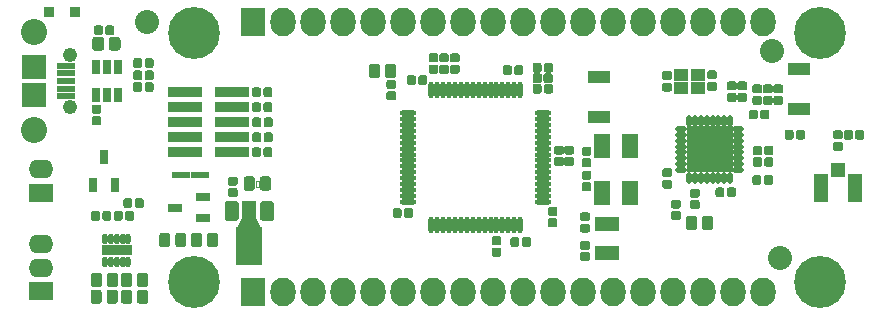
<source format=gts>
G04 #@! TF.FileFunction,Soldermask,Top*
%FSLAX46Y46*%
G04 Gerber Fmt 4.6, Leading zero omitted, Abs format (unit mm)*
G04 Created by KiCad (PCBNEW (2016-09-14 revision 83ed3c9)-makepkg) date 10/14/16 01:05:57*
%MOMM*%
%LPD*%
G01*
G04 APERTURE LIST*
%ADD10C,0.100000*%
%ADD11C,0.050000*%
%ADD12O,2.127200X2.432000*%
%ADD13R,2.127200X2.432000*%
%ADD14O,0.504000X0.904000*%
%ADD15R,2.604000X0.954000*%
%ADD16R,1.504000X0.604000*%
%ADD17R,0.754000X1.154000*%
%ADD18R,1.154000X0.754000*%
%ADD19R,2.104000X1.304000*%
%ADD20R,0.814000X0.814000*%
%ADD21R,0.804000X1.304000*%
%ADD22R,1.404000X2.004000*%
%ADD23C,2.032000*%
%ADD24C,4.400000*%
%ADD25O,1.404000X0.504000*%
%ADD26O,0.504000X1.404000*%
%ADD27O,0.454000X1.004000*%
%ADD28O,1.004000X0.454000*%
%ADD29R,3.854000X3.854000*%
%ADD30R,2.100000X1.600000*%
%ADD31O,2.100000X1.600000*%
%ADD32R,3.004000X0.954000*%
%ADD33C,2.204000*%
%ADD34R,2.104000X2.004000*%
%ADD35C,1.245000*%
%ADD36R,1.554000X0.604000*%
%ADD37R,1.904000X1.004000*%
%ADD38R,1.254000X2.404000*%
%ADD39R,1.204000X1.254000*%
%ADD40R,2.202980X3.203740*%
%ADD41R,1.204760X1.705140*%
%ADD42R,1.154000X1.054000*%
G04 APERTURE END LIST*
D10*
D11*
X166337691Y-87030953D02*
X166083691Y-87030953D01*
X166337691Y-87538953D02*
X166337691Y-87030953D01*
X166083691Y-87538953D02*
X166337691Y-87538953D01*
X166083691Y-87030953D02*
X166083691Y-87538953D01*
D10*
G36*
X212401447Y-82748439D02*
X212419963Y-82751185D01*
X212438122Y-82755734D01*
X212455747Y-82762040D01*
X212472669Y-82770044D01*
X212488725Y-82779667D01*
X212503761Y-82790818D01*
X212517631Y-82803389D01*
X212530202Y-82817259D01*
X212541353Y-82832295D01*
X212550976Y-82848351D01*
X212558980Y-82865273D01*
X212565286Y-82882898D01*
X212569835Y-82901057D01*
X212572581Y-82919573D01*
X212573500Y-82938270D01*
X212573500Y-83370770D01*
X212572581Y-83389467D01*
X212569835Y-83407983D01*
X212565286Y-83426142D01*
X212558980Y-83443767D01*
X212550976Y-83460689D01*
X212541353Y-83476745D01*
X212530202Y-83491781D01*
X212517631Y-83505651D01*
X212503761Y-83518222D01*
X212488725Y-83529373D01*
X212472669Y-83538996D01*
X212455747Y-83547000D01*
X212438122Y-83553306D01*
X212419963Y-83557855D01*
X212401447Y-83560601D01*
X212382750Y-83561520D01*
X212001250Y-83561520D01*
X211982553Y-83560601D01*
X211964037Y-83557855D01*
X211945878Y-83553306D01*
X211928253Y-83547000D01*
X211911331Y-83538996D01*
X211895275Y-83529373D01*
X211880239Y-83518222D01*
X211866369Y-83505651D01*
X211853798Y-83491781D01*
X211842647Y-83476745D01*
X211833024Y-83460689D01*
X211825020Y-83443767D01*
X211818714Y-83426142D01*
X211814165Y-83407983D01*
X211811419Y-83389467D01*
X211810500Y-83370770D01*
X211810500Y-82938270D01*
X211811419Y-82919573D01*
X211814165Y-82901057D01*
X211818714Y-82882898D01*
X211825020Y-82865273D01*
X211833024Y-82848351D01*
X211842647Y-82832295D01*
X211853798Y-82817259D01*
X211866369Y-82803389D01*
X211880239Y-82790818D01*
X211895275Y-82779667D01*
X211911331Y-82770044D01*
X211928253Y-82762040D01*
X211945878Y-82755734D01*
X211964037Y-82751185D01*
X211982553Y-82748439D01*
X212001250Y-82747520D01*
X212382750Y-82747520D01*
X212401447Y-82748439D01*
X212401447Y-82748439D01*
G37*
G36*
X211435447Y-82748439D02*
X211453963Y-82751185D01*
X211472122Y-82755734D01*
X211489747Y-82762040D01*
X211506669Y-82770044D01*
X211522725Y-82779667D01*
X211537761Y-82790818D01*
X211551631Y-82803389D01*
X211564202Y-82817259D01*
X211575353Y-82832295D01*
X211584976Y-82848351D01*
X211592980Y-82865273D01*
X211599286Y-82882898D01*
X211603835Y-82901057D01*
X211606581Y-82919573D01*
X211607500Y-82938270D01*
X211607500Y-83370770D01*
X211606581Y-83389467D01*
X211603835Y-83407983D01*
X211599286Y-83426142D01*
X211592980Y-83443767D01*
X211584976Y-83460689D01*
X211575353Y-83476745D01*
X211564202Y-83491781D01*
X211551631Y-83505651D01*
X211537761Y-83518222D01*
X211522725Y-83529373D01*
X211506669Y-83538996D01*
X211489747Y-83547000D01*
X211472122Y-83553306D01*
X211453963Y-83557855D01*
X211435447Y-83560601D01*
X211416750Y-83561520D01*
X211035250Y-83561520D01*
X211016553Y-83560601D01*
X210998037Y-83557855D01*
X210979878Y-83553306D01*
X210962253Y-83547000D01*
X210945331Y-83538996D01*
X210929275Y-83529373D01*
X210914239Y-83518222D01*
X210900369Y-83505651D01*
X210887798Y-83491781D01*
X210876647Y-83476745D01*
X210867024Y-83460689D01*
X210859020Y-83443767D01*
X210852714Y-83426142D01*
X210848165Y-83407983D01*
X210845419Y-83389467D01*
X210844500Y-83370770D01*
X210844500Y-82938270D01*
X210845419Y-82919573D01*
X210848165Y-82901057D01*
X210852714Y-82882898D01*
X210859020Y-82865273D01*
X210867024Y-82848351D01*
X210876647Y-82832295D01*
X210887798Y-82817259D01*
X210900369Y-82803389D01*
X210914239Y-82790818D01*
X210929275Y-82779667D01*
X210945331Y-82770044D01*
X210962253Y-82762040D01*
X210979878Y-82755734D01*
X210998037Y-82751185D01*
X211016553Y-82748439D01*
X211035250Y-82747520D01*
X211416750Y-82747520D01*
X211435447Y-82748439D01*
X211435447Y-82748439D01*
G37*
G36*
X215600438Y-83742472D02*
X215618954Y-83745218D01*
X215637113Y-83749767D01*
X215654738Y-83756073D01*
X215671660Y-83764077D01*
X215687716Y-83773700D01*
X215702752Y-83784851D01*
X215716622Y-83797422D01*
X215729193Y-83811292D01*
X215740344Y-83826328D01*
X215749967Y-83842384D01*
X215757971Y-83859306D01*
X215764277Y-83876931D01*
X215768826Y-83895090D01*
X215771572Y-83913606D01*
X215772491Y-83932303D01*
X215772491Y-84313803D01*
X215771572Y-84332500D01*
X215768826Y-84351016D01*
X215764277Y-84369175D01*
X215757971Y-84386800D01*
X215749967Y-84403722D01*
X215740344Y-84419778D01*
X215729193Y-84434814D01*
X215716622Y-84448684D01*
X215702752Y-84461255D01*
X215687716Y-84472406D01*
X215671660Y-84482029D01*
X215654738Y-84490033D01*
X215637113Y-84496339D01*
X215618954Y-84500888D01*
X215600438Y-84503634D01*
X215581741Y-84504553D01*
X215149241Y-84504553D01*
X215130544Y-84503634D01*
X215112028Y-84500888D01*
X215093869Y-84496339D01*
X215076244Y-84490033D01*
X215059322Y-84482029D01*
X215043266Y-84472406D01*
X215028230Y-84461255D01*
X215014360Y-84448684D01*
X215001789Y-84434814D01*
X214990638Y-84419778D01*
X214981015Y-84403722D01*
X214973011Y-84386800D01*
X214966705Y-84369175D01*
X214962156Y-84351016D01*
X214959410Y-84332500D01*
X214958491Y-84313803D01*
X214958491Y-83932303D01*
X214959410Y-83913606D01*
X214962156Y-83895090D01*
X214966705Y-83876931D01*
X214973011Y-83859306D01*
X214981015Y-83842384D01*
X214990638Y-83826328D01*
X215001789Y-83811292D01*
X215014360Y-83797422D01*
X215028230Y-83784851D01*
X215043266Y-83773700D01*
X215059322Y-83764077D01*
X215076244Y-83756073D01*
X215093869Y-83749767D01*
X215112028Y-83745218D01*
X215130544Y-83742472D01*
X215149241Y-83741553D01*
X215581741Y-83741553D01*
X215600438Y-83742472D01*
X215600438Y-83742472D01*
G37*
G36*
X215600438Y-82776472D02*
X215618954Y-82779218D01*
X215637113Y-82783767D01*
X215654738Y-82790073D01*
X215671660Y-82798077D01*
X215687716Y-82807700D01*
X215702752Y-82818851D01*
X215716622Y-82831422D01*
X215729193Y-82845292D01*
X215740344Y-82860328D01*
X215749967Y-82876384D01*
X215757971Y-82893306D01*
X215764277Y-82910931D01*
X215768826Y-82929090D01*
X215771572Y-82947606D01*
X215772491Y-82966303D01*
X215772491Y-83347803D01*
X215771572Y-83366500D01*
X215768826Y-83385016D01*
X215764277Y-83403175D01*
X215757971Y-83420800D01*
X215749967Y-83437722D01*
X215740344Y-83453778D01*
X215729193Y-83468814D01*
X215716622Y-83482684D01*
X215702752Y-83495255D01*
X215687716Y-83506406D01*
X215671660Y-83516029D01*
X215654738Y-83524033D01*
X215637113Y-83530339D01*
X215618954Y-83534888D01*
X215600438Y-83537634D01*
X215581741Y-83538553D01*
X215149241Y-83538553D01*
X215130544Y-83537634D01*
X215112028Y-83534888D01*
X215093869Y-83530339D01*
X215076244Y-83524033D01*
X215059322Y-83516029D01*
X215043266Y-83506406D01*
X215028230Y-83495255D01*
X215014360Y-83482684D01*
X215001789Y-83468814D01*
X214990638Y-83453778D01*
X214981015Y-83437722D01*
X214973011Y-83420800D01*
X214966705Y-83403175D01*
X214962156Y-83385016D01*
X214959410Y-83366500D01*
X214958491Y-83347803D01*
X214958491Y-82966303D01*
X214959410Y-82947606D01*
X214962156Y-82929090D01*
X214966705Y-82910931D01*
X214973011Y-82893306D01*
X214981015Y-82876384D01*
X214990638Y-82860328D01*
X215001789Y-82845292D01*
X215014360Y-82831422D01*
X215028230Y-82818851D01*
X215043266Y-82807700D01*
X215059322Y-82798077D01*
X215076244Y-82790073D01*
X215093869Y-82783767D01*
X215112028Y-82779218D01*
X215130544Y-82776472D01*
X215149241Y-82775553D01*
X215581741Y-82775553D01*
X215600438Y-82776472D01*
X215600438Y-82776472D01*
G37*
G36*
X216450838Y-82751372D02*
X216469354Y-82754118D01*
X216487513Y-82758667D01*
X216505138Y-82764973D01*
X216522060Y-82772977D01*
X216538116Y-82782600D01*
X216553152Y-82793751D01*
X216567022Y-82806322D01*
X216579593Y-82820192D01*
X216590744Y-82835228D01*
X216600367Y-82851284D01*
X216608371Y-82868206D01*
X216614677Y-82885831D01*
X216619226Y-82903990D01*
X216621972Y-82922506D01*
X216622891Y-82941203D01*
X216622891Y-83373703D01*
X216621972Y-83392400D01*
X216619226Y-83410916D01*
X216614677Y-83429075D01*
X216608371Y-83446700D01*
X216600367Y-83463622D01*
X216590744Y-83479678D01*
X216579593Y-83494714D01*
X216567022Y-83508584D01*
X216553152Y-83521155D01*
X216538116Y-83532306D01*
X216522060Y-83541929D01*
X216505138Y-83549933D01*
X216487513Y-83556239D01*
X216469354Y-83560788D01*
X216450838Y-83563534D01*
X216432141Y-83564453D01*
X216050641Y-83564453D01*
X216031944Y-83563534D01*
X216013428Y-83560788D01*
X215995269Y-83556239D01*
X215977644Y-83549933D01*
X215960722Y-83541929D01*
X215944666Y-83532306D01*
X215929630Y-83521155D01*
X215915760Y-83508584D01*
X215903189Y-83494714D01*
X215892038Y-83479678D01*
X215882415Y-83463622D01*
X215874411Y-83446700D01*
X215868105Y-83429075D01*
X215863556Y-83410916D01*
X215860810Y-83392400D01*
X215859891Y-83373703D01*
X215859891Y-82941203D01*
X215860810Y-82922506D01*
X215863556Y-82903990D01*
X215868105Y-82885831D01*
X215874411Y-82868206D01*
X215882415Y-82851284D01*
X215892038Y-82835228D01*
X215903189Y-82820192D01*
X215915760Y-82806322D01*
X215929630Y-82793751D01*
X215944666Y-82782600D01*
X215960722Y-82772977D01*
X215977644Y-82764973D01*
X215995269Y-82758667D01*
X216013428Y-82754118D01*
X216031944Y-82751372D01*
X216050641Y-82750453D01*
X216432141Y-82750453D01*
X216450838Y-82751372D01*
X216450838Y-82751372D01*
G37*
G36*
X217416838Y-82751372D02*
X217435354Y-82754118D01*
X217453513Y-82758667D01*
X217471138Y-82764973D01*
X217488060Y-82772977D01*
X217504116Y-82782600D01*
X217519152Y-82793751D01*
X217533022Y-82806322D01*
X217545593Y-82820192D01*
X217556744Y-82835228D01*
X217566367Y-82851284D01*
X217574371Y-82868206D01*
X217580677Y-82885831D01*
X217585226Y-82903990D01*
X217587972Y-82922506D01*
X217588891Y-82941203D01*
X217588891Y-83373703D01*
X217587972Y-83392400D01*
X217585226Y-83410916D01*
X217580677Y-83429075D01*
X217574371Y-83446700D01*
X217566367Y-83463622D01*
X217556744Y-83479678D01*
X217545593Y-83494714D01*
X217533022Y-83508584D01*
X217519152Y-83521155D01*
X217504116Y-83532306D01*
X217488060Y-83541929D01*
X217471138Y-83549933D01*
X217453513Y-83556239D01*
X217435354Y-83560788D01*
X217416838Y-83563534D01*
X217398141Y-83564453D01*
X217016641Y-83564453D01*
X216997944Y-83563534D01*
X216979428Y-83560788D01*
X216961269Y-83556239D01*
X216943644Y-83549933D01*
X216926722Y-83541929D01*
X216910666Y-83532306D01*
X216895630Y-83521155D01*
X216881760Y-83508584D01*
X216869189Y-83494714D01*
X216858038Y-83479678D01*
X216848415Y-83463622D01*
X216840411Y-83446700D01*
X216834105Y-83429075D01*
X216829556Y-83410916D01*
X216826810Y-83392400D01*
X216825891Y-83373703D01*
X216825891Y-82941203D01*
X216826810Y-82922506D01*
X216829556Y-82903990D01*
X216834105Y-82885831D01*
X216840411Y-82868206D01*
X216848415Y-82851284D01*
X216858038Y-82835228D01*
X216869189Y-82820192D01*
X216881760Y-82806322D01*
X216895630Y-82793751D01*
X216910666Y-82782600D01*
X216926722Y-82772977D01*
X216943644Y-82764973D01*
X216961269Y-82758667D01*
X216979428Y-82754118D01*
X216997944Y-82751372D01*
X217016641Y-82750453D01*
X217398141Y-82750453D01*
X217416838Y-82751372D01*
X217416838Y-82751372D01*
G37*
G36*
X203480038Y-87722972D02*
X203498554Y-87725718D01*
X203516713Y-87730267D01*
X203534338Y-87736573D01*
X203551260Y-87744577D01*
X203567316Y-87754200D01*
X203582352Y-87765351D01*
X203596222Y-87777922D01*
X203608793Y-87791792D01*
X203619944Y-87806828D01*
X203629567Y-87822884D01*
X203637571Y-87839806D01*
X203643877Y-87857431D01*
X203648426Y-87875590D01*
X203651172Y-87894106D01*
X203652091Y-87912803D01*
X203652091Y-88294303D01*
X203651172Y-88313000D01*
X203648426Y-88331516D01*
X203643877Y-88349675D01*
X203637571Y-88367300D01*
X203629567Y-88384222D01*
X203619944Y-88400278D01*
X203608793Y-88415314D01*
X203596222Y-88429184D01*
X203582352Y-88441755D01*
X203567316Y-88452906D01*
X203551260Y-88462529D01*
X203534338Y-88470533D01*
X203516713Y-88476839D01*
X203498554Y-88481388D01*
X203480038Y-88484134D01*
X203461341Y-88485053D01*
X203028841Y-88485053D01*
X203010144Y-88484134D01*
X202991628Y-88481388D01*
X202973469Y-88476839D01*
X202955844Y-88470533D01*
X202938922Y-88462529D01*
X202922866Y-88452906D01*
X202907830Y-88441755D01*
X202893960Y-88429184D01*
X202881389Y-88415314D01*
X202870238Y-88400278D01*
X202860615Y-88384222D01*
X202852611Y-88367300D01*
X202846305Y-88349675D01*
X202841756Y-88331516D01*
X202839010Y-88313000D01*
X202838091Y-88294303D01*
X202838091Y-87912803D01*
X202839010Y-87894106D01*
X202841756Y-87875590D01*
X202846305Y-87857431D01*
X202852611Y-87839806D01*
X202860615Y-87822884D01*
X202870238Y-87806828D01*
X202881389Y-87791792D01*
X202893960Y-87777922D01*
X202907830Y-87765351D01*
X202922866Y-87754200D01*
X202938922Y-87744577D01*
X202955844Y-87736573D01*
X202973469Y-87730267D01*
X202991628Y-87725718D01*
X203010144Y-87722972D01*
X203028841Y-87722053D01*
X203461341Y-87722053D01*
X203480038Y-87722972D01*
X203480038Y-87722972D01*
G37*
G36*
X203480038Y-88688972D02*
X203498554Y-88691718D01*
X203516713Y-88696267D01*
X203534338Y-88702573D01*
X203551260Y-88710577D01*
X203567316Y-88720200D01*
X203582352Y-88731351D01*
X203596222Y-88743922D01*
X203608793Y-88757792D01*
X203619944Y-88772828D01*
X203629567Y-88788884D01*
X203637571Y-88805806D01*
X203643877Y-88823431D01*
X203648426Y-88841590D01*
X203651172Y-88860106D01*
X203652091Y-88878803D01*
X203652091Y-89260303D01*
X203651172Y-89279000D01*
X203648426Y-89297516D01*
X203643877Y-89315675D01*
X203637571Y-89333300D01*
X203629567Y-89350222D01*
X203619944Y-89366278D01*
X203608793Y-89381314D01*
X203596222Y-89395184D01*
X203582352Y-89407755D01*
X203567316Y-89418906D01*
X203551260Y-89428529D01*
X203534338Y-89436533D01*
X203516713Y-89442839D01*
X203498554Y-89447388D01*
X203480038Y-89450134D01*
X203461341Y-89451053D01*
X203028841Y-89451053D01*
X203010144Y-89450134D01*
X202991628Y-89447388D01*
X202973469Y-89442839D01*
X202955844Y-89436533D01*
X202938922Y-89428529D01*
X202922866Y-89418906D01*
X202907830Y-89407755D01*
X202893960Y-89395184D01*
X202881389Y-89381314D01*
X202870238Y-89366278D01*
X202860615Y-89350222D01*
X202852611Y-89333300D01*
X202846305Y-89315675D01*
X202841756Y-89297516D01*
X202839010Y-89279000D01*
X202838091Y-89260303D01*
X202838091Y-88878803D01*
X202839010Y-88860106D01*
X202841756Y-88841590D01*
X202846305Y-88823431D01*
X202852611Y-88805806D01*
X202860615Y-88788884D01*
X202870238Y-88772828D01*
X202881389Y-88757792D01*
X202893960Y-88743922D01*
X202907830Y-88731351D01*
X202922866Y-88720200D01*
X202938922Y-88710577D01*
X202955844Y-88702573D01*
X202973469Y-88696267D01*
X202991628Y-88691718D01*
X203010144Y-88688972D01*
X203028841Y-88688053D01*
X203461341Y-88688053D01*
X203480038Y-88688972D01*
X203480038Y-88688972D01*
G37*
D12*
X209053691Y-96508953D03*
X206513691Y-96508953D03*
X203973691Y-96508953D03*
X201433691Y-96508953D03*
X198893691Y-96508953D03*
X196353691Y-96508953D03*
X193813691Y-96508953D03*
X191273691Y-96508953D03*
X188733691Y-96508953D03*
X186193691Y-96508953D03*
X183653691Y-96508953D03*
X181113691Y-96508953D03*
X178573691Y-96508953D03*
X176033691Y-96508953D03*
X173493691Y-96508953D03*
X170953691Y-96508953D03*
X168413691Y-96508953D03*
D13*
X165873691Y-96508953D03*
X165873691Y-73648953D03*
D12*
X168413691Y-73648953D03*
X170953691Y-73648953D03*
X173493691Y-73648953D03*
X176033691Y-73648953D03*
X178573691Y-73648953D03*
X181113691Y-73648953D03*
X183653691Y-73648953D03*
X186193691Y-73648953D03*
X188733691Y-73648953D03*
X191273691Y-73648953D03*
X193813691Y-73648953D03*
X196353691Y-73648953D03*
X198893691Y-73648953D03*
X201433691Y-73648953D03*
X203973691Y-73648953D03*
X206513691Y-73648953D03*
X209053691Y-73648953D03*
D14*
X153291191Y-91952453D03*
X153791191Y-91952453D03*
X154291191Y-91952453D03*
X154791191Y-91952453D03*
X155291191Y-91952453D03*
D15*
X154291191Y-92952453D03*
D14*
X153291191Y-93952453D03*
X153791191Y-93952453D03*
X154291191Y-93952453D03*
X154791191Y-93952453D03*
X155291191Y-93952453D03*
D16*
X159777691Y-86586453D03*
X161377691Y-86586453D03*
D17*
X154113691Y-87403953D03*
X152283691Y-87403953D03*
X153198691Y-85053953D03*
D18*
X161625691Y-88401953D03*
X161625691Y-90231953D03*
X159275691Y-89316953D03*
D19*
X195823691Y-90678953D03*
X195823691Y-93178953D03*
D20*
X150803291Y-72785353D03*
X148603291Y-72785353D03*
D21*
X154437891Y-79776553D03*
X153487891Y-79776553D03*
X152537891Y-79776553D03*
X152537891Y-77376553D03*
X153487891Y-77376553D03*
X154437891Y-77376553D03*
D22*
X197798691Y-88078953D03*
X195398691Y-84078953D03*
X197798691Y-84078953D03*
X195398691Y-88078953D03*
D23*
X156823691Y-73578953D03*
X209790191Y-76058153D03*
X210463291Y-93609553D03*
D24*
X160873691Y-74578953D03*
X213873691Y-74578953D03*
X160873691Y-95578953D03*
X213873691Y-95578953D03*
D25*
X190398691Y-88828953D03*
X190398691Y-88328953D03*
X190398691Y-87828953D03*
X190398691Y-87328953D03*
X190398691Y-86828953D03*
X190398691Y-86328953D03*
X190398691Y-85828953D03*
X190398691Y-85328953D03*
X190398691Y-84828953D03*
X190398691Y-84328953D03*
X190398691Y-83828953D03*
X190398691Y-83328953D03*
X190398691Y-82828953D03*
X190398691Y-82328953D03*
X190398691Y-81828953D03*
X190398691Y-81328953D03*
D26*
X188448691Y-79378953D03*
X187948691Y-79378953D03*
X187448691Y-79378953D03*
X186948691Y-79378953D03*
X186448691Y-79378953D03*
X185948691Y-79378953D03*
X185448691Y-79378953D03*
X184948691Y-79378953D03*
X184448691Y-79378953D03*
X183948691Y-79378953D03*
X183448691Y-79378953D03*
X182948691Y-79378953D03*
X182448691Y-79378953D03*
X181948691Y-79378953D03*
X181448691Y-79378953D03*
X180948691Y-79378953D03*
D25*
X178998691Y-81328953D03*
X178998691Y-81828953D03*
X178998691Y-82328953D03*
X178998691Y-82828953D03*
X178998691Y-83328953D03*
X178998691Y-83828953D03*
X178998691Y-84328953D03*
X178998691Y-84828953D03*
X178998691Y-85328953D03*
X178998691Y-85828953D03*
X178998691Y-86328953D03*
X178998691Y-86828953D03*
X178998691Y-87328953D03*
X178998691Y-87828953D03*
X178998691Y-88328953D03*
X178998691Y-88828953D03*
D26*
X180948691Y-90778953D03*
X181448691Y-90778953D03*
X181948691Y-90778953D03*
X182448691Y-90778953D03*
X182948691Y-90778953D03*
X183448691Y-90778953D03*
X183948691Y-90778953D03*
X184448691Y-90778953D03*
X184948691Y-90778953D03*
X185448691Y-90778953D03*
X185948691Y-90778953D03*
X186448691Y-90778953D03*
X186948691Y-90778953D03*
X187448691Y-90778953D03*
X187948691Y-90778953D03*
X188448691Y-90778953D03*
D27*
X206244549Y-81973953D03*
X205744549Y-81973953D03*
X205244549Y-81973953D03*
X204744549Y-81973953D03*
X204244549Y-81973953D03*
X203744549Y-81973953D03*
X203244549Y-81973953D03*
X202744549Y-81973953D03*
D28*
X202069549Y-82648953D03*
X202069549Y-83148953D03*
X202069549Y-83648953D03*
X202069549Y-84148953D03*
X202069549Y-84648953D03*
X202069549Y-85148953D03*
X202069549Y-85648953D03*
X202069549Y-86148953D03*
D27*
X202744549Y-86823953D03*
X203244549Y-86823953D03*
X203744549Y-86823953D03*
X204244549Y-86823953D03*
X204744549Y-86823953D03*
X205244549Y-86823953D03*
X205744549Y-86823953D03*
X206244549Y-86823953D03*
D28*
X206919549Y-86148953D03*
X206919549Y-85648953D03*
X206919549Y-85148953D03*
X206919549Y-84648953D03*
X206919549Y-84148953D03*
X206919549Y-83648953D03*
X206919549Y-83148953D03*
X206919549Y-82648953D03*
D29*
X204494549Y-84398953D03*
D10*
G36*
X156419138Y-88529872D02*
X156437654Y-88532618D01*
X156455813Y-88537167D01*
X156473438Y-88543473D01*
X156490360Y-88551477D01*
X156506416Y-88561100D01*
X156521452Y-88572251D01*
X156535322Y-88584822D01*
X156547893Y-88598692D01*
X156559044Y-88613728D01*
X156568667Y-88629784D01*
X156576671Y-88646706D01*
X156582977Y-88664331D01*
X156587526Y-88682490D01*
X156590272Y-88701006D01*
X156591191Y-88719703D01*
X156591191Y-89152203D01*
X156590272Y-89170900D01*
X156587526Y-89189416D01*
X156582977Y-89207575D01*
X156576671Y-89225200D01*
X156568667Y-89242122D01*
X156559044Y-89258178D01*
X156547893Y-89273214D01*
X156535322Y-89287084D01*
X156521452Y-89299655D01*
X156506416Y-89310806D01*
X156490360Y-89320429D01*
X156473438Y-89328433D01*
X156455813Y-89334739D01*
X156437654Y-89339288D01*
X156419138Y-89342034D01*
X156400441Y-89342953D01*
X156018941Y-89342953D01*
X156000244Y-89342034D01*
X155981728Y-89339288D01*
X155963569Y-89334739D01*
X155945944Y-89328433D01*
X155929022Y-89320429D01*
X155912966Y-89310806D01*
X155897930Y-89299655D01*
X155884060Y-89287084D01*
X155871489Y-89273214D01*
X155860338Y-89258178D01*
X155850715Y-89242122D01*
X155842711Y-89225200D01*
X155836405Y-89207575D01*
X155831856Y-89189416D01*
X155829110Y-89170900D01*
X155828191Y-89152203D01*
X155828191Y-88719703D01*
X155829110Y-88701006D01*
X155831856Y-88682490D01*
X155836405Y-88664331D01*
X155842711Y-88646706D01*
X155850715Y-88629784D01*
X155860338Y-88613728D01*
X155871489Y-88598692D01*
X155884060Y-88584822D01*
X155897930Y-88572251D01*
X155912966Y-88561100D01*
X155929022Y-88551477D01*
X155945944Y-88543473D01*
X155963569Y-88537167D01*
X155981728Y-88532618D01*
X156000244Y-88529872D01*
X156018941Y-88528953D01*
X156400441Y-88528953D01*
X156419138Y-88529872D01*
X156419138Y-88529872D01*
G37*
G36*
X155453138Y-88529872D02*
X155471654Y-88532618D01*
X155489813Y-88537167D01*
X155507438Y-88543473D01*
X155524360Y-88551477D01*
X155540416Y-88561100D01*
X155555452Y-88572251D01*
X155569322Y-88584822D01*
X155581893Y-88598692D01*
X155593044Y-88613728D01*
X155602667Y-88629784D01*
X155610671Y-88646706D01*
X155616977Y-88664331D01*
X155621526Y-88682490D01*
X155624272Y-88701006D01*
X155625191Y-88719703D01*
X155625191Y-89152203D01*
X155624272Y-89170900D01*
X155621526Y-89189416D01*
X155616977Y-89207575D01*
X155610671Y-89225200D01*
X155602667Y-89242122D01*
X155593044Y-89258178D01*
X155581893Y-89273214D01*
X155569322Y-89287084D01*
X155555452Y-89299655D01*
X155540416Y-89310806D01*
X155524360Y-89320429D01*
X155507438Y-89328433D01*
X155489813Y-89334739D01*
X155471654Y-89339288D01*
X155453138Y-89342034D01*
X155434441Y-89342953D01*
X155052941Y-89342953D01*
X155034244Y-89342034D01*
X155015728Y-89339288D01*
X154997569Y-89334739D01*
X154979944Y-89328433D01*
X154963022Y-89320429D01*
X154946966Y-89310806D01*
X154931930Y-89299655D01*
X154918060Y-89287084D01*
X154905489Y-89273214D01*
X154894338Y-89258178D01*
X154884715Y-89242122D01*
X154876711Y-89225200D01*
X154870405Y-89207575D01*
X154865856Y-89189416D01*
X154863110Y-89170900D01*
X154862191Y-89152203D01*
X154862191Y-88719703D01*
X154863110Y-88701006D01*
X154865856Y-88682490D01*
X154870405Y-88664331D01*
X154876711Y-88646706D01*
X154884715Y-88629784D01*
X154894338Y-88613728D01*
X154905489Y-88598692D01*
X154918060Y-88584822D01*
X154931930Y-88572251D01*
X154946966Y-88561100D01*
X154963022Y-88551477D01*
X154979944Y-88543473D01*
X154997569Y-88537167D01*
X155015728Y-88532618D01*
X155034244Y-88529872D01*
X155052941Y-88528953D01*
X155434441Y-88528953D01*
X155453138Y-88529872D01*
X155453138Y-88529872D01*
G37*
G36*
X164368638Y-87666372D02*
X164387154Y-87669118D01*
X164405313Y-87673667D01*
X164422938Y-87679973D01*
X164439860Y-87687977D01*
X164455916Y-87697600D01*
X164470952Y-87708751D01*
X164484822Y-87721322D01*
X164497393Y-87735192D01*
X164508544Y-87750228D01*
X164518167Y-87766284D01*
X164526171Y-87783206D01*
X164532477Y-87800831D01*
X164537026Y-87818990D01*
X164539772Y-87837506D01*
X164540691Y-87856203D01*
X164540691Y-88237703D01*
X164539772Y-88256400D01*
X164537026Y-88274916D01*
X164532477Y-88293075D01*
X164526171Y-88310700D01*
X164518167Y-88327622D01*
X164508544Y-88343678D01*
X164497393Y-88358714D01*
X164484822Y-88372584D01*
X164470952Y-88385155D01*
X164455916Y-88396306D01*
X164439860Y-88405929D01*
X164422938Y-88413933D01*
X164405313Y-88420239D01*
X164387154Y-88424788D01*
X164368638Y-88427534D01*
X164349941Y-88428453D01*
X163917441Y-88428453D01*
X163898744Y-88427534D01*
X163880228Y-88424788D01*
X163862069Y-88420239D01*
X163844444Y-88413933D01*
X163827522Y-88405929D01*
X163811466Y-88396306D01*
X163796430Y-88385155D01*
X163782560Y-88372584D01*
X163769989Y-88358714D01*
X163758838Y-88343678D01*
X163749215Y-88327622D01*
X163741211Y-88310700D01*
X163734905Y-88293075D01*
X163730356Y-88274916D01*
X163727610Y-88256400D01*
X163726691Y-88237703D01*
X163726691Y-87856203D01*
X163727610Y-87837506D01*
X163730356Y-87818990D01*
X163734905Y-87800831D01*
X163741211Y-87783206D01*
X163749215Y-87766284D01*
X163758838Y-87750228D01*
X163769989Y-87735192D01*
X163782560Y-87721322D01*
X163796430Y-87708751D01*
X163811466Y-87697600D01*
X163827522Y-87687977D01*
X163844444Y-87679973D01*
X163862069Y-87673667D01*
X163880228Y-87669118D01*
X163898744Y-87666372D01*
X163917441Y-87665453D01*
X164349941Y-87665453D01*
X164368638Y-87666372D01*
X164368638Y-87666372D01*
G37*
G36*
X164368638Y-86700372D02*
X164387154Y-86703118D01*
X164405313Y-86707667D01*
X164422938Y-86713973D01*
X164439860Y-86721977D01*
X164455916Y-86731600D01*
X164470952Y-86742751D01*
X164484822Y-86755322D01*
X164497393Y-86769192D01*
X164508544Y-86784228D01*
X164518167Y-86800284D01*
X164526171Y-86817206D01*
X164532477Y-86834831D01*
X164537026Y-86852990D01*
X164539772Y-86871506D01*
X164540691Y-86890203D01*
X164540691Y-87271703D01*
X164539772Y-87290400D01*
X164537026Y-87308916D01*
X164532477Y-87327075D01*
X164526171Y-87344700D01*
X164518167Y-87361622D01*
X164508544Y-87377678D01*
X164497393Y-87392714D01*
X164484822Y-87406584D01*
X164470952Y-87419155D01*
X164455916Y-87430306D01*
X164439860Y-87439929D01*
X164422938Y-87447933D01*
X164405313Y-87454239D01*
X164387154Y-87458788D01*
X164368638Y-87461534D01*
X164349941Y-87462453D01*
X163917441Y-87462453D01*
X163898744Y-87461534D01*
X163880228Y-87458788D01*
X163862069Y-87454239D01*
X163844444Y-87447933D01*
X163827522Y-87439929D01*
X163811466Y-87430306D01*
X163796430Y-87419155D01*
X163782560Y-87406584D01*
X163769989Y-87392714D01*
X163758838Y-87377678D01*
X163749215Y-87361622D01*
X163741211Y-87344700D01*
X163734905Y-87327075D01*
X163730356Y-87308916D01*
X163727610Y-87290400D01*
X163726691Y-87271703D01*
X163726691Y-86890203D01*
X163727610Y-86871506D01*
X163730356Y-86852990D01*
X163734905Y-86834831D01*
X163741211Y-86817206D01*
X163749215Y-86800284D01*
X163758838Y-86784228D01*
X163769989Y-86769192D01*
X163782560Y-86755322D01*
X163796430Y-86742751D01*
X163811466Y-86731600D01*
X163827522Y-86721977D01*
X163844444Y-86713973D01*
X163862069Y-86707667D01*
X163880228Y-86703118D01*
X163898744Y-86700372D01*
X163917441Y-86699453D01*
X164349941Y-86699453D01*
X164368638Y-86700372D01*
X164368638Y-86700372D01*
G37*
G36*
X165789823Y-86684089D02*
X165812732Y-86687488D01*
X165835198Y-86693115D01*
X165857004Y-86700917D01*
X165877941Y-86710820D01*
X165897806Y-86722726D01*
X165916408Y-86736523D01*
X165933568Y-86752076D01*
X165949121Y-86769236D01*
X165962918Y-86787838D01*
X165974824Y-86807703D01*
X165984727Y-86828640D01*
X165992529Y-86850446D01*
X165998156Y-86872912D01*
X166001555Y-86895821D01*
X166002691Y-86918953D01*
X166002691Y-87650953D01*
X166001555Y-87674085D01*
X165998156Y-87696994D01*
X165992529Y-87719460D01*
X165984727Y-87741266D01*
X165974824Y-87762203D01*
X165962918Y-87782068D01*
X165949121Y-87800670D01*
X165933568Y-87817830D01*
X165916408Y-87833383D01*
X165897806Y-87847180D01*
X165877941Y-87859086D01*
X165857004Y-87868989D01*
X165835198Y-87876791D01*
X165812732Y-87882418D01*
X165789823Y-87885817D01*
X165766691Y-87886953D01*
X165294691Y-87886953D01*
X165271559Y-87885817D01*
X165248650Y-87882418D01*
X165226184Y-87876791D01*
X165204378Y-87868989D01*
X165183441Y-87859086D01*
X165163576Y-87847180D01*
X165144974Y-87833383D01*
X165127814Y-87817830D01*
X165112261Y-87800670D01*
X165098464Y-87782068D01*
X165086558Y-87762203D01*
X165076655Y-87741266D01*
X165068853Y-87719460D01*
X165063226Y-87696994D01*
X165059827Y-87674085D01*
X165058691Y-87650953D01*
X165058691Y-86918953D01*
X165059827Y-86895821D01*
X165063226Y-86872912D01*
X165068853Y-86850446D01*
X165076655Y-86828640D01*
X165086558Y-86807703D01*
X165098464Y-86787838D01*
X165112261Y-86769236D01*
X165127814Y-86752076D01*
X165144974Y-86736523D01*
X165163576Y-86722726D01*
X165183441Y-86710820D01*
X165204378Y-86700917D01*
X165226184Y-86693115D01*
X165248650Y-86687488D01*
X165271559Y-86684089D01*
X165294691Y-86682953D01*
X165766691Y-86682953D01*
X165789823Y-86684089D01*
X165789823Y-86684089D01*
G37*
G36*
X167149823Y-86684089D02*
X167172732Y-86687488D01*
X167195198Y-86693115D01*
X167217004Y-86700917D01*
X167237941Y-86710820D01*
X167257806Y-86722726D01*
X167276408Y-86736523D01*
X167293568Y-86752076D01*
X167309121Y-86769236D01*
X167322918Y-86787838D01*
X167334824Y-86807703D01*
X167344727Y-86828640D01*
X167352529Y-86850446D01*
X167358156Y-86872912D01*
X167361555Y-86895821D01*
X167362691Y-86918953D01*
X167362691Y-87650953D01*
X167361555Y-87674085D01*
X167358156Y-87696994D01*
X167352529Y-87719460D01*
X167344727Y-87741266D01*
X167334824Y-87762203D01*
X167322918Y-87782068D01*
X167309121Y-87800670D01*
X167293568Y-87817830D01*
X167276408Y-87833383D01*
X167257806Y-87847180D01*
X167237941Y-87859086D01*
X167217004Y-87868989D01*
X167195198Y-87876791D01*
X167172732Y-87882418D01*
X167149823Y-87885817D01*
X167126691Y-87886953D01*
X166654691Y-87886953D01*
X166631559Y-87885817D01*
X166608650Y-87882418D01*
X166586184Y-87876791D01*
X166564378Y-87868989D01*
X166543441Y-87859086D01*
X166523576Y-87847180D01*
X166504974Y-87833383D01*
X166487814Y-87817830D01*
X166472261Y-87800670D01*
X166458464Y-87782068D01*
X166446558Y-87762203D01*
X166436655Y-87741266D01*
X166428853Y-87719460D01*
X166423226Y-87696994D01*
X166419827Y-87674085D01*
X166418691Y-87650953D01*
X166418691Y-86918953D01*
X166419827Y-86895821D01*
X166423226Y-86872912D01*
X166428853Y-86850446D01*
X166436655Y-86828640D01*
X166446558Y-86807703D01*
X166458464Y-86787838D01*
X166472261Y-86769236D01*
X166487814Y-86752076D01*
X166504974Y-86736523D01*
X166523576Y-86722726D01*
X166543441Y-86710820D01*
X166564378Y-86700917D01*
X166586184Y-86693115D01*
X166608650Y-86687488D01*
X166631559Y-86684089D01*
X166654691Y-86682953D01*
X167126691Y-86682953D01*
X167149823Y-86684089D01*
X167149823Y-86684089D01*
G37*
G36*
X191065738Y-77071272D02*
X191084254Y-77074018D01*
X191102413Y-77078567D01*
X191120038Y-77084873D01*
X191136960Y-77092877D01*
X191153016Y-77102500D01*
X191168052Y-77113651D01*
X191181922Y-77126222D01*
X191194493Y-77140092D01*
X191205644Y-77155128D01*
X191215267Y-77171184D01*
X191223271Y-77188106D01*
X191229577Y-77205731D01*
X191234126Y-77223890D01*
X191236872Y-77242406D01*
X191237791Y-77261103D01*
X191237791Y-77693603D01*
X191236872Y-77712300D01*
X191234126Y-77730816D01*
X191229577Y-77748975D01*
X191223271Y-77766600D01*
X191215267Y-77783522D01*
X191205644Y-77799578D01*
X191194493Y-77814614D01*
X191181922Y-77828484D01*
X191168052Y-77841055D01*
X191153016Y-77852206D01*
X191136960Y-77861829D01*
X191120038Y-77869833D01*
X191102413Y-77876139D01*
X191084254Y-77880688D01*
X191065738Y-77883434D01*
X191047041Y-77884353D01*
X190665541Y-77884353D01*
X190646844Y-77883434D01*
X190628328Y-77880688D01*
X190610169Y-77876139D01*
X190592544Y-77869833D01*
X190575622Y-77861829D01*
X190559566Y-77852206D01*
X190544530Y-77841055D01*
X190530660Y-77828484D01*
X190518089Y-77814614D01*
X190506938Y-77799578D01*
X190497315Y-77783522D01*
X190489311Y-77766600D01*
X190483005Y-77748975D01*
X190478456Y-77730816D01*
X190475710Y-77712300D01*
X190474791Y-77693603D01*
X190474791Y-77261103D01*
X190475710Y-77242406D01*
X190478456Y-77223890D01*
X190483005Y-77205731D01*
X190489311Y-77188106D01*
X190497315Y-77171184D01*
X190506938Y-77155128D01*
X190518089Y-77140092D01*
X190530660Y-77126222D01*
X190544530Y-77113651D01*
X190559566Y-77102500D01*
X190575622Y-77092877D01*
X190592544Y-77084873D01*
X190610169Y-77078567D01*
X190628328Y-77074018D01*
X190646844Y-77071272D01*
X190665541Y-77070353D01*
X191047041Y-77070353D01*
X191065738Y-77071272D01*
X191065738Y-77071272D01*
G37*
G36*
X190099738Y-77071272D02*
X190118254Y-77074018D01*
X190136413Y-77078567D01*
X190154038Y-77084873D01*
X190170960Y-77092877D01*
X190187016Y-77102500D01*
X190202052Y-77113651D01*
X190215922Y-77126222D01*
X190228493Y-77140092D01*
X190239644Y-77155128D01*
X190249267Y-77171184D01*
X190257271Y-77188106D01*
X190263577Y-77205731D01*
X190268126Y-77223890D01*
X190270872Y-77242406D01*
X190271791Y-77261103D01*
X190271791Y-77693603D01*
X190270872Y-77712300D01*
X190268126Y-77730816D01*
X190263577Y-77748975D01*
X190257271Y-77766600D01*
X190249267Y-77783522D01*
X190239644Y-77799578D01*
X190228493Y-77814614D01*
X190215922Y-77828484D01*
X190202052Y-77841055D01*
X190187016Y-77852206D01*
X190170960Y-77861829D01*
X190154038Y-77869833D01*
X190136413Y-77876139D01*
X190118254Y-77880688D01*
X190099738Y-77883434D01*
X190081041Y-77884353D01*
X189699541Y-77884353D01*
X189680844Y-77883434D01*
X189662328Y-77880688D01*
X189644169Y-77876139D01*
X189626544Y-77869833D01*
X189609622Y-77861829D01*
X189593566Y-77852206D01*
X189578530Y-77841055D01*
X189564660Y-77828484D01*
X189552089Y-77814614D01*
X189540938Y-77799578D01*
X189531315Y-77783522D01*
X189523311Y-77766600D01*
X189517005Y-77748975D01*
X189512456Y-77730816D01*
X189509710Y-77712300D01*
X189508791Y-77693603D01*
X189508791Y-77261103D01*
X189509710Y-77242406D01*
X189512456Y-77223890D01*
X189517005Y-77205731D01*
X189523311Y-77188106D01*
X189531315Y-77171184D01*
X189540938Y-77155128D01*
X189552089Y-77140092D01*
X189564660Y-77126222D01*
X189578530Y-77113651D01*
X189593566Y-77102500D01*
X189609622Y-77092877D01*
X189626544Y-77084873D01*
X189644169Y-77078567D01*
X189662328Y-77074018D01*
X189680844Y-77071272D01*
X189699541Y-77070353D01*
X190081041Y-77070353D01*
X190099738Y-77071272D01*
X190099738Y-77071272D01*
G37*
G36*
X194314638Y-86211372D02*
X194333154Y-86214118D01*
X194351313Y-86218667D01*
X194368938Y-86224973D01*
X194385860Y-86232977D01*
X194401916Y-86242600D01*
X194416952Y-86253751D01*
X194430822Y-86266322D01*
X194443393Y-86280192D01*
X194454544Y-86295228D01*
X194464167Y-86311284D01*
X194472171Y-86328206D01*
X194478477Y-86345831D01*
X194483026Y-86363990D01*
X194485772Y-86382506D01*
X194486691Y-86401203D01*
X194486691Y-86782703D01*
X194485772Y-86801400D01*
X194483026Y-86819916D01*
X194478477Y-86838075D01*
X194472171Y-86855700D01*
X194464167Y-86872622D01*
X194454544Y-86888678D01*
X194443393Y-86903714D01*
X194430822Y-86917584D01*
X194416952Y-86930155D01*
X194401916Y-86941306D01*
X194385860Y-86950929D01*
X194368938Y-86958933D01*
X194351313Y-86965239D01*
X194333154Y-86969788D01*
X194314638Y-86972534D01*
X194295941Y-86973453D01*
X193863441Y-86973453D01*
X193844744Y-86972534D01*
X193826228Y-86969788D01*
X193808069Y-86965239D01*
X193790444Y-86958933D01*
X193773522Y-86950929D01*
X193757466Y-86941306D01*
X193742430Y-86930155D01*
X193728560Y-86917584D01*
X193715989Y-86903714D01*
X193704838Y-86888678D01*
X193695215Y-86872622D01*
X193687211Y-86855700D01*
X193680905Y-86838075D01*
X193676356Y-86819916D01*
X193673610Y-86801400D01*
X193672691Y-86782703D01*
X193672691Y-86401203D01*
X193673610Y-86382506D01*
X193676356Y-86363990D01*
X193680905Y-86345831D01*
X193687211Y-86328206D01*
X193695215Y-86311284D01*
X193704838Y-86295228D01*
X193715989Y-86280192D01*
X193728560Y-86266322D01*
X193742430Y-86253751D01*
X193757466Y-86242600D01*
X193773522Y-86232977D01*
X193790444Y-86224973D01*
X193808069Y-86218667D01*
X193826228Y-86214118D01*
X193844744Y-86211372D01*
X193863441Y-86210453D01*
X194295941Y-86210453D01*
X194314638Y-86211372D01*
X194314638Y-86211372D01*
G37*
G36*
X194314638Y-87177372D02*
X194333154Y-87180118D01*
X194351313Y-87184667D01*
X194368938Y-87190973D01*
X194385860Y-87198977D01*
X194401916Y-87208600D01*
X194416952Y-87219751D01*
X194430822Y-87232322D01*
X194443393Y-87246192D01*
X194454544Y-87261228D01*
X194464167Y-87277284D01*
X194472171Y-87294206D01*
X194478477Y-87311831D01*
X194483026Y-87329990D01*
X194485772Y-87348506D01*
X194486691Y-87367203D01*
X194486691Y-87748703D01*
X194485772Y-87767400D01*
X194483026Y-87785916D01*
X194478477Y-87804075D01*
X194472171Y-87821700D01*
X194464167Y-87838622D01*
X194454544Y-87854678D01*
X194443393Y-87869714D01*
X194430822Y-87883584D01*
X194416952Y-87896155D01*
X194401916Y-87907306D01*
X194385860Y-87916929D01*
X194368938Y-87924933D01*
X194351313Y-87931239D01*
X194333154Y-87935788D01*
X194314638Y-87938534D01*
X194295941Y-87939453D01*
X193863441Y-87939453D01*
X193844744Y-87938534D01*
X193826228Y-87935788D01*
X193808069Y-87931239D01*
X193790444Y-87924933D01*
X193773522Y-87916929D01*
X193757466Y-87907306D01*
X193742430Y-87896155D01*
X193728560Y-87883584D01*
X193715989Y-87869714D01*
X193704838Y-87854678D01*
X193695215Y-87838622D01*
X193687211Y-87821700D01*
X193680905Y-87804075D01*
X193676356Y-87785916D01*
X193673610Y-87767400D01*
X193672691Y-87748703D01*
X193672691Y-87367203D01*
X193673610Y-87348506D01*
X193676356Y-87329990D01*
X193680905Y-87311831D01*
X193687211Y-87294206D01*
X193695215Y-87277284D01*
X193704838Y-87261228D01*
X193715989Y-87246192D01*
X193728560Y-87232322D01*
X193742430Y-87219751D01*
X193757466Y-87208600D01*
X193773522Y-87198977D01*
X193790444Y-87190973D01*
X193808069Y-87184667D01*
X193826228Y-87180118D01*
X193844744Y-87177372D01*
X193863441Y-87176453D01*
X194295941Y-87176453D01*
X194314638Y-87177372D01*
X194314638Y-87177372D01*
G37*
G36*
X189186138Y-91827872D02*
X189204654Y-91830618D01*
X189222813Y-91835167D01*
X189240438Y-91841473D01*
X189257360Y-91849477D01*
X189273416Y-91859100D01*
X189288452Y-91870251D01*
X189302322Y-91882822D01*
X189314893Y-91896692D01*
X189326044Y-91911728D01*
X189335667Y-91927784D01*
X189343671Y-91944706D01*
X189349977Y-91962331D01*
X189354526Y-91980490D01*
X189357272Y-91999006D01*
X189358191Y-92017703D01*
X189358191Y-92450203D01*
X189357272Y-92468900D01*
X189354526Y-92487416D01*
X189349977Y-92505575D01*
X189343671Y-92523200D01*
X189335667Y-92540122D01*
X189326044Y-92556178D01*
X189314893Y-92571214D01*
X189302322Y-92585084D01*
X189288452Y-92597655D01*
X189273416Y-92608806D01*
X189257360Y-92618429D01*
X189240438Y-92626433D01*
X189222813Y-92632739D01*
X189204654Y-92637288D01*
X189186138Y-92640034D01*
X189167441Y-92640953D01*
X188785941Y-92640953D01*
X188767244Y-92640034D01*
X188748728Y-92637288D01*
X188730569Y-92632739D01*
X188712944Y-92626433D01*
X188696022Y-92618429D01*
X188679966Y-92608806D01*
X188664930Y-92597655D01*
X188651060Y-92585084D01*
X188638489Y-92571214D01*
X188627338Y-92556178D01*
X188617715Y-92540122D01*
X188609711Y-92523200D01*
X188603405Y-92505575D01*
X188598856Y-92487416D01*
X188596110Y-92468900D01*
X188595191Y-92450203D01*
X188595191Y-92017703D01*
X188596110Y-91999006D01*
X188598856Y-91980490D01*
X188603405Y-91962331D01*
X188609711Y-91944706D01*
X188617715Y-91927784D01*
X188627338Y-91911728D01*
X188638489Y-91896692D01*
X188651060Y-91882822D01*
X188664930Y-91870251D01*
X188679966Y-91859100D01*
X188696022Y-91849477D01*
X188712944Y-91841473D01*
X188730569Y-91835167D01*
X188748728Y-91830618D01*
X188767244Y-91827872D01*
X188785941Y-91826953D01*
X189167441Y-91826953D01*
X189186138Y-91827872D01*
X189186138Y-91827872D01*
G37*
G36*
X188220138Y-91827872D02*
X188238654Y-91830618D01*
X188256813Y-91835167D01*
X188274438Y-91841473D01*
X188291360Y-91849477D01*
X188307416Y-91859100D01*
X188322452Y-91870251D01*
X188336322Y-91882822D01*
X188348893Y-91896692D01*
X188360044Y-91911728D01*
X188369667Y-91927784D01*
X188377671Y-91944706D01*
X188383977Y-91962331D01*
X188388526Y-91980490D01*
X188391272Y-91999006D01*
X188392191Y-92017703D01*
X188392191Y-92450203D01*
X188391272Y-92468900D01*
X188388526Y-92487416D01*
X188383977Y-92505575D01*
X188377671Y-92523200D01*
X188369667Y-92540122D01*
X188360044Y-92556178D01*
X188348893Y-92571214D01*
X188336322Y-92585084D01*
X188322452Y-92597655D01*
X188307416Y-92608806D01*
X188291360Y-92618429D01*
X188274438Y-92626433D01*
X188256813Y-92632739D01*
X188238654Y-92637288D01*
X188220138Y-92640034D01*
X188201441Y-92640953D01*
X187819941Y-92640953D01*
X187801244Y-92640034D01*
X187782728Y-92637288D01*
X187764569Y-92632739D01*
X187746944Y-92626433D01*
X187730022Y-92618429D01*
X187713966Y-92608806D01*
X187698930Y-92597655D01*
X187685060Y-92585084D01*
X187672489Y-92571214D01*
X187661338Y-92556178D01*
X187651715Y-92540122D01*
X187643711Y-92523200D01*
X187637405Y-92505575D01*
X187632856Y-92487416D01*
X187630110Y-92468900D01*
X187629191Y-92450203D01*
X187629191Y-92017703D01*
X187630110Y-91999006D01*
X187632856Y-91980490D01*
X187637405Y-91962331D01*
X187643711Y-91944706D01*
X187651715Y-91927784D01*
X187661338Y-91911728D01*
X187672489Y-91896692D01*
X187685060Y-91882822D01*
X187698930Y-91870251D01*
X187713966Y-91859100D01*
X187730022Y-91849477D01*
X187746944Y-91841473D01*
X187764569Y-91835167D01*
X187782728Y-91830618D01*
X187801244Y-91827872D01*
X187819941Y-91826953D01*
X188201441Y-91826953D01*
X188220138Y-91827872D01*
X188220138Y-91827872D01*
G37*
G36*
X179216138Y-89372872D02*
X179234654Y-89375618D01*
X179252813Y-89380167D01*
X179270438Y-89386473D01*
X179287360Y-89394477D01*
X179303416Y-89404100D01*
X179318452Y-89415251D01*
X179332322Y-89427822D01*
X179344893Y-89441692D01*
X179356044Y-89456728D01*
X179365667Y-89472784D01*
X179373671Y-89489706D01*
X179379977Y-89507331D01*
X179384526Y-89525490D01*
X179387272Y-89544006D01*
X179388191Y-89562703D01*
X179388191Y-89995203D01*
X179387272Y-90013900D01*
X179384526Y-90032416D01*
X179379977Y-90050575D01*
X179373671Y-90068200D01*
X179365667Y-90085122D01*
X179356044Y-90101178D01*
X179344893Y-90116214D01*
X179332322Y-90130084D01*
X179318452Y-90142655D01*
X179303416Y-90153806D01*
X179287360Y-90163429D01*
X179270438Y-90171433D01*
X179252813Y-90177739D01*
X179234654Y-90182288D01*
X179216138Y-90185034D01*
X179197441Y-90185953D01*
X178815941Y-90185953D01*
X178797244Y-90185034D01*
X178778728Y-90182288D01*
X178760569Y-90177739D01*
X178742944Y-90171433D01*
X178726022Y-90163429D01*
X178709966Y-90153806D01*
X178694930Y-90142655D01*
X178681060Y-90130084D01*
X178668489Y-90116214D01*
X178657338Y-90101178D01*
X178647715Y-90085122D01*
X178639711Y-90068200D01*
X178633405Y-90050575D01*
X178628856Y-90032416D01*
X178626110Y-90013900D01*
X178625191Y-89995203D01*
X178625191Y-89562703D01*
X178626110Y-89544006D01*
X178628856Y-89525490D01*
X178633405Y-89507331D01*
X178639711Y-89489706D01*
X178647715Y-89472784D01*
X178657338Y-89456728D01*
X178668489Y-89441692D01*
X178681060Y-89427822D01*
X178694930Y-89415251D01*
X178709966Y-89404100D01*
X178726022Y-89394477D01*
X178742944Y-89386473D01*
X178760569Y-89380167D01*
X178778728Y-89375618D01*
X178797244Y-89372872D01*
X178815941Y-89371953D01*
X179197441Y-89371953D01*
X179216138Y-89372872D01*
X179216138Y-89372872D01*
G37*
G36*
X178250138Y-89372872D02*
X178268654Y-89375618D01*
X178286813Y-89380167D01*
X178304438Y-89386473D01*
X178321360Y-89394477D01*
X178337416Y-89404100D01*
X178352452Y-89415251D01*
X178366322Y-89427822D01*
X178378893Y-89441692D01*
X178390044Y-89456728D01*
X178399667Y-89472784D01*
X178407671Y-89489706D01*
X178413977Y-89507331D01*
X178418526Y-89525490D01*
X178421272Y-89544006D01*
X178422191Y-89562703D01*
X178422191Y-89995203D01*
X178421272Y-90013900D01*
X178418526Y-90032416D01*
X178413977Y-90050575D01*
X178407671Y-90068200D01*
X178399667Y-90085122D01*
X178390044Y-90101178D01*
X178378893Y-90116214D01*
X178366322Y-90130084D01*
X178352452Y-90142655D01*
X178337416Y-90153806D01*
X178321360Y-90163429D01*
X178304438Y-90171433D01*
X178286813Y-90177739D01*
X178268654Y-90182288D01*
X178250138Y-90185034D01*
X178231441Y-90185953D01*
X177849941Y-90185953D01*
X177831244Y-90185034D01*
X177812728Y-90182288D01*
X177794569Y-90177739D01*
X177776944Y-90171433D01*
X177760022Y-90163429D01*
X177743966Y-90153806D01*
X177728930Y-90142655D01*
X177715060Y-90130084D01*
X177702489Y-90116214D01*
X177691338Y-90101178D01*
X177681715Y-90085122D01*
X177673711Y-90068200D01*
X177667405Y-90050575D01*
X177662856Y-90032416D01*
X177660110Y-90013900D01*
X177659191Y-89995203D01*
X177659191Y-89562703D01*
X177660110Y-89544006D01*
X177662856Y-89525490D01*
X177667405Y-89507331D01*
X177673711Y-89489706D01*
X177681715Y-89472784D01*
X177691338Y-89456728D01*
X177702489Y-89441692D01*
X177715060Y-89427822D01*
X177728930Y-89415251D01*
X177743966Y-89404100D01*
X177760022Y-89394477D01*
X177776944Y-89386473D01*
X177794569Y-89380167D01*
X177812728Y-89375618D01*
X177831244Y-89372872D01*
X177849941Y-89371953D01*
X178231441Y-89371953D01*
X178250138Y-89372872D01*
X178250138Y-89372872D01*
G37*
G36*
X194314638Y-85145372D02*
X194333154Y-85148118D01*
X194351313Y-85152667D01*
X194368938Y-85158973D01*
X194385860Y-85166977D01*
X194401916Y-85176600D01*
X194416952Y-85187751D01*
X194430822Y-85200322D01*
X194443393Y-85214192D01*
X194454544Y-85229228D01*
X194464167Y-85245284D01*
X194472171Y-85262206D01*
X194478477Y-85279831D01*
X194483026Y-85297990D01*
X194485772Y-85316506D01*
X194486691Y-85335203D01*
X194486691Y-85716703D01*
X194485772Y-85735400D01*
X194483026Y-85753916D01*
X194478477Y-85772075D01*
X194472171Y-85789700D01*
X194464167Y-85806622D01*
X194454544Y-85822678D01*
X194443393Y-85837714D01*
X194430822Y-85851584D01*
X194416952Y-85864155D01*
X194401916Y-85875306D01*
X194385860Y-85884929D01*
X194368938Y-85892933D01*
X194351313Y-85899239D01*
X194333154Y-85903788D01*
X194314638Y-85906534D01*
X194295941Y-85907453D01*
X193863441Y-85907453D01*
X193844744Y-85906534D01*
X193826228Y-85903788D01*
X193808069Y-85899239D01*
X193790444Y-85892933D01*
X193773522Y-85884929D01*
X193757466Y-85875306D01*
X193742430Y-85864155D01*
X193728560Y-85851584D01*
X193715989Y-85837714D01*
X193704838Y-85822678D01*
X193695215Y-85806622D01*
X193687211Y-85789700D01*
X193680905Y-85772075D01*
X193676356Y-85753916D01*
X193673610Y-85735400D01*
X193672691Y-85716703D01*
X193672691Y-85335203D01*
X193673610Y-85316506D01*
X193676356Y-85297990D01*
X193680905Y-85279831D01*
X193687211Y-85262206D01*
X193695215Y-85245284D01*
X193704838Y-85229228D01*
X193715989Y-85214192D01*
X193728560Y-85200322D01*
X193742430Y-85187751D01*
X193757466Y-85176600D01*
X193773522Y-85166977D01*
X193790444Y-85158973D01*
X193808069Y-85152667D01*
X193826228Y-85148118D01*
X193844744Y-85145372D01*
X193863441Y-85144453D01*
X194295941Y-85144453D01*
X194314638Y-85145372D01*
X194314638Y-85145372D01*
G37*
G36*
X194314638Y-84179372D02*
X194333154Y-84182118D01*
X194351313Y-84186667D01*
X194368938Y-84192973D01*
X194385860Y-84200977D01*
X194401916Y-84210600D01*
X194416952Y-84221751D01*
X194430822Y-84234322D01*
X194443393Y-84248192D01*
X194454544Y-84263228D01*
X194464167Y-84279284D01*
X194472171Y-84296206D01*
X194478477Y-84313831D01*
X194483026Y-84331990D01*
X194485772Y-84350506D01*
X194486691Y-84369203D01*
X194486691Y-84750703D01*
X194485772Y-84769400D01*
X194483026Y-84787916D01*
X194478477Y-84806075D01*
X194472171Y-84823700D01*
X194464167Y-84840622D01*
X194454544Y-84856678D01*
X194443393Y-84871714D01*
X194430822Y-84885584D01*
X194416952Y-84898155D01*
X194401916Y-84909306D01*
X194385860Y-84918929D01*
X194368938Y-84926933D01*
X194351313Y-84933239D01*
X194333154Y-84937788D01*
X194314638Y-84940534D01*
X194295941Y-84941453D01*
X193863441Y-84941453D01*
X193844744Y-84940534D01*
X193826228Y-84937788D01*
X193808069Y-84933239D01*
X193790444Y-84926933D01*
X193773522Y-84918929D01*
X193757466Y-84909306D01*
X193742430Y-84898155D01*
X193728560Y-84885584D01*
X193715989Y-84871714D01*
X193704838Y-84856678D01*
X193695215Y-84840622D01*
X193687211Y-84823700D01*
X193680905Y-84806075D01*
X193676356Y-84787916D01*
X193673610Y-84769400D01*
X193672691Y-84750703D01*
X193672691Y-84369203D01*
X193673610Y-84350506D01*
X193676356Y-84331990D01*
X193680905Y-84313831D01*
X193687211Y-84296206D01*
X193695215Y-84279284D01*
X193704838Y-84263228D01*
X193715989Y-84248192D01*
X193728560Y-84234322D01*
X193742430Y-84221751D01*
X193757466Y-84210600D01*
X193773522Y-84200977D01*
X193790444Y-84192973D01*
X193808069Y-84186667D01*
X193826228Y-84182118D01*
X193844744Y-84179372D01*
X193863441Y-84178453D01*
X194295941Y-84178453D01*
X194314638Y-84179372D01*
X194314638Y-84179372D01*
G37*
G36*
X190099738Y-78849272D02*
X190118254Y-78852018D01*
X190136413Y-78856567D01*
X190154038Y-78862873D01*
X190170960Y-78870877D01*
X190187016Y-78880500D01*
X190202052Y-78891651D01*
X190215922Y-78904222D01*
X190228493Y-78918092D01*
X190239644Y-78933128D01*
X190249267Y-78949184D01*
X190257271Y-78966106D01*
X190263577Y-78983731D01*
X190268126Y-79001890D01*
X190270872Y-79020406D01*
X190271791Y-79039103D01*
X190271791Y-79471603D01*
X190270872Y-79490300D01*
X190268126Y-79508816D01*
X190263577Y-79526975D01*
X190257271Y-79544600D01*
X190249267Y-79561522D01*
X190239644Y-79577578D01*
X190228493Y-79592614D01*
X190215922Y-79606484D01*
X190202052Y-79619055D01*
X190187016Y-79630206D01*
X190170960Y-79639829D01*
X190154038Y-79647833D01*
X190136413Y-79654139D01*
X190118254Y-79658688D01*
X190099738Y-79661434D01*
X190081041Y-79662353D01*
X189699541Y-79662353D01*
X189680844Y-79661434D01*
X189662328Y-79658688D01*
X189644169Y-79654139D01*
X189626544Y-79647833D01*
X189609622Y-79639829D01*
X189593566Y-79630206D01*
X189578530Y-79619055D01*
X189564660Y-79606484D01*
X189552089Y-79592614D01*
X189540938Y-79577578D01*
X189531315Y-79561522D01*
X189523311Y-79544600D01*
X189517005Y-79526975D01*
X189512456Y-79508816D01*
X189509710Y-79490300D01*
X189508791Y-79471603D01*
X189508791Y-79039103D01*
X189509710Y-79020406D01*
X189512456Y-79001890D01*
X189517005Y-78983731D01*
X189523311Y-78966106D01*
X189531315Y-78949184D01*
X189540938Y-78933128D01*
X189552089Y-78918092D01*
X189564660Y-78904222D01*
X189578530Y-78891651D01*
X189593566Y-78880500D01*
X189609622Y-78870877D01*
X189626544Y-78862873D01*
X189644169Y-78856567D01*
X189662328Y-78852018D01*
X189680844Y-78849272D01*
X189699541Y-78848353D01*
X190081041Y-78848353D01*
X190099738Y-78849272D01*
X190099738Y-78849272D01*
G37*
G36*
X191065738Y-78849272D02*
X191084254Y-78852018D01*
X191102413Y-78856567D01*
X191120038Y-78862873D01*
X191136960Y-78870877D01*
X191153016Y-78880500D01*
X191168052Y-78891651D01*
X191181922Y-78904222D01*
X191194493Y-78918092D01*
X191205644Y-78933128D01*
X191215267Y-78949184D01*
X191223271Y-78966106D01*
X191229577Y-78983731D01*
X191234126Y-79001890D01*
X191236872Y-79020406D01*
X191237791Y-79039103D01*
X191237791Y-79471603D01*
X191236872Y-79490300D01*
X191234126Y-79508816D01*
X191229577Y-79526975D01*
X191223271Y-79544600D01*
X191215267Y-79561522D01*
X191205644Y-79577578D01*
X191194493Y-79592614D01*
X191181922Y-79606484D01*
X191168052Y-79619055D01*
X191153016Y-79630206D01*
X191136960Y-79639829D01*
X191120038Y-79647833D01*
X191102413Y-79654139D01*
X191084254Y-79658688D01*
X191065738Y-79661434D01*
X191047041Y-79662353D01*
X190665541Y-79662353D01*
X190646844Y-79661434D01*
X190628328Y-79658688D01*
X190610169Y-79654139D01*
X190592544Y-79647833D01*
X190575622Y-79639829D01*
X190559566Y-79630206D01*
X190544530Y-79619055D01*
X190530660Y-79606484D01*
X190518089Y-79592614D01*
X190506938Y-79577578D01*
X190497315Y-79561522D01*
X190489311Y-79544600D01*
X190483005Y-79526975D01*
X190478456Y-79508816D01*
X190475710Y-79490300D01*
X190474791Y-79471603D01*
X190474791Y-79039103D01*
X190475710Y-79020406D01*
X190478456Y-79001890D01*
X190483005Y-78983731D01*
X190489311Y-78966106D01*
X190497315Y-78949184D01*
X190506938Y-78933128D01*
X190518089Y-78918092D01*
X190530660Y-78904222D01*
X190544530Y-78891651D01*
X190559566Y-78880500D01*
X190575622Y-78870877D01*
X190592544Y-78862873D01*
X190610169Y-78856567D01*
X190628328Y-78852018D01*
X190646844Y-78849272D01*
X190665541Y-78848353D01*
X191047041Y-78848353D01*
X191065738Y-78849272D01*
X191065738Y-78849272D01*
G37*
G36*
X191435638Y-89265372D02*
X191454154Y-89268118D01*
X191472313Y-89272667D01*
X191489938Y-89278973D01*
X191506860Y-89286977D01*
X191522916Y-89296600D01*
X191537952Y-89307751D01*
X191551822Y-89320322D01*
X191564393Y-89334192D01*
X191575544Y-89349228D01*
X191585167Y-89365284D01*
X191593171Y-89382206D01*
X191599477Y-89399831D01*
X191604026Y-89417990D01*
X191606772Y-89436506D01*
X191607691Y-89455203D01*
X191607691Y-89836703D01*
X191606772Y-89855400D01*
X191604026Y-89873916D01*
X191599477Y-89892075D01*
X191593171Y-89909700D01*
X191585167Y-89926622D01*
X191575544Y-89942678D01*
X191564393Y-89957714D01*
X191551822Y-89971584D01*
X191537952Y-89984155D01*
X191522916Y-89995306D01*
X191506860Y-90004929D01*
X191489938Y-90012933D01*
X191472313Y-90019239D01*
X191454154Y-90023788D01*
X191435638Y-90026534D01*
X191416941Y-90027453D01*
X190984441Y-90027453D01*
X190965744Y-90026534D01*
X190947228Y-90023788D01*
X190929069Y-90019239D01*
X190911444Y-90012933D01*
X190894522Y-90004929D01*
X190878466Y-89995306D01*
X190863430Y-89984155D01*
X190849560Y-89971584D01*
X190836989Y-89957714D01*
X190825838Y-89942678D01*
X190816215Y-89926622D01*
X190808211Y-89909700D01*
X190801905Y-89892075D01*
X190797356Y-89873916D01*
X190794610Y-89855400D01*
X190793691Y-89836703D01*
X190793691Y-89455203D01*
X190794610Y-89436506D01*
X190797356Y-89417990D01*
X190801905Y-89399831D01*
X190808211Y-89382206D01*
X190816215Y-89365284D01*
X190825838Y-89349228D01*
X190836989Y-89334192D01*
X190849560Y-89320322D01*
X190863430Y-89307751D01*
X190878466Y-89296600D01*
X190894522Y-89286977D01*
X190911444Y-89278973D01*
X190929069Y-89272667D01*
X190947228Y-89268118D01*
X190965744Y-89265372D01*
X190984441Y-89264453D01*
X191416941Y-89264453D01*
X191435638Y-89265372D01*
X191435638Y-89265372D01*
G37*
G36*
X191435638Y-90231372D02*
X191454154Y-90234118D01*
X191472313Y-90238667D01*
X191489938Y-90244973D01*
X191506860Y-90252977D01*
X191522916Y-90262600D01*
X191537952Y-90273751D01*
X191551822Y-90286322D01*
X191564393Y-90300192D01*
X191575544Y-90315228D01*
X191585167Y-90331284D01*
X191593171Y-90348206D01*
X191599477Y-90365831D01*
X191604026Y-90383990D01*
X191606772Y-90402506D01*
X191607691Y-90421203D01*
X191607691Y-90802703D01*
X191606772Y-90821400D01*
X191604026Y-90839916D01*
X191599477Y-90858075D01*
X191593171Y-90875700D01*
X191585167Y-90892622D01*
X191575544Y-90908678D01*
X191564393Y-90923714D01*
X191551822Y-90937584D01*
X191537952Y-90950155D01*
X191522916Y-90961306D01*
X191506860Y-90970929D01*
X191489938Y-90978933D01*
X191472313Y-90985239D01*
X191454154Y-90989788D01*
X191435638Y-90992534D01*
X191416941Y-90993453D01*
X190984441Y-90993453D01*
X190965744Y-90992534D01*
X190947228Y-90989788D01*
X190929069Y-90985239D01*
X190911444Y-90978933D01*
X190894522Y-90970929D01*
X190878466Y-90961306D01*
X190863430Y-90950155D01*
X190849560Y-90937584D01*
X190836989Y-90923714D01*
X190825838Y-90908678D01*
X190816215Y-90892622D01*
X190808211Y-90875700D01*
X190801905Y-90858075D01*
X190797356Y-90839916D01*
X190794610Y-90821400D01*
X190793691Y-90802703D01*
X190793691Y-90421203D01*
X190794610Y-90402506D01*
X190797356Y-90383990D01*
X190801905Y-90365831D01*
X190808211Y-90348206D01*
X190816215Y-90331284D01*
X190825838Y-90315228D01*
X190836989Y-90300192D01*
X190849560Y-90286322D01*
X190863430Y-90273751D01*
X190878466Y-90262600D01*
X190894522Y-90252977D01*
X190911444Y-90244973D01*
X190929069Y-90238667D01*
X190947228Y-90234118D01*
X190965744Y-90231372D01*
X190984441Y-90230453D01*
X191416941Y-90230453D01*
X191435638Y-90231372D01*
X191435638Y-90231372D01*
G37*
G36*
X187585138Y-77272872D02*
X187603654Y-77275618D01*
X187621813Y-77280167D01*
X187639438Y-77286473D01*
X187656360Y-77294477D01*
X187672416Y-77304100D01*
X187687452Y-77315251D01*
X187701322Y-77327822D01*
X187713893Y-77341692D01*
X187725044Y-77356728D01*
X187734667Y-77372784D01*
X187742671Y-77389706D01*
X187748977Y-77407331D01*
X187753526Y-77425490D01*
X187756272Y-77444006D01*
X187757191Y-77462703D01*
X187757191Y-77895203D01*
X187756272Y-77913900D01*
X187753526Y-77932416D01*
X187748977Y-77950575D01*
X187742671Y-77968200D01*
X187734667Y-77985122D01*
X187725044Y-78001178D01*
X187713893Y-78016214D01*
X187701322Y-78030084D01*
X187687452Y-78042655D01*
X187672416Y-78053806D01*
X187656360Y-78063429D01*
X187639438Y-78071433D01*
X187621813Y-78077739D01*
X187603654Y-78082288D01*
X187585138Y-78085034D01*
X187566441Y-78085953D01*
X187184941Y-78085953D01*
X187166244Y-78085034D01*
X187147728Y-78082288D01*
X187129569Y-78077739D01*
X187111944Y-78071433D01*
X187095022Y-78063429D01*
X187078966Y-78053806D01*
X187063930Y-78042655D01*
X187050060Y-78030084D01*
X187037489Y-78016214D01*
X187026338Y-78001178D01*
X187016715Y-77985122D01*
X187008711Y-77968200D01*
X187002405Y-77950575D01*
X186997856Y-77932416D01*
X186995110Y-77913900D01*
X186994191Y-77895203D01*
X186994191Y-77462703D01*
X186995110Y-77444006D01*
X186997856Y-77425490D01*
X187002405Y-77407331D01*
X187008711Y-77389706D01*
X187016715Y-77372784D01*
X187026338Y-77356728D01*
X187037489Y-77341692D01*
X187050060Y-77327822D01*
X187063930Y-77315251D01*
X187078966Y-77304100D01*
X187095022Y-77294477D01*
X187111944Y-77286473D01*
X187129569Y-77280167D01*
X187147728Y-77275618D01*
X187166244Y-77272872D01*
X187184941Y-77271953D01*
X187566441Y-77271953D01*
X187585138Y-77272872D01*
X187585138Y-77272872D01*
G37*
G36*
X188551138Y-77272872D02*
X188569654Y-77275618D01*
X188587813Y-77280167D01*
X188605438Y-77286473D01*
X188622360Y-77294477D01*
X188638416Y-77304100D01*
X188653452Y-77315251D01*
X188667322Y-77327822D01*
X188679893Y-77341692D01*
X188691044Y-77356728D01*
X188700667Y-77372784D01*
X188708671Y-77389706D01*
X188714977Y-77407331D01*
X188719526Y-77425490D01*
X188722272Y-77444006D01*
X188723191Y-77462703D01*
X188723191Y-77895203D01*
X188722272Y-77913900D01*
X188719526Y-77932416D01*
X188714977Y-77950575D01*
X188708671Y-77968200D01*
X188700667Y-77985122D01*
X188691044Y-78001178D01*
X188679893Y-78016214D01*
X188667322Y-78030084D01*
X188653452Y-78042655D01*
X188638416Y-78053806D01*
X188622360Y-78063429D01*
X188605438Y-78071433D01*
X188587813Y-78077739D01*
X188569654Y-78082288D01*
X188551138Y-78085034D01*
X188532441Y-78085953D01*
X188150941Y-78085953D01*
X188132244Y-78085034D01*
X188113728Y-78082288D01*
X188095569Y-78077739D01*
X188077944Y-78071433D01*
X188061022Y-78063429D01*
X188044966Y-78053806D01*
X188029930Y-78042655D01*
X188016060Y-78030084D01*
X188003489Y-78016214D01*
X187992338Y-78001178D01*
X187982715Y-77985122D01*
X187974711Y-77968200D01*
X187968405Y-77950575D01*
X187963856Y-77932416D01*
X187961110Y-77913900D01*
X187960191Y-77895203D01*
X187960191Y-77462703D01*
X187961110Y-77444006D01*
X187963856Y-77425490D01*
X187968405Y-77407331D01*
X187974711Y-77389706D01*
X187982715Y-77372784D01*
X187992338Y-77356728D01*
X188003489Y-77341692D01*
X188016060Y-77327822D01*
X188029930Y-77315251D01*
X188044966Y-77304100D01*
X188061022Y-77294477D01*
X188077944Y-77286473D01*
X188095569Y-77280167D01*
X188113728Y-77275618D01*
X188132244Y-77272872D01*
X188150941Y-77271953D01*
X188532441Y-77271953D01*
X188551138Y-77272872D01*
X188551138Y-77272872D01*
G37*
G36*
X180423138Y-78115872D02*
X180441654Y-78118618D01*
X180459813Y-78123167D01*
X180477438Y-78129473D01*
X180494360Y-78137477D01*
X180510416Y-78147100D01*
X180525452Y-78158251D01*
X180539322Y-78170822D01*
X180551893Y-78184692D01*
X180563044Y-78199728D01*
X180572667Y-78215784D01*
X180580671Y-78232706D01*
X180586977Y-78250331D01*
X180591526Y-78268490D01*
X180594272Y-78287006D01*
X180595191Y-78305703D01*
X180595191Y-78738203D01*
X180594272Y-78756900D01*
X180591526Y-78775416D01*
X180586977Y-78793575D01*
X180580671Y-78811200D01*
X180572667Y-78828122D01*
X180563044Y-78844178D01*
X180551893Y-78859214D01*
X180539322Y-78873084D01*
X180525452Y-78885655D01*
X180510416Y-78896806D01*
X180494360Y-78906429D01*
X180477438Y-78914433D01*
X180459813Y-78920739D01*
X180441654Y-78925288D01*
X180423138Y-78928034D01*
X180404441Y-78928953D01*
X180022941Y-78928953D01*
X180004244Y-78928034D01*
X179985728Y-78925288D01*
X179967569Y-78920739D01*
X179949944Y-78914433D01*
X179933022Y-78906429D01*
X179916966Y-78896806D01*
X179901930Y-78885655D01*
X179888060Y-78873084D01*
X179875489Y-78859214D01*
X179864338Y-78844178D01*
X179854715Y-78828122D01*
X179846711Y-78811200D01*
X179840405Y-78793575D01*
X179835856Y-78775416D01*
X179833110Y-78756900D01*
X179832191Y-78738203D01*
X179832191Y-78305703D01*
X179833110Y-78287006D01*
X179835856Y-78268490D01*
X179840405Y-78250331D01*
X179846711Y-78232706D01*
X179854715Y-78215784D01*
X179864338Y-78199728D01*
X179875489Y-78184692D01*
X179888060Y-78170822D01*
X179901930Y-78158251D01*
X179916966Y-78147100D01*
X179933022Y-78137477D01*
X179949944Y-78129473D01*
X179967569Y-78123167D01*
X179985728Y-78118618D01*
X180004244Y-78115872D01*
X180022941Y-78114953D01*
X180404441Y-78114953D01*
X180423138Y-78115872D01*
X180423138Y-78115872D01*
G37*
G36*
X179457138Y-78115872D02*
X179475654Y-78118618D01*
X179493813Y-78123167D01*
X179511438Y-78129473D01*
X179528360Y-78137477D01*
X179544416Y-78147100D01*
X179559452Y-78158251D01*
X179573322Y-78170822D01*
X179585893Y-78184692D01*
X179597044Y-78199728D01*
X179606667Y-78215784D01*
X179614671Y-78232706D01*
X179620977Y-78250331D01*
X179625526Y-78268490D01*
X179628272Y-78287006D01*
X179629191Y-78305703D01*
X179629191Y-78738203D01*
X179628272Y-78756900D01*
X179625526Y-78775416D01*
X179620977Y-78793575D01*
X179614671Y-78811200D01*
X179606667Y-78828122D01*
X179597044Y-78844178D01*
X179585893Y-78859214D01*
X179573322Y-78873084D01*
X179559452Y-78885655D01*
X179544416Y-78896806D01*
X179528360Y-78906429D01*
X179511438Y-78914433D01*
X179493813Y-78920739D01*
X179475654Y-78925288D01*
X179457138Y-78928034D01*
X179438441Y-78928953D01*
X179056941Y-78928953D01*
X179038244Y-78928034D01*
X179019728Y-78925288D01*
X179001569Y-78920739D01*
X178983944Y-78914433D01*
X178967022Y-78906429D01*
X178950966Y-78896806D01*
X178935930Y-78885655D01*
X178922060Y-78873084D01*
X178909489Y-78859214D01*
X178898338Y-78844178D01*
X178888715Y-78828122D01*
X178880711Y-78811200D01*
X178874405Y-78793575D01*
X178869856Y-78775416D01*
X178867110Y-78756900D01*
X178866191Y-78738203D01*
X178866191Y-78305703D01*
X178867110Y-78287006D01*
X178869856Y-78268490D01*
X178874405Y-78250331D01*
X178880711Y-78232706D01*
X178888715Y-78215784D01*
X178898338Y-78199728D01*
X178909489Y-78184692D01*
X178922060Y-78170822D01*
X178935930Y-78158251D01*
X178950966Y-78147100D01*
X178967022Y-78137477D01*
X178983944Y-78129473D01*
X179001569Y-78123167D01*
X179019728Y-78118618D01*
X179038244Y-78115872D01*
X179056941Y-78114953D01*
X179438441Y-78114953D01*
X179457138Y-78115872D01*
X179457138Y-78115872D01*
G37*
G36*
X192835638Y-85043372D02*
X192854154Y-85046118D01*
X192872313Y-85050667D01*
X192889938Y-85056973D01*
X192906860Y-85064977D01*
X192922916Y-85074600D01*
X192937952Y-85085751D01*
X192951822Y-85098322D01*
X192964393Y-85112192D01*
X192975544Y-85127228D01*
X192985167Y-85143284D01*
X192993171Y-85160206D01*
X192999477Y-85177831D01*
X193004026Y-85195990D01*
X193006772Y-85214506D01*
X193007691Y-85233203D01*
X193007691Y-85614703D01*
X193006772Y-85633400D01*
X193004026Y-85651916D01*
X192999477Y-85670075D01*
X192993171Y-85687700D01*
X192985167Y-85704622D01*
X192975544Y-85720678D01*
X192964393Y-85735714D01*
X192951822Y-85749584D01*
X192937952Y-85762155D01*
X192922916Y-85773306D01*
X192906860Y-85782929D01*
X192889938Y-85790933D01*
X192872313Y-85797239D01*
X192854154Y-85801788D01*
X192835638Y-85804534D01*
X192816941Y-85805453D01*
X192384441Y-85805453D01*
X192365744Y-85804534D01*
X192347228Y-85801788D01*
X192329069Y-85797239D01*
X192311444Y-85790933D01*
X192294522Y-85782929D01*
X192278466Y-85773306D01*
X192263430Y-85762155D01*
X192249560Y-85749584D01*
X192236989Y-85735714D01*
X192225838Y-85720678D01*
X192216215Y-85704622D01*
X192208211Y-85687700D01*
X192201905Y-85670075D01*
X192197356Y-85651916D01*
X192194610Y-85633400D01*
X192193691Y-85614703D01*
X192193691Y-85233203D01*
X192194610Y-85214506D01*
X192197356Y-85195990D01*
X192201905Y-85177831D01*
X192208211Y-85160206D01*
X192216215Y-85143284D01*
X192225838Y-85127228D01*
X192236989Y-85112192D01*
X192249560Y-85098322D01*
X192263430Y-85085751D01*
X192278466Y-85074600D01*
X192294522Y-85064977D01*
X192311444Y-85056973D01*
X192329069Y-85050667D01*
X192347228Y-85046118D01*
X192365744Y-85043372D01*
X192384441Y-85042453D01*
X192816941Y-85042453D01*
X192835638Y-85043372D01*
X192835638Y-85043372D01*
G37*
G36*
X192835638Y-84077372D02*
X192854154Y-84080118D01*
X192872313Y-84084667D01*
X192889938Y-84090973D01*
X192906860Y-84098977D01*
X192922916Y-84108600D01*
X192937952Y-84119751D01*
X192951822Y-84132322D01*
X192964393Y-84146192D01*
X192975544Y-84161228D01*
X192985167Y-84177284D01*
X192993171Y-84194206D01*
X192999477Y-84211831D01*
X193004026Y-84229990D01*
X193006772Y-84248506D01*
X193007691Y-84267203D01*
X193007691Y-84648703D01*
X193006772Y-84667400D01*
X193004026Y-84685916D01*
X192999477Y-84704075D01*
X192993171Y-84721700D01*
X192985167Y-84738622D01*
X192975544Y-84754678D01*
X192964393Y-84769714D01*
X192951822Y-84783584D01*
X192937952Y-84796155D01*
X192922916Y-84807306D01*
X192906860Y-84816929D01*
X192889938Y-84824933D01*
X192872313Y-84831239D01*
X192854154Y-84835788D01*
X192835638Y-84838534D01*
X192816941Y-84839453D01*
X192384441Y-84839453D01*
X192365744Y-84838534D01*
X192347228Y-84835788D01*
X192329069Y-84831239D01*
X192311444Y-84824933D01*
X192294522Y-84816929D01*
X192278466Y-84807306D01*
X192263430Y-84796155D01*
X192249560Y-84783584D01*
X192236989Y-84769714D01*
X192225838Y-84754678D01*
X192216215Y-84738622D01*
X192208211Y-84721700D01*
X192201905Y-84704075D01*
X192197356Y-84685916D01*
X192194610Y-84667400D01*
X192193691Y-84648703D01*
X192193691Y-84267203D01*
X192194610Y-84248506D01*
X192197356Y-84229990D01*
X192201905Y-84211831D01*
X192208211Y-84194206D01*
X192216215Y-84177284D01*
X192225838Y-84161228D01*
X192236989Y-84146192D01*
X192249560Y-84132322D01*
X192263430Y-84119751D01*
X192278466Y-84108600D01*
X192294522Y-84098977D01*
X192311444Y-84090973D01*
X192329069Y-84084667D01*
X192347228Y-84080118D01*
X192365744Y-84077372D01*
X192384441Y-84076453D01*
X192816941Y-84076453D01*
X192835638Y-84077372D01*
X192835638Y-84077372D01*
G37*
G36*
X194185638Y-90681372D02*
X194204154Y-90684118D01*
X194222313Y-90688667D01*
X194239938Y-90694973D01*
X194256860Y-90702977D01*
X194272916Y-90712600D01*
X194287952Y-90723751D01*
X194301822Y-90736322D01*
X194314393Y-90750192D01*
X194325544Y-90765228D01*
X194335167Y-90781284D01*
X194343171Y-90798206D01*
X194349477Y-90815831D01*
X194354026Y-90833990D01*
X194356772Y-90852506D01*
X194357691Y-90871203D01*
X194357691Y-91252703D01*
X194356772Y-91271400D01*
X194354026Y-91289916D01*
X194349477Y-91308075D01*
X194343171Y-91325700D01*
X194335167Y-91342622D01*
X194325544Y-91358678D01*
X194314393Y-91373714D01*
X194301822Y-91387584D01*
X194287952Y-91400155D01*
X194272916Y-91411306D01*
X194256860Y-91420929D01*
X194239938Y-91428933D01*
X194222313Y-91435239D01*
X194204154Y-91439788D01*
X194185638Y-91442534D01*
X194166941Y-91443453D01*
X193734441Y-91443453D01*
X193715744Y-91442534D01*
X193697228Y-91439788D01*
X193679069Y-91435239D01*
X193661444Y-91428933D01*
X193644522Y-91420929D01*
X193628466Y-91411306D01*
X193613430Y-91400155D01*
X193599560Y-91387584D01*
X193586989Y-91373714D01*
X193575838Y-91358678D01*
X193566215Y-91342622D01*
X193558211Y-91325700D01*
X193551905Y-91308075D01*
X193547356Y-91289916D01*
X193544610Y-91271400D01*
X193543691Y-91252703D01*
X193543691Y-90871203D01*
X193544610Y-90852506D01*
X193547356Y-90833990D01*
X193551905Y-90815831D01*
X193558211Y-90798206D01*
X193566215Y-90781284D01*
X193575838Y-90765228D01*
X193586989Y-90750192D01*
X193599560Y-90736322D01*
X193613430Y-90723751D01*
X193628466Y-90712600D01*
X193644522Y-90702977D01*
X193661444Y-90694973D01*
X193679069Y-90688667D01*
X193697228Y-90684118D01*
X193715744Y-90681372D01*
X193734441Y-90680453D01*
X194166941Y-90680453D01*
X194185638Y-90681372D01*
X194185638Y-90681372D01*
G37*
G36*
X194185638Y-89715372D02*
X194204154Y-89718118D01*
X194222313Y-89722667D01*
X194239938Y-89728973D01*
X194256860Y-89736977D01*
X194272916Y-89746600D01*
X194287952Y-89757751D01*
X194301822Y-89770322D01*
X194314393Y-89784192D01*
X194325544Y-89799228D01*
X194335167Y-89815284D01*
X194343171Y-89832206D01*
X194349477Y-89849831D01*
X194354026Y-89867990D01*
X194356772Y-89886506D01*
X194357691Y-89905203D01*
X194357691Y-90286703D01*
X194356772Y-90305400D01*
X194354026Y-90323916D01*
X194349477Y-90342075D01*
X194343171Y-90359700D01*
X194335167Y-90376622D01*
X194325544Y-90392678D01*
X194314393Y-90407714D01*
X194301822Y-90421584D01*
X194287952Y-90434155D01*
X194272916Y-90445306D01*
X194256860Y-90454929D01*
X194239938Y-90462933D01*
X194222313Y-90469239D01*
X194204154Y-90473788D01*
X194185638Y-90476534D01*
X194166941Y-90477453D01*
X193734441Y-90477453D01*
X193715744Y-90476534D01*
X193697228Y-90473788D01*
X193679069Y-90469239D01*
X193661444Y-90462933D01*
X193644522Y-90454929D01*
X193628466Y-90445306D01*
X193613430Y-90434155D01*
X193599560Y-90421584D01*
X193586989Y-90407714D01*
X193575838Y-90392678D01*
X193566215Y-90376622D01*
X193558211Y-90359700D01*
X193551905Y-90342075D01*
X193547356Y-90323916D01*
X193544610Y-90305400D01*
X193543691Y-90286703D01*
X193543691Y-89905203D01*
X193544610Y-89886506D01*
X193547356Y-89867990D01*
X193551905Y-89849831D01*
X193558211Y-89832206D01*
X193566215Y-89815284D01*
X193575838Y-89799228D01*
X193586989Y-89784192D01*
X193599560Y-89770322D01*
X193613430Y-89757751D01*
X193628466Y-89746600D01*
X193644522Y-89736977D01*
X193661444Y-89728973D01*
X193679069Y-89722667D01*
X193697228Y-89718118D01*
X193715744Y-89715372D01*
X193734441Y-89714453D01*
X194166941Y-89714453D01*
X194185638Y-89715372D01*
X194185638Y-89715372D01*
G37*
G36*
X194185638Y-92124372D02*
X194204154Y-92127118D01*
X194222313Y-92131667D01*
X194239938Y-92137973D01*
X194256860Y-92145977D01*
X194272916Y-92155600D01*
X194287952Y-92166751D01*
X194301822Y-92179322D01*
X194314393Y-92193192D01*
X194325544Y-92208228D01*
X194335167Y-92224284D01*
X194343171Y-92241206D01*
X194349477Y-92258831D01*
X194354026Y-92276990D01*
X194356772Y-92295506D01*
X194357691Y-92314203D01*
X194357691Y-92695703D01*
X194356772Y-92714400D01*
X194354026Y-92732916D01*
X194349477Y-92751075D01*
X194343171Y-92768700D01*
X194335167Y-92785622D01*
X194325544Y-92801678D01*
X194314393Y-92816714D01*
X194301822Y-92830584D01*
X194287952Y-92843155D01*
X194272916Y-92854306D01*
X194256860Y-92863929D01*
X194239938Y-92871933D01*
X194222313Y-92878239D01*
X194204154Y-92882788D01*
X194185638Y-92885534D01*
X194166941Y-92886453D01*
X193734441Y-92886453D01*
X193715744Y-92885534D01*
X193697228Y-92882788D01*
X193679069Y-92878239D01*
X193661444Y-92871933D01*
X193644522Y-92863929D01*
X193628466Y-92854306D01*
X193613430Y-92843155D01*
X193599560Y-92830584D01*
X193586989Y-92816714D01*
X193575838Y-92801678D01*
X193566215Y-92785622D01*
X193558211Y-92768700D01*
X193551905Y-92751075D01*
X193547356Y-92732916D01*
X193544610Y-92714400D01*
X193543691Y-92695703D01*
X193543691Y-92314203D01*
X193544610Y-92295506D01*
X193547356Y-92276990D01*
X193551905Y-92258831D01*
X193558211Y-92241206D01*
X193566215Y-92224284D01*
X193575838Y-92208228D01*
X193586989Y-92193192D01*
X193599560Y-92179322D01*
X193613430Y-92166751D01*
X193628466Y-92155600D01*
X193644522Y-92145977D01*
X193661444Y-92137973D01*
X193679069Y-92131667D01*
X193697228Y-92127118D01*
X193715744Y-92124372D01*
X193734441Y-92123453D01*
X194166941Y-92123453D01*
X194185638Y-92124372D01*
X194185638Y-92124372D01*
G37*
G36*
X194185638Y-93090372D02*
X194204154Y-93093118D01*
X194222313Y-93097667D01*
X194239938Y-93103973D01*
X194256860Y-93111977D01*
X194272916Y-93121600D01*
X194287952Y-93132751D01*
X194301822Y-93145322D01*
X194314393Y-93159192D01*
X194325544Y-93174228D01*
X194335167Y-93190284D01*
X194343171Y-93207206D01*
X194349477Y-93224831D01*
X194354026Y-93242990D01*
X194356772Y-93261506D01*
X194357691Y-93280203D01*
X194357691Y-93661703D01*
X194356772Y-93680400D01*
X194354026Y-93698916D01*
X194349477Y-93717075D01*
X194343171Y-93734700D01*
X194335167Y-93751622D01*
X194325544Y-93767678D01*
X194314393Y-93782714D01*
X194301822Y-93796584D01*
X194287952Y-93809155D01*
X194272916Y-93820306D01*
X194256860Y-93829929D01*
X194239938Y-93837933D01*
X194222313Y-93844239D01*
X194204154Y-93848788D01*
X194185638Y-93851534D01*
X194166941Y-93852453D01*
X193734441Y-93852453D01*
X193715744Y-93851534D01*
X193697228Y-93848788D01*
X193679069Y-93844239D01*
X193661444Y-93837933D01*
X193644522Y-93829929D01*
X193628466Y-93820306D01*
X193613430Y-93809155D01*
X193599560Y-93796584D01*
X193586989Y-93782714D01*
X193575838Y-93767678D01*
X193566215Y-93751622D01*
X193558211Y-93734700D01*
X193551905Y-93717075D01*
X193547356Y-93698916D01*
X193544610Y-93680400D01*
X193543691Y-93661703D01*
X193543691Y-93280203D01*
X193544610Y-93261506D01*
X193547356Y-93242990D01*
X193551905Y-93224831D01*
X193558211Y-93207206D01*
X193566215Y-93190284D01*
X193575838Y-93174228D01*
X193586989Y-93159192D01*
X193599560Y-93145322D01*
X193613430Y-93132751D01*
X193628466Y-93121600D01*
X193644522Y-93111977D01*
X193661444Y-93103973D01*
X193679069Y-93097667D01*
X193697228Y-93093118D01*
X193715744Y-93090372D01*
X193734441Y-93089453D01*
X194166941Y-93089453D01*
X194185638Y-93090372D01*
X194185638Y-93090372D01*
G37*
G36*
X182251638Y-77227372D02*
X182270154Y-77230118D01*
X182288313Y-77234667D01*
X182305938Y-77240973D01*
X182322860Y-77248977D01*
X182338916Y-77258600D01*
X182353952Y-77269751D01*
X182367822Y-77282322D01*
X182380393Y-77296192D01*
X182391544Y-77311228D01*
X182401167Y-77327284D01*
X182409171Y-77344206D01*
X182415477Y-77361831D01*
X182420026Y-77379990D01*
X182422772Y-77398506D01*
X182423691Y-77417203D01*
X182423691Y-77798703D01*
X182422772Y-77817400D01*
X182420026Y-77835916D01*
X182415477Y-77854075D01*
X182409171Y-77871700D01*
X182401167Y-77888622D01*
X182391544Y-77904678D01*
X182380393Y-77919714D01*
X182367822Y-77933584D01*
X182353952Y-77946155D01*
X182338916Y-77957306D01*
X182322860Y-77966929D01*
X182305938Y-77974933D01*
X182288313Y-77981239D01*
X182270154Y-77985788D01*
X182251638Y-77988534D01*
X182232941Y-77989453D01*
X181800441Y-77989453D01*
X181781744Y-77988534D01*
X181763228Y-77985788D01*
X181745069Y-77981239D01*
X181727444Y-77974933D01*
X181710522Y-77966929D01*
X181694466Y-77957306D01*
X181679430Y-77946155D01*
X181665560Y-77933584D01*
X181652989Y-77919714D01*
X181641838Y-77904678D01*
X181632215Y-77888622D01*
X181624211Y-77871700D01*
X181617905Y-77854075D01*
X181613356Y-77835916D01*
X181610610Y-77817400D01*
X181609691Y-77798703D01*
X181609691Y-77417203D01*
X181610610Y-77398506D01*
X181613356Y-77379990D01*
X181617905Y-77361831D01*
X181624211Y-77344206D01*
X181632215Y-77327284D01*
X181641838Y-77311228D01*
X181652989Y-77296192D01*
X181665560Y-77282322D01*
X181679430Y-77269751D01*
X181694466Y-77258600D01*
X181710522Y-77248977D01*
X181727444Y-77240973D01*
X181745069Y-77234667D01*
X181763228Y-77230118D01*
X181781744Y-77227372D01*
X181800441Y-77226453D01*
X182232941Y-77226453D01*
X182251638Y-77227372D01*
X182251638Y-77227372D01*
G37*
G36*
X182251638Y-76261372D02*
X182270154Y-76264118D01*
X182288313Y-76268667D01*
X182305938Y-76274973D01*
X182322860Y-76282977D01*
X182338916Y-76292600D01*
X182353952Y-76303751D01*
X182367822Y-76316322D01*
X182380393Y-76330192D01*
X182391544Y-76345228D01*
X182401167Y-76361284D01*
X182409171Y-76378206D01*
X182415477Y-76395831D01*
X182420026Y-76413990D01*
X182422772Y-76432506D01*
X182423691Y-76451203D01*
X182423691Y-76832703D01*
X182422772Y-76851400D01*
X182420026Y-76869916D01*
X182415477Y-76888075D01*
X182409171Y-76905700D01*
X182401167Y-76922622D01*
X182391544Y-76938678D01*
X182380393Y-76953714D01*
X182367822Y-76967584D01*
X182353952Y-76980155D01*
X182338916Y-76991306D01*
X182322860Y-77000929D01*
X182305938Y-77008933D01*
X182288313Y-77015239D01*
X182270154Y-77019788D01*
X182251638Y-77022534D01*
X182232941Y-77023453D01*
X181800441Y-77023453D01*
X181781744Y-77022534D01*
X181763228Y-77019788D01*
X181745069Y-77015239D01*
X181727444Y-77008933D01*
X181710522Y-77000929D01*
X181694466Y-76991306D01*
X181679430Y-76980155D01*
X181665560Y-76967584D01*
X181652989Y-76953714D01*
X181641838Y-76938678D01*
X181632215Y-76922622D01*
X181624211Y-76905700D01*
X181617905Y-76888075D01*
X181613356Y-76869916D01*
X181610610Y-76851400D01*
X181609691Y-76832703D01*
X181609691Y-76451203D01*
X181610610Y-76432506D01*
X181613356Y-76413990D01*
X181617905Y-76395831D01*
X181624211Y-76378206D01*
X181632215Y-76361284D01*
X181641838Y-76345228D01*
X181652989Y-76330192D01*
X181665560Y-76316322D01*
X181679430Y-76303751D01*
X181694466Y-76292600D01*
X181710522Y-76282977D01*
X181727444Y-76274973D01*
X181745069Y-76268667D01*
X181763228Y-76264118D01*
X181781744Y-76261372D01*
X181800441Y-76260453D01*
X182232941Y-76260453D01*
X182251638Y-76261372D01*
X182251638Y-76261372D01*
G37*
G36*
X181362638Y-77227372D02*
X181381154Y-77230118D01*
X181399313Y-77234667D01*
X181416938Y-77240973D01*
X181433860Y-77248977D01*
X181449916Y-77258600D01*
X181464952Y-77269751D01*
X181478822Y-77282322D01*
X181491393Y-77296192D01*
X181502544Y-77311228D01*
X181512167Y-77327284D01*
X181520171Y-77344206D01*
X181526477Y-77361831D01*
X181531026Y-77379990D01*
X181533772Y-77398506D01*
X181534691Y-77417203D01*
X181534691Y-77798703D01*
X181533772Y-77817400D01*
X181531026Y-77835916D01*
X181526477Y-77854075D01*
X181520171Y-77871700D01*
X181512167Y-77888622D01*
X181502544Y-77904678D01*
X181491393Y-77919714D01*
X181478822Y-77933584D01*
X181464952Y-77946155D01*
X181449916Y-77957306D01*
X181433860Y-77966929D01*
X181416938Y-77974933D01*
X181399313Y-77981239D01*
X181381154Y-77985788D01*
X181362638Y-77988534D01*
X181343941Y-77989453D01*
X180911441Y-77989453D01*
X180892744Y-77988534D01*
X180874228Y-77985788D01*
X180856069Y-77981239D01*
X180838444Y-77974933D01*
X180821522Y-77966929D01*
X180805466Y-77957306D01*
X180790430Y-77946155D01*
X180776560Y-77933584D01*
X180763989Y-77919714D01*
X180752838Y-77904678D01*
X180743215Y-77888622D01*
X180735211Y-77871700D01*
X180728905Y-77854075D01*
X180724356Y-77835916D01*
X180721610Y-77817400D01*
X180720691Y-77798703D01*
X180720691Y-77417203D01*
X180721610Y-77398506D01*
X180724356Y-77379990D01*
X180728905Y-77361831D01*
X180735211Y-77344206D01*
X180743215Y-77327284D01*
X180752838Y-77311228D01*
X180763989Y-77296192D01*
X180776560Y-77282322D01*
X180790430Y-77269751D01*
X180805466Y-77258600D01*
X180821522Y-77248977D01*
X180838444Y-77240973D01*
X180856069Y-77234667D01*
X180874228Y-77230118D01*
X180892744Y-77227372D01*
X180911441Y-77226453D01*
X181343941Y-77226453D01*
X181362638Y-77227372D01*
X181362638Y-77227372D01*
G37*
G36*
X181362638Y-76261372D02*
X181381154Y-76264118D01*
X181399313Y-76268667D01*
X181416938Y-76274973D01*
X181433860Y-76282977D01*
X181449916Y-76292600D01*
X181464952Y-76303751D01*
X181478822Y-76316322D01*
X181491393Y-76330192D01*
X181502544Y-76345228D01*
X181512167Y-76361284D01*
X181520171Y-76378206D01*
X181526477Y-76395831D01*
X181531026Y-76413990D01*
X181533772Y-76432506D01*
X181534691Y-76451203D01*
X181534691Y-76832703D01*
X181533772Y-76851400D01*
X181531026Y-76869916D01*
X181526477Y-76888075D01*
X181520171Y-76905700D01*
X181512167Y-76922622D01*
X181502544Y-76938678D01*
X181491393Y-76953714D01*
X181478822Y-76967584D01*
X181464952Y-76980155D01*
X181449916Y-76991306D01*
X181433860Y-77000929D01*
X181416938Y-77008933D01*
X181399313Y-77015239D01*
X181381154Y-77019788D01*
X181362638Y-77022534D01*
X181343941Y-77023453D01*
X180911441Y-77023453D01*
X180892744Y-77022534D01*
X180874228Y-77019788D01*
X180856069Y-77015239D01*
X180838444Y-77008933D01*
X180821522Y-77000929D01*
X180805466Y-76991306D01*
X180790430Y-76980155D01*
X180776560Y-76967584D01*
X180763989Y-76953714D01*
X180752838Y-76938678D01*
X180743215Y-76922622D01*
X180735211Y-76905700D01*
X180728905Y-76888075D01*
X180724356Y-76869916D01*
X180721610Y-76851400D01*
X180720691Y-76832703D01*
X180720691Y-76451203D01*
X180721610Y-76432506D01*
X180724356Y-76413990D01*
X180728905Y-76395831D01*
X180735211Y-76378206D01*
X180743215Y-76361284D01*
X180752838Y-76345228D01*
X180763989Y-76330192D01*
X180776560Y-76316322D01*
X180790430Y-76303751D01*
X180805466Y-76292600D01*
X180821522Y-76282977D01*
X180838444Y-76274973D01*
X180856069Y-76268667D01*
X180874228Y-76264118D01*
X180892744Y-76261372D01*
X180911441Y-76260453D01*
X181343941Y-76260453D01*
X181362638Y-76261372D01*
X181362638Y-76261372D01*
G37*
G36*
X153926338Y-73903272D02*
X153944854Y-73906018D01*
X153963013Y-73910567D01*
X153980638Y-73916873D01*
X153997560Y-73924877D01*
X154013616Y-73934500D01*
X154028652Y-73945651D01*
X154042522Y-73958222D01*
X154055093Y-73972092D01*
X154066244Y-73987128D01*
X154075867Y-74003184D01*
X154083871Y-74020106D01*
X154090177Y-74037731D01*
X154094726Y-74055890D01*
X154097472Y-74074406D01*
X154098391Y-74093103D01*
X154098391Y-74525603D01*
X154097472Y-74544300D01*
X154094726Y-74562816D01*
X154090177Y-74580975D01*
X154083871Y-74598600D01*
X154075867Y-74615522D01*
X154066244Y-74631578D01*
X154055093Y-74646614D01*
X154042522Y-74660484D01*
X154028652Y-74673055D01*
X154013616Y-74684206D01*
X153997560Y-74693829D01*
X153980638Y-74701833D01*
X153963013Y-74708139D01*
X153944854Y-74712688D01*
X153926338Y-74715434D01*
X153907641Y-74716353D01*
X153526141Y-74716353D01*
X153507444Y-74715434D01*
X153488928Y-74712688D01*
X153470769Y-74708139D01*
X153453144Y-74701833D01*
X153436222Y-74693829D01*
X153420166Y-74684206D01*
X153405130Y-74673055D01*
X153391260Y-74660484D01*
X153378689Y-74646614D01*
X153367538Y-74631578D01*
X153357915Y-74615522D01*
X153349911Y-74598600D01*
X153343605Y-74580975D01*
X153339056Y-74562816D01*
X153336310Y-74544300D01*
X153335391Y-74525603D01*
X153335391Y-74093103D01*
X153336310Y-74074406D01*
X153339056Y-74055890D01*
X153343605Y-74037731D01*
X153349911Y-74020106D01*
X153357915Y-74003184D01*
X153367538Y-73987128D01*
X153378689Y-73972092D01*
X153391260Y-73958222D01*
X153405130Y-73945651D01*
X153420166Y-73934500D01*
X153436222Y-73924877D01*
X153453144Y-73916873D01*
X153470769Y-73910567D01*
X153488928Y-73906018D01*
X153507444Y-73903272D01*
X153526141Y-73902353D01*
X153907641Y-73902353D01*
X153926338Y-73903272D01*
X153926338Y-73903272D01*
G37*
G36*
X152960338Y-73903272D02*
X152978854Y-73906018D01*
X152997013Y-73910567D01*
X153014638Y-73916873D01*
X153031560Y-73924877D01*
X153047616Y-73934500D01*
X153062652Y-73945651D01*
X153076522Y-73958222D01*
X153089093Y-73972092D01*
X153100244Y-73987128D01*
X153109867Y-74003184D01*
X153117871Y-74020106D01*
X153124177Y-74037731D01*
X153128726Y-74055890D01*
X153131472Y-74074406D01*
X153132391Y-74093103D01*
X153132391Y-74525603D01*
X153131472Y-74544300D01*
X153128726Y-74562816D01*
X153124177Y-74580975D01*
X153117871Y-74598600D01*
X153109867Y-74615522D01*
X153100244Y-74631578D01*
X153089093Y-74646614D01*
X153076522Y-74660484D01*
X153062652Y-74673055D01*
X153047616Y-74684206D01*
X153031560Y-74693829D01*
X153014638Y-74701833D01*
X152997013Y-74708139D01*
X152978854Y-74712688D01*
X152960338Y-74715434D01*
X152941641Y-74716353D01*
X152560141Y-74716353D01*
X152541444Y-74715434D01*
X152522928Y-74712688D01*
X152504769Y-74708139D01*
X152487144Y-74701833D01*
X152470222Y-74693829D01*
X152454166Y-74684206D01*
X152439130Y-74673055D01*
X152425260Y-74660484D01*
X152412689Y-74646614D01*
X152401538Y-74631578D01*
X152391915Y-74615522D01*
X152383911Y-74598600D01*
X152377605Y-74580975D01*
X152373056Y-74562816D01*
X152370310Y-74544300D01*
X152369391Y-74525603D01*
X152369391Y-74093103D01*
X152370310Y-74074406D01*
X152373056Y-74055890D01*
X152377605Y-74037731D01*
X152383911Y-74020106D01*
X152391915Y-74003184D01*
X152401538Y-73987128D01*
X152412689Y-73972092D01*
X152425260Y-73958222D01*
X152439130Y-73945651D01*
X152454166Y-73934500D01*
X152470222Y-73924877D01*
X152487144Y-73916873D01*
X152504769Y-73910567D01*
X152522928Y-73906018D01*
X152541444Y-73903272D01*
X152560141Y-73902353D01*
X152941641Y-73902353D01*
X152960338Y-73903272D01*
X152960338Y-73903272D01*
G37*
G36*
X201123674Y-78738425D02*
X201142190Y-78741171D01*
X201160349Y-78745720D01*
X201177974Y-78752026D01*
X201194896Y-78760030D01*
X201210952Y-78769653D01*
X201225988Y-78780804D01*
X201239858Y-78793375D01*
X201252429Y-78807245D01*
X201263580Y-78822281D01*
X201273203Y-78838337D01*
X201281207Y-78855259D01*
X201287513Y-78872884D01*
X201292062Y-78891043D01*
X201294808Y-78909559D01*
X201295727Y-78928256D01*
X201295727Y-79309756D01*
X201294808Y-79328453D01*
X201292062Y-79346969D01*
X201287513Y-79365128D01*
X201281207Y-79382753D01*
X201273203Y-79399675D01*
X201263580Y-79415731D01*
X201252429Y-79430767D01*
X201239858Y-79444637D01*
X201225988Y-79457208D01*
X201210952Y-79468359D01*
X201194896Y-79477982D01*
X201177974Y-79485986D01*
X201160349Y-79492292D01*
X201142190Y-79496841D01*
X201123674Y-79499587D01*
X201104977Y-79500506D01*
X200672477Y-79500506D01*
X200653780Y-79499587D01*
X200635264Y-79496841D01*
X200617105Y-79492292D01*
X200599480Y-79485986D01*
X200582558Y-79477982D01*
X200566502Y-79468359D01*
X200551466Y-79457208D01*
X200537596Y-79444637D01*
X200525025Y-79430767D01*
X200513874Y-79415731D01*
X200504251Y-79399675D01*
X200496247Y-79382753D01*
X200489941Y-79365128D01*
X200485392Y-79346969D01*
X200482646Y-79328453D01*
X200481727Y-79309756D01*
X200481727Y-78928256D01*
X200482646Y-78909559D01*
X200485392Y-78891043D01*
X200489941Y-78872884D01*
X200496247Y-78855259D01*
X200504251Y-78838337D01*
X200513874Y-78822281D01*
X200525025Y-78807245D01*
X200537596Y-78793375D01*
X200551466Y-78780804D01*
X200566502Y-78769653D01*
X200582558Y-78760030D01*
X200599480Y-78752026D01*
X200617105Y-78745720D01*
X200635264Y-78741171D01*
X200653780Y-78738425D01*
X200672477Y-78737506D01*
X201104977Y-78737506D01*
X201123674Y-78738425D01*
X201123674Y-78738425D01*
G37*
G36*
X201123674Y-77772425D02*
X201142190Y-77775171D01*
X201160349Y-77779720D01*
X201177974Y-77786026D01*
X201194896Y-77794030D01*
X201210952Y-77803653D01*
X201225988Y-77814804D01*
X201239858Y-77827375D01*
X201252429Y-77841245D01*
X201263580Y-77856281D01*
X201273203Y-77872337D01*
X201281207Y-77889259D01*
X201287513Y-77906884D01*
X201292062Y-77925043D01*
X201294808Y-77943559D01*
X201295727Y-77962256D01*
X201295727Y-78343756D01*
X201294808Y-78362453D01*
X201292062Y-78380969D01*
X201287513Y-78399128D01*
X201281207Y-78416753D01*
X201273203Y-78433675D01*
X201263580Y-78449731D01*
X201252429Y-78464767D01*
X201239858Y-78478637D01*
X201225988Y-78491208D01*
X201210952Y-78502359D01*
X201194896Y-78511982D01*
X201177974Y-78519986D01*
X201160349Y-78526292D01*
X201142190Y-78530841D01*
X201123674Y-78533587D01*
X201104977Y-78534506D01*
X200672477Y-78534506D01*
X200653780Y-78533587D01*
X200635264Y-78530841D01*
X200617105Y-78526292D01*
X200599480Y-78519986D01*
X200582558Y-78511982D01*
X200566502Y-78502359D01*
X200551466Y-78491208D01*
X200537596Y-78478637D01*
X200525025Y-78464767D01*
X200513874Y-78449731D01*
X200504251Y-78433675D01*
X200496247Y-78416753D01*
X200489941Y-78399128D01*
X200485392Y-78380969D01*
X200482646Y-78362453D01*
X200481727Y-78343756D01*
X200481727Y-77962256D01*
X200482646Y-77943559D01*
X200485392Y-77925043D01*
X200489941Y-77906884D01*
X200496247Y-77889259D01*
X200504251Y-77872337D01*
X200513874Y-77856281D01*
X200525025Y-77841245D01*
X200537596Y-77827375D01*
X200551466Y-77814804D01*
X200566502Y-77803653D01*
X200582558Y-77794030D01*
X200599480Y-77786026D01*
X200617105Y-77779720D01*
X200635264Y-77775171D01*
X200653780Y-77772425D01*
X200672477Y-77771506D01*
X201104977Y-77771506D01*
X201123674Y-77772425D01*
X201123674Y-77772425D01*
G37*
G36*
X201143032Y-85993725D02*
X201161548Y-85996471D01*
X201179707Y-86001020D01*
X201197332Y-86007326D01*
X201214254Y-86015330D01*
X201230310Y-86024953D01*
X201245346Y-86036104D01*
X201259216Y-86048675D01*
X201271787Y-86062545D01*
X201282938Y-86077581D01*
X201292561Y-86093637D01*
X201300565Y-86110559D01*
X201306871Y-86128184D01*
X201311420Y-86146343D01*
X201314166Y-86164859D01*
X201315085Y-86183556D01*
X201315085Y-86565056D01*
X201314166Y-86583753D01*
X201311420Y-86602269D01*
X201306871Y-86620428D01*
X201300565Y-86638053D01*
X201292561Y-86654975D01*
X201282938Y-86671031D01*
X201271787Y-86686067D01*
X201259216Y-86699937D01*
X201245346Y-86712508D01*
X201230310Y-86723659D01*
X201214254Y-86733282D01*
X201197332Y-86741286D01*
X201179707Y-86747592D01*
X201161548Y-86752141D01*
X201143032Y-86754887D01*
X201124335Y-86755806D01*
X200691835Y-86755806D01*
X200673138Y-86754887D01*
X200654622Y-86752141D01*
X200636463Y-86747592D01*
X200618838Y-86741286D01*
X200601916Y-86733282D01*
X200585860Y-86723659D01*
X200570824Y-86712508D01*
X200556954Y-86699937D01*
X200544383Y-86686067D01*
X200533232Y-86671031D01*
X200523609Y-86654975D01*
X200515605Y-86638053D01*
X200509299Y-86620428D01*
X200504750Y-86602269D01*
X200502004Y-86583753D01*
X200501085Y-86565056D01*
X200501085Y-86183556D01*
X200502004Y-86164859D01*
X200504750Y-86146343D01*
X200509299Y-86128184D01*
X200515605Y-86110559D01*
X200523609Y-86093637D01*
X200533232Y-86077581D01*
X200544383Y-86062545D01*
X200556954Y-86048675D01*
X200570824Y-86036104D01*
X200585860Y-86024953D01*
X200601916Y-86015330D01*
X200618838Y-86007326D01*
X200636463Y-86001020D01*
X200654622Y-85996471D01*
X200673138Y-85993725D01*
X200691835Y-85992806D01*
X201124335Y-85992806D01*
X201143032Y-85993725D01*
X201143032Y-85993725D01*
G37*
G36*
X201143032Y-86959725D02*
X201161548Y-86962471D01*
X201179707Y-86967020D01*
X201197332Y-86973326D01*
X201214254Y-86981330D01*
X201230310Y-86990953D01*
X201245346Y-87002104D01*
X201259216Y-87014675D01*
X201271787Y-87028545D01*
X201282938Y-87043581D01*
X201292561Y-87059637D01*
X201300565Y-87076559D01*
X201306871Y-87094184D01*
X201311420Y-87112343D01*
X201314166Y-87130859D01*
X201315085Y-87149556D01*
X201315085Y-87531056D01*
X201314166Y-87549753D01*
X201311420Y-87568269D01*
X201306871Y-87586428D01*
X201300565Y-87604053D01*
X201292561Y-87620975D01*
X201282938Y-87637031D01*
X201271787Y-87652067D01*
X201259216Y-87665937D01*
X201245346Y-87678508D01*
X201230310Y-87689659D01*
X201214254Y-87699282D01*
X201197332Y-87707286D01*
X201179707Y-87713592D01*
X201161548Y-87718141D01*
X201143032Y-87720887D01*
X201124335Y-87721806D01*
X200691835Y-87721806D01*
X200673138Y-87720887D01*
X200654622Y-87718141D01*
X200636463Y-87713592D01*
X200618838Y-87707286D01*
X200601916Y-87699282D01*
X200585860Y-87689659D01*
X200570824Y-87678508D01*
X200556954Y-87665937D01*
X200544383Y-87652067D01*
X200533232Y-87637031D01*
X200523609Y-87620975D01*
X200515605Y-87604053D01*
X200509299Y-87586428D01*
X200504750Y-87568269D01*
X200502004Y-87549753D01*
X200501085Y-87531056D01*
X200501085Y-87149556D01*
X200502004Y-87130859D01*
X200504750Y-87112343D01*
X200509299Y-87094184D01*
X200515605Y-87076559D01*
X200523609Y-87059637D01*
X200533232Y-87043581D01*
X200544383Y-87028545D01*
X200556954Y-87014675D01*
X200570824Y-87002104D01*
X200585860Y-86990953D01*
X200601916Y-86981330D01*
X200618838Y-86973326D01*
X200636463Y-86967020D01*
X200654622Y-86962471D01*
X200673138Y-86959725D01*
X200691835Y-86958806D01*
X201124335Y-86958806D01*
X201143032Y-86959725D01*
X201143032Y-86959725D01*
G37*
G36*
X204933674Y-78674925D02*
X204952190Y-78677671D01*
X204970349Y-78682220D01*
X204987974Y-78688526D01*
X205004896Y-78696530D01*
X205020952Y-78706153D01*
X205035988Y-78717304D01*
X205049858Y-78729875D01*
X205062429Y-78743745D01*
X205073580Y-78758781D01*
X205083203Y-78774837D01*
X205091207Y-78791759D01*
X205097513Y-78809384D01*
X205102062Y-78827543D01*
X205104808Y-78846059D01*
X205105727Y-78864756D01*
X205105727Y-79246256D01*
X205104808Y-79264953D01*
X205102062Y-79283469D01*
X205097513Y-79301628D01*
X205091207Y-79319253D01*
X205083203Y-79336175D01*
X205073580Y-79352231D01*
X205062429Y-79367267D01*
X205049858Y-79381137D01*
X205035988Y-79393708D01*
X205020952Y-79404859D01*
X205004896Y-79414482D01*
X204987974Y-79422486D01*
X204970349Y-79428792D01*
X204952190Y-79433341D01*
X204933674Y-79436087D01*
X204914977Y-79437006D01*
X204482477Y-79437006D01*
X204463780Y-79436087D01*
X204445264Y-79433341D01*
X204427105Y-79428792D01*
X204409480Y-79422486D01*
X204392558Y-79414482D01*
X204376502Y-79404859D01*
X204361466Y-79393708D01*
X204347596Y-79381137D01*
X204335025Y-79367267D01*
X204323874Y-79352231D01*
X204314251Y-79336175D01*
X204306247Y-79319253D01*
X204299941Y-79301628D01*
X204295392Y-79283469D01*
X204292646Y-79264953D01*
X204291727Y-79246256D01*
X204291727Y-78864756D01*
X204292646Y-78846059D01*
X204295392Y-78827543D01*
X204299941Y-78809384D01*
X204306247Y-78791759D01*
X204314251Y-78774837D01*
X204323874Y-78758781D01*
X204335025Y-78743745D01*
X204347596Y-78729875D01*
X204361466Y-78717304D01*
X204376502Y-78706153D01*
X204392558Y-78696530D01*
X204409480Y-78688526D01*
X204427105Y-78682220D01*
X204445264Y-78677671D01*
X204463780Y-78674925D01*
X204482477Y-78674006D01*
X204914977Y-78674006D01*
X204933674Y-78674925D01*
X204933674Y-78674925D01*
G37*
G36*
X204933674Y-77708925D02*
X204952190Y-77711671D01*
X204970349Y-77716220D01*
X204987974Y-77722526D01*
X205004896Y-77730530D01*
X205020952Y-77740153D01*
X205035988Y-77751304D01*
X205049858Y-77763875D01*
X205062429Y-77777745D01*
X205073580Y-77792781D01*
X205083203Y-77808837D01*
X205091207Y-77825759D01*
X205097513Y-77843384D01*
X205102062Y-77861543D01*
X205104808Y-77880059D01*
X205105727Y-77898756D01*
X205105727Y-78280256D01*
X205104808Y-78298953D01*
X205102062Y-78317469D01*
X205097513Y-78335628D01*
X205091207Y-78353253D01*
X205083203Y-78370175D01*
X205073580Y-78386231D01*
X205062429Y-78401267D01*
X205049858Y-78415137D01*
X205035988Y-78427708D01*
X205020952Y-78438859D01*
X205004896Y-78448482D01*
X204987974Y-78456486D01*
X204970349Y-78462792D01*
X204952190Y-78467341D01*
X204933674Y-78470087D01*
X204914977Y-78471006D01*
X204482477Y-78471006D01*
X204463780Y-78470087D01*
X204445264Y-78467341D01*
X204427105Y-78462792D01*
X204409480Y-78456486D01*
X204392558Y-78448482D01*
X204376502Y-78438859D01*
X204361466Y-78427708D01*
X204347596Y-78415137D01*
X204335025Y-78401267D01*
X204323874Y-78386231D01*
X204314251Y-78370175D01*
X204306247Y-78353253D01*
X204299941Y-78335628D01*
X204295392Y-78317469D01*
X204292646Y-78298953D01*
X204291727Y-78280256D01*
X204291727Y-77898756D01*
X204292646Y-77880059D01*
X204295392Y-77861543D01*
X204299941Y-77843384D01*
X204306247Y-77825759D01*
X204314251Y-77808837D01*
X204323874Y-77792781D01*
X204335025Y-77777745D01*
X204347596Y-77763875D01*
X204361466Y-77751304D01*
X204376502Y-77740153D01*
X204392558Y-77730530D01*
X204409480Y-77722526D01*
X204427105Y-77716220D01*
X204445264Y-77711671D01*
X204463780Y-77708925D01*
X204482477Y-77708006D01*
X204914977Y-77708006D01*
X204933674Y-77708925D01*
X204933674Y-77708925D01*
G37*
G36*
X205587532Y-87619225D02*
X205606048Y-87621971D01*
X205624207Y-87626520D01*
X205641832Y-87632826D01*
X205658754Y-87640830D01*
X205674810Y-87650453D01*
X205689846Y-87661604D01*
X205703716Y-87674175D01*
X205716287Y-87688045D01*
X205727438Y-87703081D01*
X205737061Y-87719137D01*
X205745065Y-87736059D01*
X205751371Y-87753684D01*
X205755920Y-87771843D01*
X205758666Y-87790359D01*
X205759585Y-87809056D01*
X205759585Y-88241556D01*
X205758666Y-88260253D01*
X205755920Y-88278769D01*
X205751371Y-88296928D01*
X205745065Y-88314553D01*
X205737061Y-88331475D01*
X205727438Y-88347531D01*
X205716287Y-88362567D01*
X205703716Y-88376437D01*
X205689846Y-88389008D01*
X205674810Y-88400159D01*
X205658754Y-88409782D01*
X205641832Y-88417786D01*
X205624207Y-88424092D01*
X205606048Y-88428641D01*
X205587532Y-88431387D01*
X205568835Y-88432306D01*
X205187335Y-88432306D01*
X205168638Y-88431387D01*
X205150122Y-88428641D01*
X205131963Y-88424092D01*
X205114338Y-88417786D01*
X205097416Y-88409782D01*
X205081360Y-88400159D01*
X205066324Y-88389008D01*
X205052454Y-88376437D01*
X205039883Y-88362567D01*
X205028732Y-88347531D01*
X205019109Y-88331475D01*
X205011105Y-88314553D01*
X205004799Y-88296928D01*
X205000250Y-88278769D01*
X204997504Y-88260253D01*
X204996585Y-88241556D01*
X204996585Y-87809056D01*
X204997504Y-87790359D01*
X205000250Y-87771843D01*
X205004799Y-87753684D01*
X205011105Y-87736059D01*
X205019109Y-87719137D01*
X205028732Y-87703081D01*
X205039883Y-87688045D01*
X205052454Y-87674175D01*
X205066324Y-87661604D01*
X205081360Y-87650453D01*
X205097416Y-87640830D01*
X205114338Y-87632826D01*
X205131963Y-87626520D01*
X205150122Y-87621971D01*
X205168638Y-87619225D01*
X205187335Y-87618306D01*
X205568835Y-87618306D01*
X205587532Y-87619225D01*
X205587532Y-87619225D01*
G37*
G36*
X206553532Y-87619225D02*
X206572048Y-87621971D01*
X206590207Y-87626520D01*
X206607832Y-87632826D01*
X206624754Y-87640830D01*
X206640810Y-87650453D01*
X206655846Y-87661604D01*
X206669716Y-87674175D01*
X206682287Y-87688045D01*
X206693438Y-87703081D01*
X206703061Y-87719137D01*
X206711065Y-87736059D01*
X206717371Y-87753684D01*
X206721920Y-87771843D01*
X206724666Y-87790359D01*
X206725585Y-87809056D01*
X206725585Y-88241556D01*
X206724666Y-88260253D01*
X206721920Y-88278769D01*
X206717371Y-88296928D01*
X206711065Y-88314553D01*
X206703061Y-88331475D01*
X206693438Y-88347531D01*
X206682287Y-88362567D01*
X206669716Y-88376437D01*
X206655846Y-88389008D01*
X206640810Y-88400159D01*
X206624754Y-88409782D01*
X206607832Y-88417786D01*
X206590207Y-88424092D01*
X206572048Y-88428641D01*
X206553532Y-88431387D01*
X206534835Y-88432306D01*
X206153335Y-88432306D01*
X206134638Y-88431387D01*
X206116122Y-88428641D01*
X206097963Y-88424092D01*
X206080338Y-88417786D01*
X206063416Y-88409782D01*
X206047360Y-88400159D01*
X206032324Y-88389008D01*
X206018454Y-88376437D01*
X206005883Y-88362567D01*
X205994732Y-88347531D01*
X205985109Y-88331475D01*
X205977105Y-88314553D01*
X205970799Y-88296928D01*
X205966250Y-88278769D01*
X205963504Y-88260253D01*
X205962585Y-88241556D01*
X205962585Y-87809056D01*
X205963504Y-87790359D01*
X205966250Y-87771843D01*
X205970799Y-87753684D01*
X205977105Y-87736059D01*
X205985109Y-87719137D01*
X205994732Y-87703081D01*
X206005883Y-87688045D01*
X206018454Y-87674175D01*
X206032324Y-87661604D01*
X206047360Y-87650453D01*
X206063416Y-87640830D01*
X206080338Y-87632826D01*
X206097963Y-87626520D01*
X206116122Y-87621971D01*
X206134638Y-87619225D01*
X206153335Y-87618306D01*
X206534835Y-87618306D01*
X206553532Y-87619225D01*
X206553532Y-87619225D01*
G37*
G36*
X207498947Y-79604419D02*
X207517463Y-79607165D01*
X207535622Y-79611714D01*
X207553247Y-79618020D01*
X207570169Y-79626024D01*
X207586225Y-79635647D01*
X207601261Y-79646798D01*
X207615131Y-79659369D01*
X207627702Y-79673239D01*
X207638853Y-79688275D01*
X207648476Y-79704331D01*
X207656480Y-79721253D01*
X207662786Y-79738878D01*
X207667335Y-79757037D01*
X207670081Y-79775553D01*
X207671000Y-79794250D01*
X207671000Y-80175750D01*
X207670081Y-80194447D01*
X207667335Y-80212963D01*
X207662786Y-80231122D01*
X207656480Y-80248747D01*
X207648476Y-80265669D01*
X207638853Y-80281725D01*
X207627702Y-80296761D01*
X207615131Y-80310631D01*
X207601261Y-80323202D01*
X207586225Y-80334353D01*
X207570169Y-80343976D01*
X207553247Y-80351980D01*
X207535622Y-80358286D01*
X207517463Y-80362835D01*
X207498947Y-80365581D01*
X207480250Y-80366500D01*
X207047750Y-80366500D01*
X207029053Y-80365581D01*
X207010537Y-80362835D01*
X206992378Y-80358286D01*
X206974753Y-80351980D01*
X206957831Y-80343976D01*
X206941775Y-80334353D01*
X206926739Y-80323202D01*
X206912869Y-80310631D01*
X206900298Y-80296761D01*
X206889147Y-80281725D01*
X206879524Y-80265669D01*
X206871520Y-80248747D01*
X206865214Y-80231122D01*
X206860665Y-80212963D01*
X206857919Y-80194447D01*
X206857000Y-80175750D01*
X206857000Y-79794250D01*
X206857919Y-79775553D01*
X206860665Y-79757037D01*
X206865214Y-79738878D01*
X206871520Y-79721253D01*
X206879524Y-79704331D01*
X206889147Y-79688275D01*
X206900298Y-79673239D01*
X206912869Y-79659369D01*
X206926739Y-79646798D01*
X206941775Y-79635647D01*
X206957831Y-79626024D01*
X206974753Y-79618020D01*
X206992378Y-79611714D01*
X207010537Y-79607165D01*
X207029053Y-79604419D01*
X207047750Y-79603500D01*
X207480250Y-79603500D01*
X207498947Y-79604419D01*
X207498947Y-79604419D01*
G37*
G36*
X207498947Y-78638419D02*
X207517463Y-78641165D01*
X207535622Y-78645714D01*
X207553247Y-78652020D01*
X207570169Y-78660024D01*
X207586225Y-78669647D01*
X207601261Y-78680798D01*
X207615131Y-78693369D01*
X207627702Y-78707239D01*
X207638853Y-78722275D01*
X207648476Y-78738331D01*
X207656480Y-78755253D01*
X207662786Y-78772878D01*
X207667335Y-78791037D01*
X207670081Y-78809553D01*
X207671000Y-78828250D01*
X207671000Y-79209750D01*
X207670081Y-79228447D01*
X207667335Y-79246963D01*
X207662786Y-79265122D01*
X207656480Y-79282747D01*
X207648476Y-79299669D01*
X207638853Y-79315725D01*
X207627702Y-79330761D01*
X207615131Y-79344631D01*
X207601261Y-79357202D01*
X207586225Y-79368353D01*
X207570169Y-79377976D01*
X207553247Y-79385980D01*
X207535622Y-79392286D01*
X207517463Y-79396835D01*
X207498947Y-79399581D01*
X207480250Y-79400500D01*
X207047750Y-79400500D01*
X207029053Y-79399581D01*
X207010537Y-79396835D01*
X206992378Y-79392286D01*
X206974753Y-79385980D01*
X206957831Y-79377976D01*
X206941775Y-79368353D01*
X206926739Y-79357202D01*
X206912869Y-79344631D01*
X206900298Y-79330761D01*
X206889147Y-79315725D01*
X206879524Y-79299669D01*
X206871520Y-79282747D01*
X206865214Y-79265122D01*
X206860665Y-79246963D01*
X206857919Y-79228447D01*
X206857000Y-79209750D01*
X206857000Y-78828250D01*
X206857919Y-78809553D01*
X206860665Y-78791037D01*
X206865214Y-78772878D01*
X206871520Y-78755253D01*
X206879524Y-78738331D01*
X206889147Y-78722275D01*
X206900298Y-78707239D01*
X206912869Y-78693369D01*
X206926739Y-78680798D01*
X206941775Y-78669647D01*
X206957831Y-78660024D01*
X206974753Y-78652020D01*
X206992378Y-78645714D01*
X207010537Y-78641165D01*
X207029053Y-78638419D01*
X207047750Y-78637500D01*
X207480250Y-78637500D01*
X207498947Y-78638419D01*
X207498947Y-78638419D01*
G37*
G36*
X206609947Y-79604419D02*
X206628463Y-79607165D01*
X206646622Y-79611714D01*
X206664247Y-79618020D01*
X206681169Y-79626024D01*
X206697225Y-79635647D01*
X206712261Y-79646798D01*
X206726131Y-79659369D01*
X206738702Y-79673239D01*
X206749853Y-79688275D01*
X206759476Y-79704331D01*
X206767480Y-79721253D01*
X206773786Y-79738878D01*
X206778335Y-79757037D01*
X206781081Y-79775553D01*
X206782000Y-79794250D01*
X206782000Y-80175750D01*
X206781081Y-80194447D01*
X206778335Y-80212963D01*
X206773786Y-80231122D01*
X206767480Y-80248747D01*
X206759476Y-80265669D01*
X206749853Y-80281725D01*
X206738702Y-80296761D01*
X206726131Y-80310631D01*
X206712261Y-80323202D01*
X206697225Y-80334353D01*
X206681169Y-80343976D01*
X206664247Y-80351980D01*
X206646622Y-80358286D01*
X206628463Y-80362835D01*
X206609947Y-80365581D01*
X206591250Y-80366500D01*
X206158750Y-80366500D01*
X206140053Y-80365581D01*
X206121537Y-80362835D01*
X206103378Y-80358286D01*
X206085753Y-80351980D01*
X206068831Y-80343976D01*
X206052775Y-80334353D01*
X206037739Y-80323202D01*
X206023869Y-80310631D01*
X206011298Y-80296761D01*
X206000147Y-80281725D01*
X205990524Y-80265669D01*
X205982520Y-80248747D01*
X205976214Y-80231122D01*
X205971665Y-80212963D01*
X205968919Y-80194447D01*
X205968000Y-80175750D01*
X205968000Y-79794250D01*
X205968919Y-79775553D01*
X205971665Y-79757037D01*
X205976214Y-79738878D01*
X205982520Y-79721253D01*
X205990524Y-79704331D01*
X206000147Y-79688275D01*
X206011298Y-79673239D01*
X206023869Y-79659369D01*
X206037739Y-79646798D01*
X206052775Y-79635647D01*
X206068831Y-79626024D01*
X206085753Y-79618020D01*
X206103378Y-79611714D01*
X206121537Y-79607165D01*
X206140053Y-79604419D01*
X206158750Y-79603500D01*
X206591250Y-79603500D01*
X206609947Y-79604419D01*
X206609947Y-79604419D01*
G37*
G36*
X206609947Y-78638419D02*
X206628463Y-78641165D01*
X206646622Y-78645714D01*
X206664247Y-78652020D01*
X206681169Y-78660024D01*
X206697225Y-78669647D01*
X206712261Y-78680798D01*
X206726131Y-78693369D01*
X206738702Y-78707239D01*
X206749853Y-78722275D01*
X206759476Y-78738331D01*
X206767480Y-78755253D01*
X206773786Y-78772878D01*
X206778335Y-78791037D01*
X206781081Y-78809553D01*
X206782000Y-78828250D01*
X206782000Y-79209750D01*
X206781081Y-79228447D01*
X206778335Y-79246963D01*
X206773786Y-79265122D01*
X206767480Y-79282747D01*
X206759476Y-79299669D01*
X206749853Y-79315725D01*
X206738702Y-79330761D01*
X206726131Y-79344631D01*
X206712261Y-79357202D01*
X206697225Y-79368353D01*
X206681169Y-79377976D01*
X206664247Y-79385980D01*
X206646622Y-79392286D01*
X206628463Y-79396835D01*
X206609947Y-79399581D01*
X206591250Y-79400500D01*
X206158750Y-79400500D01*
X206140053Y-79399581D01*
X206121537Y-79396835D01*
X206103378Y-79392286D01*
X206085753Y-79385980D01*
X206068831Y-79377976D01*
X206052775Y-79368353D01*
X206037739Y-79357202D01*
X206023869Y-79344631D01*
X206011298Y-79330761D01*
X206000147Y-79315725D01*
X205990524Y-79299669D01*
X205982520Y-79282747D01*
X205976214Y-79265122D01*
X205971665Y-79246963D01*
X205968919Y-79228447D01*
X205968000Y-79209750D01*
X205968000Y-78828250D01*
X205968919Y-78809553D01*
X205971665Y-78791037D01*
X205976214Y-78772878D01*
X205982520Y-78755253D01*
X205990524Y-78738331D01*
X206000147Y-78722275D01*
X206011298Y-78707239D01*
X206023869Y-78693369D01*
X206037739Y-78680798D01*
X206052775Y-78669647D01*
X206068831Y-78660024D01*
X206085753Y-78652020D01*
X206103378Y-78645714D01*
X206121537Y-78641165D01*
X206140053Y-78638419D01*
X206158750Y-78637500D01*
X206591250Y-78637500D01*
X206609947Y-78638419D01*
X206609947Y-78638419D01*
G37*
G36*
X210546947Y-79858419D02*
X210565463Y-79861165D01*
X210583622Y-79865714D01*
X210601247Y-79872020D01*
X210618169Y-79880024D01*
X210634225Y-79889647D01*
X210649261Y-79900798D01*
X210663131Y-79913369D01*
X210675702Y-79927239D01*
X210686853Y-79942275D01*
X210696476Y-79958331D01*
X210704480Y-79975253D01*
X210710786Y-79992878D01*
X210715335Y-80011037D01*
X210718081Y-80029553D01*
X210719000Y-80048250D01*
X210719000Y-80429750D01*
X210718081Y-80448447D01*
X210715335Y-80466963D01*
X210710786Y-80485122D01*
X210704480Y-80502747D01*
X210696476Y-80519669D01*
X210686853Y-80535725D01*
X210675702Y-80550761D01*
X210663131Y-80564631D01*
X210649261Y-80577202D01*
X210634225Y-80588353D01*
X210618169Y-80597976D01*
X210601247Y-80605980D01*
X210583622Y-80612286D01*
X210565463Y-80616835D01*
X210546947Y-80619581D01*
X210528250Y-80620500D01*
X210095750Y-80620500D01*
X210077053Y-80619581D01*
X210058537Y-80616835D01*
X210040378Y-80612286D01*
X210022753Y-80605980D01*
X210005831Y-80597976D01*
X209989775Y-80588353D01*
X209974739Y-80577202D01*
X209960869Y-80564631D01*
X209948298Y-80550761D01*
X209937147Y-80535725D01*
X209927524Y-80519669D01*
X209919520Y-80502747D01*
X209913214Y-80485122D01*
X209908665Y-80466963D01*
X209905919Y-80448447D01*
X209905000Y-80429750D01*
X209905000Y-80048250D01*
X209905919Y-80029553D01*
X209908665Y-80011037D01*
X209913214Y-79992878D01*
X209919520Y-79975253D01*
X209927524Y-79958331D01*
X209937147Y-79942275D01*
X209948298Y-79927239D01*
X209960869Y-79913369D01*
X209974739Y-79900798D01*
X209989775Y-79889647D01*
X210005831Y-79880024D01*
X210022753Y-79872020D01*
X210040378Y-79865714D01*
X210058537Y-79861165D01*
X210077053Y-79858419D01*
X210095750Y-79857500D01*
X210528250Y-79857500D01*
X210546947Y-79858419D01*
X210546947Y-79858419D01*
G37*
G36*
X210546947Y-78892419D02*
X210565463Y-78895165D01*
X210583622Y-78899714D01*
X210601247Y-78906020D01*
X210618169Y-78914024D01*
X210634225Y-78923647D01*
X210649261Y-78934798D01*
X210663131Y-78947369D01*
X210675702Y-78961239D01*
X210686853Y-78976275D01*
X210696476Y-78992331D01*
X210704480Y-79009253D01*
X210710786Y-79026878D01*
X210715335Y-79045037D01*
X210718081Y-79063553D01*
X210719000Y-79082250D01*
X210719000Y-79463750D01*
X210718081Y-79482447D01*
X210715335Y-79500963D01*
X210710786Y-79519122D01*
X210704480Y-79536747D01*
X210696476Y-79553669D01*
X210686853Y-79569725D01*
X210675702Y-79584761D01*
X210663131Y-79598631D01*
X210649261Y-79611202D01*
X210634225Y-79622353D01*
X210618169Y-79631976D01*
X210601247Y-79639980D01*
X210583622Y-79646286D01*
X210565463Y-79650835D01*
X210546947Y-79653581D01*
X210528250Y-79654500D01*
X210095750Y-79654500D01*
X210077053Y-79653581D01*
X210058537Y-79650835D01*
X210040378Y-79646286D01*
X210022753Y-79639980D01*
X210005831Y-79631976D01*
X209989775Y-79622353D01*
X209974739Y-79611202D01*
X209960869Y-79598631D01*
X209948298Y-79584761D01*
X209937147Y-79569725D01*
X209927524Y-79553669D01*
X209919520Y-79536747D01*
X209913214Y-79519122D01*
X209908665Y-79500963D01*
X209905919Y-79482447D01*
X209905000Y-79463750D01*
X209905000Y-79082250D01*
X209905919Y-79063553D01*
X209908665Y-79045037D01*
X209913214Y-79026878D01*
X209919520Y-79009253D01*
X209927524Y-78992331D01*
X209937147Y-78976275D01*
X209948298Y-78961239D01*
X209960869Y-78947369D01*
X209974739Y-78934798D01*
X209989775Y-78923647D01*
X210005831Y-78914024D01*
X210022753Y-78906020D01*
X210040378Y-78899714D01*
X210058537Y-78895165D01*
X210077053Y-78892419D01*
X210095750Y-78891500D01*
X210528250Y-78891500D01*
X210546947Y-78892419D01*
X210546947Y-78892419D01*
G37*
G36*
X208755874Y-85049825D02*
X208774390Y-85052571D01*
X208792549Y-85057120D01*
X208810174Y-85063426D01*
X208827096Y-85071430D01*
X208843152Y-85081053D01*
X208858188Y-85092204D01*
X208872058Y-85104775D01*
X208884629Y-85118645D01*
X208895780Y-85133681D01*
X208905403Y-85149737D01*
X208913407Y-85166659D01*
X208919713Y-85184284D01*
X208924262Y-85202443D01*
X208927008Y-85220959D01*
X208927927Y-85239656D01*
X208927927Y-85672156D01*
X208927008Y-85690853D01*
X208924262Y-85709369D01*
X208919713Y-85727528D01*
X208913407Y-85745153D01*
X208905403Y-85762075D01*
X208895780Y-85778131D01*
X208884629Y-85793167D01*
X208872058Y-85807037D01*
X208858188Y-85819608D01*
X208843152Y-85830759D01*
X208827096Y-85840382D01*
X208810174Y-85848386D01*
X208792549Y-85854692D01*
X208774390Y-85859241D01*
X208755874Y-85861987D01*
X208737177Y-85862906D01*
X208355677Y-85862906D01*
X208336980Y-85861987D01*
X208318464Y-85859241D01*
X208300305Y-85854692D01*
X208282680Y-85848386D01*
X208265758Y-85840382D01*
X208249702Y-85830759D01*
X208234666Y-85819608D01*
X208220796Y-85807037D01*
X208208225Y-85793167D01*
X208197074Y-85778131D01*
X208187451Y-85762075D01*
X208179447Y-85745153D01*
X208173141Y-85727528D01*
X208168592Y-85709369D01*
X208165846Y-85690853D01*
X208164927Y-85672156D01*
X208164927Y-85239656D01*
X208165846Y-85220959D01*
X208168592Y-85202443D01*
X208173141Y-85184284D01*
X208179447Y-85166659D01*
X208187451Y-85149737D01*
X208197074Y-85133681D01*
X208208225Y-85118645D01*
X208220796Y-85104775D01*
X208234666Y-85092204D01*
X208249702Y-85081053D01*
X208265758Y-85071430D01*
X208282680Y-85063426D01*
X208300305Y-85057120D01*
X208318464Y-85052571D01*
X208336980Y-85049825D01*
X208355677Y-85048906D01*
X208737177Y-85048906D01*
X208755874Y-85049825D01*
X208755874Y-85049825D01*
G37*
G36*
X209721874Y-85049825D02*
X209740390Y-85052571D01*
X209758549Y-85057120D01*
X209776174Y-85063426D01*
X209793096Y-85071430D01*
X209809152Y-85081053D01*
X209824188Y-85092204D01*
X209838058Y-85104775D01*
X209850629Y-85118645D01*
X209861780Y-85133681D01*
X209871403Y-85149737D01*
X209879407Y-85166659D01*
X209885713Y-85184284D01*
X209890262Y-85202443D01*
X209893008Y-85220959D01*
X209893927Y-85239656D01*
X209893927Y-85672156D01*
X209893008Y-85690853D01*
X209890262Y-85709369D01*
X209885713Y-85727528D01*
X209879407Y-85745153D01*
X209871403Y-85762075D01*
X209861780Y-85778131D01*
X209850629Y-85793167D01*
X209838058Y-85807037D01*
X209824188Y-85819608D01*
X209809152Y-85830759D01*
X209793096Y-85840382D01*
X209776174Y-85848386D01*
X209758549Y-85854692D01*
X209740390Y-85859241D01*
X209721874Y-85861987D01*
X209703177Y-85862906D01*
X209321677Y-85862906D01*
X209302980Y-85861987D01*
X209284464Y-85859241D01*
X209266305Y-85854692D01*
X209248680Y-85848386D01*
X209231758Y-85840382D01*
X209215702Y-85830759D01*
X209200666Y-85819608D01*
X209186796Y-85807037D01*
X209174225Y-85793167D01*
X209163074Y-85778131D01*
X209153451Y-85762075D01*
X209145447Y-85745153D01*
X209139141Y-85727528D01*
X209134592Y-85709369D01*
X209131846Y-85690853D01*
X209130927Y-85672156D01*
X209130927Y-85239656D01*
X209131846Y-85220959D01*
X209134592Y-85202443D01*
X209139141Y-85184284D01*
X209145447Y-85166659D01*
X209153451Y-85149737D01*
X209163074Y-85133681D01*
X209174225Y-85118645D01*
X209186796Y-85104775D01*
X209200666Y-85092204D01*
X209215702Y-85081053D01*
X209231758Y-85071430D01*
X209248680Y-85063426D01*
X209266305Y-85057120D01*
X209284464Y-85052571D01*
X209302980Y-85049825D01*
X209321677Y-85048906D01*
X209703177Y-85048906D01*
X209721874Y-85049825D01*
X209721874Y-85049825D01*
G37*
G36*
X208755874Y-84084625D02*
X208774390Y-84087371D01*
X208792549Y-84091920D01*
X208810174Y-84098226D01*
X208827096Y-84106230D01*
X208843152Y-84115853D01*
X208858188Y-84127004D01*
X208872058Y-84139575D01*
X208884629Y-84153445D01*
X208895780Y-84168481D01*
X208905403Y-84184537D01*
X208913407Y-84201459D01*
X208919713Y-84219084D01*
X208924262Y-84237243D01*
X208927008Y-84255759D01*
X208927927Y-84274456D01*
X208927927Y-84706956D01*
X208927008Y-84725653D01*
X208924262Y-84744169D01*
X208919713Y-84762328D01*
X208913407Y-84779953D01*
X208905403Y-84796875D01*
X208895780Y-84812931D01*
X208884629Y-84827967D01*
X208872058Y-84841837D01*
X208858188Y-84854408D01*
X208843152Y-84865559D01*
X208827096Y-84875182D01*
X208810174Y-84883186D01*
X208792549Y-84889492D01*
X208774390Y-84894041D01*
X208755874Y-84896787D01*
X208737177Y-84897706D01*
X208355677Y-84897706D01*
X208336980Y-84896787D01*
X208318464Y-84894041D01*
X208300305Y-84889492D01*
X208282680Y-84883186D01*
X208265758Y-84875182D01*
X208249702Y-84865559D01*
X208234666Y-84854408D01*
X208220796Y-84841837D01*
X208208225Y-84827967D01*
X208197074Y-84812931D01*
X208187451Y-84796875D01*
X208179447Y-84779953D01*
X208173141Y-84762328D01*
X208168592Y-84744169D01*
X208165846Y-84725653D01*
X208164927Y-84706956D01*
X208164927Y-84274456D01*
X208165846Y-84255759D01*
X208168592Y-84237243D01*
X208173141Y-84219084D01*
X208179447Y-84201459D01*
X208187451Y-84184537D01*
X208197074Y-84168481D01*
X208208225Y-84153445D01*
X208220796Y-84139575D01*
X208234666Y-84127004D01*
X208249702Y-84115853D01*
X208265758Y-84106230D01*
X208282680Y-84098226D01*
X208300305Y-84091920D01*
X208318464Y-84087371D01*
X208336980Y-84084625D01*
X208355677Y-84083706D01*
X208737177Y-84083706D01*
X208755874Y-84084625D01*
X208755874Y-84084625D01*
G37*
G36*
X209721874Y-84084625D02*
X209740390Y-84087371D01*
X209758549Y-84091920D01*
X209776174Y-84098226D01*
X209793096Y-84106230D01*
X209809152Y-84115853D01*
X209824188Y-84127004D01*
X209838058Y-84139575D01*
X209850629Y-84153445D01*
X209861780Y-84168481D01*
X209871403Y-84184537D01*
X209879407Y-84201459D01*
X209885713Y-84219084D01*
X209890262Y-84237243D01*
X209893008Y-84255759D01*
X209893927Y-84274456D01*
X209893927Y-84706956D01*
X209893008Y-84725653D01*
X209890262Y-84744169D01*
X209885713Y-84762328D01*
X209879407Y-84779953D01*
X209871403Y-84796875D01*
X209861780Y-84812931D01*
X209850629Y-84827967D01*
X209838058Y-84841837D01*
X209824188Y-84854408D01*
X209809152Y-84865559D01*
X209793096Y-84875182D01*
X209776174Y-84883186D01*
X209758549Y-84889492D01*
X209740390Y-84894041D01*
X209721874Y-84896787D01*
X209703177Y-84897706D01*
X209321677Y-84897706D01*
X209302980Y-84896787D01*
X209284464Y-84894041D01*
X209266305Y-84889492D01*
X209248680Y-84883186D01*
X209231758Y-84875182D01*
X209215702Y-84865559D01*
X209200666Y-84854408D01*
X209186796Y-84841837D01*
X209174225Y-84827967D01*
X209163074Y-84812931D01*
X209153451Y-84796875D01*
X209145447Y-84779953D01*
X209139141Y-84762328D01*
X209134592Y-84744169D01*
X209131846Y-84725653D01*
X209130927Y-84706956D01*
X209130927Y-84274456D01*
X209131846Y-84255759D01*
X209134592Y-84237243D01*
X209139141Y-84219084D01*
X209145447Y-84201459D01*
X209153451Y-84184537D01*
X209163074Y-84168481D01*
X209174225Y-84153445D01*
X209186796Y-84139575D01*
X209200666Y-84127004D01*
X209215702Y-84115853D01*
X209231758Y-84106230D01*
X209248680Y-84098226D01*
X209266305Y-84091920D01*
X209284464Y-84087371D01*
X209302980Y-84084625D01*
X209321677Y-84083706D01*
X209703177Y-84083706D01*
X209721874Y-84084625D01*
X209721874Y-84084625D01*
G37*
G36*
X208414138Y-81035872D02*
X208432654Y-81038618D01*
X208450813Y-81043167D01*
X208468438Y-81049473D01*
X208485360Y-81057477D01*
X208501416Y-81067100D01*
X208516452Y-81078251D01*
X208530322Y-81090822D01*
X208542893Y-81104692D01*
X208554044Y-81119728D01*
X208563667Y-81135784D01*
X208571671Y-81152706D01*
X208577977Y-81170331D01*
X208582526Y-81188490D01*
X208585272Y-81207006D01*
X208586191Y-81225703D01*
X208586191Y-81658203D01*
X208585272Y-81676900D01*
X208582526Y-81695416D01*
X208577977Y-81713575D01*
X208571671Y-81731200D01*
X208563667Y-81748122D01*
X208554044Y-81764178D01*
X208542893Y-81779214D01*
X208530322Y-81793084D01*
X208516452Y-81805655D01*
X208501416Y-81816806D01*
X208485360Y-81826429D01*
X208468438Y-81834433D01*
X208450813Y-81840739D01*
X208432654Y-81845288D01*
X208414138Y-81848034D01*
X208395441Y-81848953D01*
X208013941Y-81848953D01*
X207995244Y-81848034D01*
X207976728Y-81845288D01*
X207958569Y-81840739D01*
X207940944Y-81834433D01*
X207924022Y-81826429D01*
X207907966Y-81816806D01*
X207892930Y-81805655D01*
X207879060Y-81793084D01*
X207866489Y-81779214D01*
X207855338Y-81764178D01*
X207845715Y-81748122D01*
X207837711Y-81731200D01*
X207831405Y-81713575D01*
X207826856Y-81695416D01*
X207824110Y-81676900D01*
X207823191Y-81658203D01*
X207823191Y-81225703D01*
X207824110Y-81207006D01*
X207826856Y-81188490D01*
X207831405Y-81170331D01*
X207837711Y-81152706D01*
X207845715Y-81135784D01*
X207855338Y-81119728D01*
X207866489Y-81104692D01*
X207879060Y-81090822D01*
X207892930Y-81078251D01*
X207907966Y-81067100D01*
X207924022Y-81057477D01*
X207940944Y-81049473D01*
X207958569Y-81043167D01*
X207976728Y-81038618D01*
X207995244Y-81035872D01*
X208013941Y-81034953D01*
X208395441Y-81034953D01*
X208414138Y-81035872D01*
X208414138Y-81035872D01*
G37*
G36*
X209380138Y-81035872D02*
X209398654Y-81038618D01*
X209416813Y-81043167D01*
X209434438Y-81049473D01*
X209451360Y-81057477D01*
X209467416Y-81067100D01*
X209482452Y-81078251D01*
X209496322Y-81090822D01*
X209508893Y-81104692D01*
X209520044Y-81119728D01*
X209529667Y-81135784D01*
X209537671Y-81152706D01*
X209543977Y-81170331D01*
X209548526Y-81188490D01*
X209551272Y-81207006D01*
X209552191Y-81225703D01*
X209552191Y-81658203D01*
X209551272Y-81676900D01*
X209548526Y-81695416D01*
X209543977Y-81713575D01*
X209537671Y-81731200D01*
X209529667Y-81748122D01*
X209520044Y-81764178D01*
X209508893Y-81779214D01*
X209496322Y-81793084D01*
X209482452Y-81805655D01*
X209467416Y-81816806D01*
X209451360Y-81826429D01*
X209434438Y-81834433D01*
X209416813Y-81840739D01*
X209398654Y-81845288D01*
X209380138Y-81848034D01*
X209361441Y-81848953D01*
X208979941Y-81848953D01*
X208961244Y-81848034D01*
X208942728Y-81845288D01*
X208924569Y-81840739D01*
X208906944Y-81834433D01*
X208890022Y-81826429D01*
X208873966Y-81816806D01*
X208858930Y-81805655D01*
X208845060Y-81793084D01*
X208832489Y-81779214D01*
X208821338Y-81764178D01*
X208811715Y-81748122D01*
X208803711Y-81731200D01*
X208797405Y-81713575D01*
X208792856Y-81695416D01*
X208790110Y-81676900D01*
X208789191Y-81658203D01*
X208789191Y-81225703D01*
X208790110Y-81207006D01*
X208792856Y-81188490D01*
X208797405Y-81170331D01*
X208803711Y-81152706D01*
X208811715Y-81135784D01*
X208821338Y-81119728D01*
X208832489Y-81104692D01*
X208845060Y-81090822D01*
X208858930Y-81078251D01*
X208873966Y-81067100D01*
X208890022Y-81057477D01*
X208906944Y-81049473D01*
X208924569Y-81043167D01*
X208942728Y-81038618D01*
X208961244Y-81035872D01*
X208979941Y-81034953D01*
X209361441Y-81034953D01*
X209380138Y-81035872D01*
X209380138Y-81035872D01*
G37*
G36*
X190136247Y-77955309D02*
X190155516Y-77958167D01*
X190174413Y-77962900D01*
X190192754Y-77969463D01*
X190210363Y-77977792D01*
X190227072Y-77987806D01*
X190242718Y-77999410D01*
X190257152Y-78012492D01*
X190270234Y-78026926D01*
X190281838Y-78042572D01*
X190291852Y-78059281D01*
X190300181Y-78076890D01*
X190306744Y-78095231D01*
X190311477Y-78114128D01*
X190314335Y-78133397D01*
X190315291Y-78152853D01*
X190315291Y-78579853D01*
X190314335Y-78599309D01*
X190311477Y-78618578D01*
X190306744Y-78637475D01*
X190300181Y-78655816D01*
X190291852Y-78673425D01*
X190281838Y-78690134D01*
X190270234Y-78705780D01*
X190257152Y-78720214D01*
X190242718Y-78733296D01*
X190227072Y-78744900D01*
X190210363Y-78754914D01*
X190192754Y-78763243D01*
X190174413Y-78769806D01*
X190155516Y-78774539D01*
X190136247Y-78777397D01*
X190116791Y-78778353D01*
X189719791Y-78778353D01*
X189700335Y-78777397D01*
X189681066Y-78774539D01*
X189662169Y-78769806D01*
X189643828Y-78763243D01*
X189626219Y-78754914D01*
X189609510Y-78744900D01*
X189593864Y-78733296D01*
X189579430Y-78720214D01*
X189566348Y-78705780D01*
X189554744Y-78690134D01*
X189544730Y-78673425D01*
X189536401Y-78655816D01*
X189529838Y-78637475D01*
X189525105Y-78618578D01*
X189522247Y-78599309D01*
X189521291Y-78579853D01*
X189521291Y-78152853D01*
X189522247Y-78133397D01*
X189525105Y-78114128D01*
X189529838Y-78095231D01*
X189536401Y-78076890D01*
X189544730Y-78059281D01*
X189554744Y-78042572D01*
X189566348Y-78026926D01*
X189579430Y-78012492D01*
X189593864Y-77999410D01*
X189609510Y-77987806D01*
X189626219Y-77977792D01*
X189643828Y-77969463D01*
X189662169Y-77962900D01*
X189681066Y-77958167D01*
X189700335Y-77955309D01*
X189719791Y-77954353D01*
X190116791Y-77954353D01*
X190136247Y-77955309D01*
X190136247Y-77955309D01*
G37*
G36*
X191046247Y-77955309D02*
X191065516Y-77958167D01*
X191084413Y-77962900D01*
X191102754Y-77969463D01*
X191120363Y-77977792D01*
X191137072Y-77987806D01*
X191152718Y-77999410D01*
X191167152Y-78012492D01*
X191180234Y-78026926D01*
X191191838Y-78042572D01*
X191201852Y-78059281D01*
X191210181Y-78076890D01*
X191216744Y-78095231D01*
X191221477Y-78114128D01*
X191224335Y-78133397D01*
X191225291Y-78152853D01*
X191225291Y-78579853D01*
X191224335Y-78599309D01*
X191221477Y-78618578D01*
X191216744Y-78637475D01*
X191210181Y-78655816D01*
X191201852Y-78673425D01*
X191191838Y-78690134D01*
X191180234Y-78705780D01*
X191167152Y-78720214D01*
X191152718Y-78733296D01*
X191137072Y-78744900D01*
X191120363Y-78754914D01*
X191102754Y-78763243D01*
X191084413Y-78769806D01*
X191065516Y-78774539D01*
X191046247Y-78777397D01*
X191026791Y-78778353D01*
X190629791Y-78778353D01*
X190610335Y-78777397D01*
X190591066Y-78774539D01*
X190572169Y-78769806D01*
X190553828Y-78763243D01*
X190536219Y-78754914D01*
X190519510Y-78744900D01*
X190503864Y-78733296D01*
X190489430Y-78720214D01*
X190476348Y-78705780D01*
X190464744Y-78690134D01*
X190454730Y-78673425D01*
X190446401Y-78655816D01*
X190439838Y-78637475D01*
X190435105Y-78618578D01*
X190432247Y-78599309D01*
X190431291Y-78579853D01*
X190431291Y-78152853D01*
X190432247Y-78133397D01*
X190435105Y-78114128D01*
X190439838Y-78095231D01*
X190446401Y-78076890D01*
X190454730Y-78059281D01*
X190464744Y-78042572D01*
X190476348Y-78026926D01*
X190489430Y-78012492D01*
X190503864Y-77999410D01*
X190519510Y-77987806D01*
X190536219Y-77977792D01*
X190553828Y-77969463D01*
X190572169Y-77962900D01*
X190591066Y-77958167D01*
X190610335Y-77955309D01*
X190629791Y-77954353D01*
X191026791Y-77954353D01*
X191046247Y-77955309D01*
X191046247Y-77955309D01*
G37*
G36*
X154398493Y-74876562D02*
X154422859Y-74880176D01*
X154446752Y-74886161D01*
X154469945Y-74894459D01*
X154492212Y-74904991D01*
X154513339Y-74917654D01*
X154533124Y-74932327D01*
X154551375Y-74948869D01*
X154567917Y-74967120D01*
X154582590Y-74986905D01*
X154595253Y-75008032D01*
X154605785Y-75030299D01*
X154614083Y-75053492D01*
X154620068Y-75077385D01*
X154623682Y-75101751D01*
X154624891Y-75126353D01*
X154624891Y-75778353D01*
X154623682Y-75802955D01*
X154620068Y-75827321D01*
X154614083Y-75851214D01*
X154605785Y-75874407D01*
X154595253Y-75896674D01*
X154582590Y-75917801D01*
X154567917Y-75937586D01*
X154551375Y-75955837D01*
X154533124Y-75972379D01*
X154513339Y-75987052D01*
X154492212Y-75999715D01*
X154469945Y-76010247D01*
X154446752Y-76018545D01*
X154422859Y-76024530D01*
X154398493Y-76028144D01*
X154373891Y-76029353D01*
X153871891Y-76029353D01*
X153847289Y-76028144D01*
X153822923Y-76024530D01*
X153799030Y-76018545D01*
X153775837Y-76010247D01*
X153753570Y-75999715D01*
X153732443Y-75987052D01*
X153712658Y-75972379D01*
X153694407Y-75955837D01*
X153677865Y-75937586D01*
X153663192Y-75917801D01*
X153650529Y-75896674D01*
X153639997Y-75874407D01*
X153631699Y-75851214D01*
X153625714Y-75827321D01*
X153622100Y-75802955D01*
X153620891Y-75778353D01*
X153620891Y-75126353D01*
X153622100Y-75101751D01*
X153625714Y-75077385D01*
X153631699Y-75053492D01*
X153639997Y-75030299D01*
X153650529Y-75008032D01*
X153663192Y-74986905D01*
X153677865Y-74967120D01*
X153694407Y-74948869D01*
X153712658Y-74932327D01*
X153732443Y-74917654D01*
X153753570Y-74904991D01*
X153775837Y-74894459D01*
X153799030Y-74886161D01*
X153822923Y-74880176D01*
X153847289Y-74876562D01*
X153871891Y-74875353D01*
X154373891Y-74875353D01*
X154398493Y-74876562D01*
X154398493Y-74876562D01*
G37*
G36*
X152998493Y-74876562D02*
X153022859Y-74880176D01*
X153046752Y-74886161D01*
X153069945Y-74894459D01*
X153092212Y-74904991D01*
X153113339Y-74917654D01*
X153133124Y-74932327D01*
X153151375Y-74948869D01*
X153167917Y-74967120D01*
X153182590Y-74986905D01*
X153195253Y-75008032D01*
X153205785Y-75030299D01*
X153214083Y-75053492D01*
X153220068Y-75077385D01*
X153223682Y-75101751D01*
X153224891Y-75126353D01*
X153224891Y-75778353D01*
X153223682Y-75802955D01*
X153220068Y-75827321D01*
X153214083Y-75851214D01*
X153205785Y-75874407D01*
X153195253Y-75896674D01*
X153182590Y-75917801D01*
X153167917Y-75937586D01*
X153151375Y-75955837D01*
X153133124Y-75972379D01*
X153113339Y-75987052D01*
X153092212Y-75999715D01*
X153069945Y-76010247D01*
X153046752Y-76018545D01*
X153022859Y-76024530D01*
X152998493Y-76028144D01*
X152973891Y-76029353D01*
X152471891Y-76029353D01*
X152447289Y-76028144D01*
X152422923Y-76024530D01*
X152399030Y-76018545D01*
X152375837Y-76010247D01*
X152353570Y-75999715D01*
X152332443Y-75987052D01*
X152312658Y-75972379D01*
X152294407Y-75955837D01*
X152277865Y-75937586D01*
X152263192Y-75917801D01*
X152250529Y-75896674D01*
X152239997Y-75874407D01*
X152231699Y-75851214D01*
X152225714Y-75827321D01*
X152222100Y-75802955D01*
X152220891Y-75778353D01*
X152220891Y-75126353D01*
X152222100Y-75101751D01*
X152225714Y-75077385D01*
X152231699Y-75053492D01*
X152239997Y-75030299D01*
X152250529Y-75008032D01*
X152263192Y-74986905D01*
X152277865Y-74967120D01*
X152294407Y-74948869D01*
X152312658Y-74932327D01*
X152332443Y-74917654D01*
X152353570Y-74904991D01*
X152375837Y-74894459D01*
X152399030Y-74886161D01*
X152422923Y-74880176D01*
X152447289Y-74876562D01*
X152471891Y-74875353D01*
X152973891Y-74875353D01*
X152998493Y-74876562D01*
X152998493Y-74876562D01*
G37*
D30*
X147877691Y-88046953D03*
D31*
X147877691Y-86046953D03*
D30*
X147877691Y-96396953D03*
D31*
X147877691Y-94396953D03*
X147877691Y-92396953D03*
D32*
X164102905Y-79554127D03*
X160042905Y-79554127D03*
X164102905Y-80824127D03*
X160042905Y-80824127D03*
X164102905Y-82094127D03*
X160042905Y-82094127D03*
X164102905Y-83364127D03*
X160042905Y-83364127D03*
X164102905Y-84634127D03*
X160042905Y-84634127D03*
D33*
X147307691Y-74431553D03*
X147307691Y-82781553D03*
D34*
X147307691Y-77456553D03*
D35*
X150332691Y-76381553D03*
D36*
X149982691Y-77306553D03*
X149982691Y-77956553D03*
X149982691Y-78606553D03*
X149982691Y-79256553D03*
D34*
X147307691Y-79756553D03*
D36*
X149982691Y-79906553D03*
D35*
X150332691Y-80831553D03*
D10*
G36*
X154207023Y-94837189D02*
X154229932Y-94840588D01*
X154252398Y-94846215D01*
X154274204Y-94854017D01*
X154295141Y-94863920D01*
X154315006Y-94875826D01*
X154333608Y-94889623D01*
X154350768Y-94905176D01*
X154366321Y-94922336D01*
X154380118Y-94940938D01*
X154392024Y-94960803D01*
X154401927Y-94981740D01*
X154409729Y-95003546D01*
X154415356Y-95026012D01*
X154418755Y-95048921D01*
X154419891Y-95072053D01*
X154419891Y-95804053D01*
X154418755Y-95827185D01*
X154415356Y-95850094D01*
X154409729Y-95872560D01*
X154401927Y-95894366D01*
X154392024Y-95915303D01*
X154380118Y-95935168D01*
X154366321Y-95953770D01*
X154350768Y-95970930D01*
X154333608Y-95986483D01*
X154315006Y-96000280D01*
X154295141Y-96012186D01*
X154274204Y-96022089D01*
X154252398Y-96029891D01*
X154229932Y-96035518D01*
X154207023Y-96038917D01*
X154183891Y-96040053D01*
X153711891Y-96040053D01*
X153688759Y-96038917D01*
X153665850Y-96035518D01*
X153643384Y-96029891D01*
X153621578Y-96022089D01*
X153600641Y-96012186D01*
X153580776Y-96000280D01*
X153562174Y-95986483D01*
X153545014Y-95970930D01*
X153529461Y-95953770D01*
X153515664Y-95935168D01*
X153503758Y-95915303D01*
X153493855Y-95894366D01*
X153486053Y-95872560D01*
X153480426Y-95850094D01*
X153477027Y-95827185D01*
X153475891Y-95804053D01*
X153475891Y-95072053D01*
X153477027Y-95048921D01*
X153480426Y-95026012D01*
X153486053Y-95003546D01*
X153493855Y-94981740D01*
X153503758Y-94960803D01*
X153515664Y-94940938D01*
X153529461Y-94922336D01*
X153545014Y-94905176D01*
X153562174Y-94889623D01*
X153580776Y-94875826D01*
X153600641Y-94863920D01*
X153621578Y-94854017D01*
X153643384Y-94846215D01*
X153665850Y-94840588D01*
X153688759Y-94837189D01*
X153711891Y-94836053D01*
X154183891Y-94836053D01*
X154207023Y-94837189D01*
X154207023Y-94837189D01*
G37*
G36*
X152847023Y-94837189D02*
X152869932Y-94840588D01*
X152892398Y-94846215D01*
X152914204Y-94854017D01*
X152935141Y-94863920D01*
X152955006Y-94875826D01*
X152973608Y-94889623D01*
X152990768Y-94905176D01*
X153006321Y-94922336D01*
X153020118Y-94940938D01*
X153032024Y-94960803D01*
X153041927Y-94981740D01*
X153049729Y-95003546D01*
X153055356Y-95026012D01*
X153058755Y-95048921D01*
X153059891Y-95072053D01*
X153059891Y-95804053D01*
X153058755Y-95827185D01*
X153055356Y-95850094D01*
X153049729Y-95872560D01*
X153041927Y-95894366D01*
X153032024Y-95915303D01*
X153020118Y-95935168D01*
X153006321Y-95953770D01*
X152990768Y-95970930D01*
X152973608Y-95986483D01*
X152955006Y-96000280D01*
X152935141Y-96012186D01*
X152914204Y-96022089D01*
X152892398Y-96029891D01*
X152869932Y-96035518D01*
X152847023Y-96038917D01*
X152823891Y-96040053D01*
X152351891Y-96040053D01*
X152328759Y-96038917D01*
X152305850Y-96035518D01*
X152283384Y-96029891D01*
X152261578Y-96022089D01*
X152240641Y-96012186D01*
X152220776Y-96000280D01*
X152202174Y-95986483D01*
X152185014Y-95970930D01*
X152169461Y-95953770D01*
X152155664Y-95935168D01*
X152143758Y-95915303D01*
X152133855Y-95894366D01*
X152126053Y-95872560D01*
X152120426Y-95850094D01*
X152117027Y-95827185D01*
X152115891Y-95804053D01*
X152115891Y-95072053D01*
X152117027Y-95048921D01*
X152120426Y-95026012D01*
X152126053Y-95003546D01*
X152133855Y-94981740D01*
X152143758Y-94960803D01*
X152155664Y-94940938D01*
X152169461Y-94922336D01*
X152185014Y-94905176D01*
X152202174Y-94889623D01*
X152220776Y-94875826D01*
X152240641Y-94863920D01*
X152261578Y-94854017D01*
X152283384Y-94846215D01*
X152305850Y-94840588D01*
X152328759Y-94837189D01*
X152351891Y-94836053D01*
X152823891Y-94836053D01*
X152847023Y-94837189D01*
X152847023Y-94837189D01*
G37*
G36*
X154175823Y-96259589D02*
X154198732Y-96262988D01*
X154221198Y-96268615D01*
X154243004Y-96276417D01*
X154263941Y-96286320D01*
X154283806Y-96298226D01*
X154302408Y-96312023D01*
X154319568Y-96327576D01*
X154335121Y-96344736D01*
X154348918Y-96363338D01*
X154360824Y-96383203D01*
X154370727Y-96404140D01*
X154378529Y-96425946D01*
X154384156Y-96448412D01*
X154387555Y-96471321D01*
X154388691Y-96494453D01*
X154388691Y-97226453D01*
X154387555Y-97249585D01*
X154384156Y-97272494D01*
X154378529Y-97294960D01*
X154370727Y-97316766D01*
X154360824Y-97337703D01*
X154348918Y-97357568D01*
X154335121Y-97376170D01*
X154319568Y-97393330D01*
X154302408Y-97408883D01*
X154283806Y-97422680D01*
X154263941Y-97434586D01*
X154243004Y-97444489D01*
X154221198Y-97452291D01*
X154198732Y-97457918D01*
X154175823Y-97461317D01*
X154152691Y-97462453D01*
X153680691Y-97462453D01*
X153657559Y-97461317D01*
X153634650Y-97457918D01*
X153612184Y-97452291D01*
X153590378Y-97444489D01*
X153569441Y-97434586D01*
X153549576Y-97422680D01*
X153530974Y-97408883D01*
X153513814Y-97393330D01*
X153498261Y-97376170D01*
X153484464Y-97357568D01*
X153472558Y-97337703D01*
X153462655Y-97316766D01*
X153454853Y-97294960D01*
X153449226Y-97272494D01*
X153445827Y-97249585D01*
X153444691Y-97226453D01*
X153444691Y-96494453D01*
X153445827Y-96471321D01*
X153449226Y-96448412D01*
X153454853Y-96425946D01*
X153462655Y-96404140D01*
X153472558Y-96383203D01*
X153484464Y-96363338D01*
X153498261Y-96344736D01*
X153513814Y-96327576D01*
X153530974Y-96312023D01*
X153549576Y-96298226D01*
X153569441Y-96286320D01*
X153590378Y-96276417D01*
X153612184Y-96268615D01*
X153634650Y-96262988D01*
X153657559Y-96259589D01*
X153680691Y-96258453D01*
X154152691Y-96258453D01*
X154175823Y-96259589D01*
X154175823Y-96259589D01*
G37*
G36*
X152815823Y-96259589D02*
X152838732Y-96262988D01*
X152861198Y-96268615D01*
X152883004Y-96276417D01*
X152903941Y-96286320D01*
X152923806Y-96298226D01*
X152942408Y-96312023D01*
X152959568Y-96327576D01*
X152975121Y-96344736D01*
X152988918Y-96363338D01*
X153000824Y-96383203D01*
X153010727Y-96404140D01*
X153018529Y-96425946D01*
X153024156Y-96448412D01*
X153027555Y-96471321D01*
X153028691Y-96494453D01*
X153028691Y-97226453D01*
X153027555Y-97249585D01*
X153024156Y-97272494D01*
X153018529Y-97294960D01*
X153010727Y-97316766D01*
X153000824Y-97337703D01*
X152988918Y-97357568D01*
X152975121Y-97376170D01*
X152959568Y-97393330D01*
X152942408Y-97408883D01*
X152923806Y-97422680D01*
X152903941Y-97434586D01*
X152883004Y-97444489D01*
X152861198Y-97452291D01*
X152838732Y-97457918D01*
X152815823Y-97461317D01*
X152792691Y-97462453D01*
X152320691Y-97462453D01*
X152297559Y-97461317D01*
X152274650Y-97457918D01*
X152252184Y-97452291D01*
X152230378Y-97444489D01*
X152209441Y-97434586D01*
X152189576Y-97422680D01*
X152170974Y-97408883D01*
X152153814Y-97393330D01*
X152138261Y-97376170D01*
X152124464Y-97357568D01*
X152112558Y-97337703D01*
X152102655Y-97316766D01*
X152094853Y-97294960D01*
X152089226Y-97272494D01*
X152085827Y-97249585D01*
X152084691Y-97226453D01*
X152084691Y-96494453D01*
X152085827Y-96471321D01*
X152089226Y-96448412D01*
X152094853Y-96425946D01*
X152102655Y-96404140D01*
X152112558Y-96383203D01*
X152124464Y-96363338D01*
X152138261Y-96344736D01*
X152153814Y-96327576D01*
X152170974Y-96312023D01*
X152189576Y-96298226D01*
X152209441Y-96286320D01*
X152230378Y-96276417D01*
X152252184Y-96268615D01*
X152274650Y-96262988D01*
X152297559Y-96259589D01*
X152320691Y-96258453D01*
X152792691Y-96258453D01*
X152815823Y-96259589D01*
X152815823Y-96259589D01*
G37*
G36*
X177737823Y-77128089D02*
X177760732Y-77131488D01*
X177783198Y-77137115D01*
X177805004Y-77144917D01*
X177825941Y-77154820D01*
X177845806Y-77166726D01*
X177864408Y-77180523D01*
X177881568Y-77196076D01*
X177897121Y-77213236D01*
X177910918Y-77231838D01*
X177922824Y-77251703D01*
X177932727Y-77272640D01*
X177940529Y-77294446D01*
X177946156Y-77316912D01*
X177949555Y-77339821D01*
X177950691Y-77362953D01*
X177950691Y-78094953D01*
X177949555Y-78118085D01*
X177946156Y-78140994D01*
X177940529Y-78163460D01*
X177932727Y-78185266D01*
X177922824Y-78206203D01*
X177910918Y-78226068D01*
X177897121Y-78244670D01*
X177881568Y-78261830D01*
X177864408Y-78277383D01*
X177845806Y-78291180D01*
X177825941Y-78303086D01*
X177805004Y-78312989D01*
X177783198Y-78320791D01*
X177760732Y-78326418D01*
X177737823Y-78329817D01*
X177714691Y-78330953D01*
X177242691Y-78330953D01*
X177219559Y-78329817D01*
X177196650Y-78326418D01*
X177174184Y-78320791D01*
X177152378Y-78312989D01*
X177131441Y-78303086D01*
X177111576Y-78291180D01*
X177092974Y-78277383D01*
X177075814Y-78261830D01*
X177060261Y-78244670D01*
X177046464Y-78226068D01*
X177034558Y-78206203D01*
X177024655Y-78185266D01*
X177016853Y-78163460D01*
X177011226Y-78140994D01*
X177007827Y-78118085D01*
X177006691Y-78094953D01*
X177006691Y-77362953D01*
X177007827Y-77339821D01*
X177011226Y-77316912D01*
X177016853Y-77294446D01*
X177024655Y-77272640D01*
X177034558Y-77251703D01*
X177046464Y-77231838D01*
X177060261Y-77213236D01*
X177075814Y-77196076D01*
X177092974Y-77180523D01*
X177111576Y-77166726D01*
X177131441Y-77154820D01*
X177152378Y-77144917D01*
X177174184Y-77137115D01*
X177196650Y-77131488D01*
X177219559Y-77128089D01*
X177242691Y-77126953D01*
X177714691Y-77126953D01*
X177737823Y-77128089D01*
X177737823Y-77128089D01*
G37*
G36*
X176377823Y-77128089D02*
X176400732Y-77131488D01*
X176423198Y-77137115D01*
X176445004Y-77144917D01*
X176465941Y-77154820D01*
X176485806Y-77166726D01*
X176504408Y-77180523D01*
X176521568Y-77196076D01*
X176537121Y-77213236D01*
X176550918Y-77231838D01*
X176562824Y-77251703D01*
X176572727Y-77272640D01*
X176580529Y-77294446D01*
X176586156Y-77316912D01*
X176589555Y-77339821D01*
X176590691Y-77362953D01*
X176590691Y-78094953D01*
X176589555Y-78118085D01*
X176586156Y-78140994D01*
X176580529Y-78163460D01*
X176572727Y-78185266D01*
X176562824Y-78206203D01*
X176550918Y-78226068D01*
X176537121Y-78244670D01*
X176521568Y-78261830D01*
X176504408Y-78277383D01*
X176485806Y-78291180D01*
X176465941Y-78303086D01*
X176445004Y-78312989D01*
X176423198Y-78320791D01*
X176400732Y-78326418D01*
X176377823Y-78329817D01*
X176354691Y-78330953D01*
X175882691Y-78330953D01*
X175859559Y-78329817D01*
X175836650Y-78326418D01*
X175814184Y-78320791D01*
X175792378Y-78312989D01*
X175771441Y-78303086D01*
X175751576Y-78291180D01*
X175732974Y-78277383D01*
X175715814Y-78261830D01*
X175700261Y-78244670D01*
X175686464Y-78226068D01*
X175674558Y-78206203D01*
X175664655Y-78185266D01*
X175656853Y-78163460D01*
X175651226Y-78140994D01*
X175647827Y-78118085D01*
X175646691Y-78094953D01*
X175646691Y-77362953D01*
X175647827Y-77339821D01*
X175651226Y-77316912D01*
X175656853Y-77294446D01*
X175664655Y-77272640D01*
X175674558Y-77251703D01*
X175686464Y-77231838D01*
X175700261Y-77213236D01*
X175715814Y-77196076D01*
X175732974Y-77180523D01*
X175751576Y-77166726D01*
X175771441Y-77154820D01*
X175792378Y-77144917D01*
X175814184Y-77137115D01*
X175836650Y-77131488D01*
X175859559Y-77128089D01*
X175882691Y-77126953D01*
X176354691Y-77126953D01*
X176377823Y-77128089D01*
X176377823Y-77128089D01*
G37*
G36*
X203205223Y-90017289D02*
X203228132Y-90020688D01*
X203250598Y-90026315D01*
X203272404Y-90034117D01*
X203293341Y-90044020D01*
X203313206Y-90055926D01*
X203331808Y-90069723D01*
X203348968Y-90085276D01*
X203364521Y-90102436D01*
X203378318Y-90121038D01*
X203390224Y-90140903D01*
X203400127Y-90161840D01*
X203407929Y-90183646D01*
X203413556Y-90206112D01*
X203416955Y-90229021D01*
X203418091Y-90252153D01*
X203418091Y-90984153D01*
X203416955Y-91007285D01*
X203413556Y-91030194D01*
X203407929Y-91052660D01*
X203400127Y-91074466D01*
X203390224Y-91095403D01*
X203378318Y-91115268D01*
X203364521Y-91133870D01*
X203348968Y-91151030D01*
X203331808Y-91166583D01*
X203313206Y-91180380D01*
X203293341Y-91192286D01*
X203272404Y-91202189D01*
X203250598Y-91209991D01*
X203228132Y-91215618D01*
X203205223Y-91219017D01*
X203182091Y-91220153D01*
X202710091Y-91220153D01*
X202686959Y-91219017D01*
X202664050Y-91215618D01*
X202641584Y-91209991D01*
X202619778Y-91202189D01*
X202598841Y-91192286D01*
X202578976Y-91180380D01*
X202560374Y-91166583D01*
X202543214Y-91151030D01*
X202527661Y-91133870D01*
X202513864Y-91115268D01*
X202501958Y-91095403D01*
X202492055Y-91074466D01*
X202484253Y-91052660D01*
X202478626Y-91030194D01*
X202475227Y-91007285D01*
X202474091Y-90984153D01*
X202474091Y-90252153D01*
X202475227Y-90229021D01*
X202478626Y-90206112D01*
X202484253Y-90183646D01*
X202492055Y-90161840D01*
X202501958Y-90140903D01*
X202513864Y-90121038D01*
X202527661Y-90102436D01*
X202543214Y-90085276D01*
X202560374Y-90069723D01*
X202578976Y-90055926D01*
X202598841Y-90044020D01*
X202619778Y-90034117D01*
X202641584Y-90026315D01*
X202664050Y-90020688D01*
X202686959Y-90017289D01*
X202710091Y-90016153D01*
X203182091Y-90016153D01*
X203205223Y-90017289D01*
X203205223Y-90017289D01*
G37*
G36*
X204565223Y-90017289D02*
X204588132Y-90020688D01*
X204610598Y-90026315D01*
X204632404Y-90034117D01*
X204653341Y-90044020D01*
X204673206Y-90055926D01*
X204691808Y-90069723D01*
X204708968Y-90085276D01*
X204724521Y-90102436D01*
X204738318Y-90121038D01*
X204750224Y-90140903D01*
X204760127Y-90161840D01*
X204767929Y-90183646D01*
X204773556Y-90206112D01*
X204776955Y-90229021D01*
X204778091Y-90252153D01*
X204778091Y-90984153D01*
X204776955Y-91007285D01*
X204773556Y-91030194D01*
X204767929Y-91052660D01*
X204760127Y-91074466D01*
X204750224Y-91095403D01*
X204738318Y-91115268D01*
X204724521Y-91133870D01*
X204708968Y-91151030D01*
X204691808Y-91166583D01*
X204673206Y-91180380D01*
X204653341Y-91192286D01*
X204632404Y-91202189D01*
X204610598Y-91209991D01*
X204588132Y-91215618D01*
X204565223Y-91219017D01*
X204542091Y-91220153D01*
X204070091Y-91220153D01*
X204046959Y-91219017D01*
X204024050Y-91215618D01*
X204001584Y-91209991D01*
X203979778Y-91202189D01*
X203958841Y-91192286D01*
X203938976Y-91180380D01*
X203920374Y-91166583D01*
X203903214Y-91151030D01*
X203887661Y-91133870D01*
X203873864Y-91115268D01*
X203861958Y-91095403D01*
X203852055Y-91074466D01*
X203844253Y-91052660D01*
X203838626Y-91030194D01*
X203835227Y-91007285D01*
X203834091Y-90984153D01*
X203834091Y-90252153D01*
X203835227Y-90229021D01*
X203838626Y-90206112D01*
X203844253Y-90183646D01*
X203852055Y-90161840D01*
X203861958Y-90140903D01*
X203873864Y-90121038D01*
X203887661Y-90102436D01*
X203903214Y-90085276D01*
X203920374Y-90069723D01*
X203938976Y-90055926D01*
X203958841Y-90044020D01*
X203979778Y-90034117D01*
X204001584Y-90026315D01*
X204024050Y-90020688D01*
X204046959Y-90017289D01*
X204070091Y-90016153D01*
X204542091Y-90016153D01*
X204565223Y-90017289D01*
X204565223Y-90017289D01*
G37*
G36*
X154640338Y-89609372D02*
X154658854Y-89612118D01*
X154677013Y-89616667D01*
X154694638Y-89622973D01*
X154711560Y-89630977D01*
X154727616Y-89640600D01*
X154742652Y-89651751D01*
X154756522Y-89664322D01*
X154769093Y-89678192D01*
X154780244Y-89693228D01*
X154789867Y-89709284D01*
X154797871Y-89726206D01*
X154804177Y-89743831D01*
X154808726Y-89761990D01*
X154811472Y-89780506D01*
X154812391Y-89799203D01*
X154812391Y-90231703D01*
X154811472Y-90250400D01*
X154808726Y-90268916D01*
X154804177Y-90287075D01*
X154797871Y-90304700D01*
X154789867Y-90321622D01*
X154780244Y-90337678D01*
X154769093Y-90352714D01*
X154756522Y-90366584D01*
X154742652Y-90379155D01*
X154727616Y-90390306D01*
X154711560Y-90399929D01*
X154694638Y-90407933D01*
X154677013Y-90414239D01*
X154658854Y-90418788D01*
X154640338Y-90421534D01*
X154621641Y-90422453D01*
X154240141Y-90422453D01*
X154221444Y-90421534D01*
X154202928Y-90418788D01*
X154184769Y-90414239D01*
X154167144Y-90407933D01*
X154150222Y-90399929D01*
X154134166Y-90390306D01*
X154119130Y-90379155D01*
X154105260Y-90366584D01*
X154092689Y-90352714D01*
X154081538Y-90337678D01*
X154071915Y-90321622D01*
X154063911Y-90304700D01*
X154057605Y-90287075D01*
X154053056Y-90268916D01*
X154050310Y-90250400D01*
X154049391Y-90231703D01*
X154049391Y-89799203D01*
X154050310Y-89780506D01*
X154053056Y-89761990D01*
X154057605Y-89743831D01*
X154063911Y-89726206D01*
X154071915Y-89709284D01*
X154081538Y-89693228D01*
X154092689Y-89678192D01*
X154105260Y-89664322D01*
X154119130Y-89651751D01*
X154134166Y-89640600D01*
X154150222Y-89630977D01*
X154167144Y-89622973D01*
X154184769Y-89616667D01*
X154202928Y-89612118D01*
X154221444Y-89609372D01*
X154240141Y-89608453D01*
X154621641Y-89608453D01*
X154640338Y-89609372D01*
X154640338Y-89609372D01*
G37*
G36*
X155606338Y-89609372D02*
X155624854Y-89612118D01*
X155643013Y-89616667D01*
X155660638Y-89622973D01*
X155677560Y-89630977D01*
X155693616Y-89640600D01*
X155708652Y-89651751D01*
X155722522Y-89664322D01*
X155735093Y-89678192D01*
X155746244Y-89693228D01*
X155755867Y-89709284D01*
X155763871Y-89726206D01*
X155770177Y-89743831D01*
X155774726Y-89761990D01*
X155777472Y-89780506D01*
X155778391Y-89799203D01*
X155778391Y-90231703D01*
X155777472Y-90250400D01*
X155774726Y-90268916D01*
X155770177Y-90287075D01*
X155763871Y-90304700D01*
X155755867Y-90321622D01*
X155746244Y-90337678D01*
X155735093Y-90352714D01*
X155722522Y-90366584D01*
X155708652Y-90379155D01*
X155693616Y-90390306D01*
X155677560Y-90399929D01*
X155660638Y-90407933D01*
X155643013Y-90414239D01*
X155624854Y-90418788D01*
X155606338Y-90421534D01*
X155587641Y-90422453D01*
X155206141Y-90422453D01*
X155187444Y-90421534D01*
X155168928Y-90418788D01*
X155150769Y-90414239D01*
X155133144Y-90407933D01*
X155116222Y-90399929D01*
X155100166Y-90390306D01*
X155085130Y-90379155D01*
X155071260Y-90366584D01*
X155058689Y-90352714D01*
X155047538Y-90337678D01*
X155037915Y-90321622D01*
X155029911Y-90304700D01*
X155023605Y-90287075D01*
X155019056Y-90268916D01*
X155016310Y-90250400D01*
X155015391Y-90231703D01*
X155015391Y-89799203D01*
X155016310Y-89780506D01*
X155019056Y-89761990D01*
X155023605Y-89743831D01*
X155029911Y-89726206D01*
X155037915Y-89709284D01*
X155047538Y-89693228D01*
X155058689Y-89678192D01*
X155071260Y-89664322D01*
X155085130Y-89651751D01*
X155100166Y-89640600D01*
X155116222Y-89630977D01*
X155133144Y-89622973D01*
X155150769Y-89616667D01*
X155168928Y-89612118D01*
X155187444Y-89609372D01*
X155206141Y-89608453D01*
X155587641Y-89608453D01*
X155606338Y-89609372D01*
X155606338Y-89609372D01*
G37*
G36*
X152709138Y-89609372D02*
X152727654Y-89612118D01*
X152745813Y-89616667D01*
X152763438Y-89622973D01*
X152780360Y-89630977D01*
X152796416Y-89640600D01*
X152811452Y-89651751D01*
X152825322Y-89664322D01*
X152837893Y-89678192D01*
X152849044Y-89693228D01*
X152858667Y-89709284D01*
X152866671Y-89726206D01*
X152872977Y-89743831D01*
X152877526Y-89761990D01*
X152880272Y-89780506D01*
X152881191Y-89799203D01*
X152881191Y-90231703D01*
X152880272Y-90250400D01*
X152877526Y-90268916D01*
X152872977Y-90287075D01*
X152866671Y-90304700D01*
X152858667Y-90321622D01*
X152849044Y-90337678D01*
X152837893Y-90352714D01*
X152825322Y-90366584D01*
X152811452Y-90379155D01*
X152796416Y-90390306D01*
X152780360Y-90399929D01*
X152763438Y-90407933D01*
X152745813Y-90414239D01*
X152727654Y-90418788D01*
X152709138Y-90421534D01*
X152690441Y-90422453D01*
X152308941Y-90422453D01*
X152290244Y-90421534D01*
X152271728Y-90418788D01*
X152253569Y-90414239D01*
X152235944Y-90407933D01*
X152219022Y-90399929D01*
X152202966Y-90390306D01*
X152187930Y-90379155D01*
X152174060Y-90366584D01*
X152161489Y-90352714D01*
X152150338Y-90337678D01*
X152140715Y-90321622D01*
X152132711Y-90304700D01*
X152126405Y-90287075D01*
X152121856Y-90268916D01*
X152119110Y-90250400D01*
X152118191Y-90231703D01*
X152118191Y-89799203D01*
X152119110Y-89780506D01*
X152121856Y-89761990D01*
X152126405Y-89743831D01*
X152132711Y-89726206D01*
X152140715Y-89709284D01*
X152150338Y-89693228D01*
X152161489Y-89678192D01*
X152174060Y-89664322D01*
X152187930Y-89651751D01*
X152202966Y-89640600D01*
X152219022Y-89630977D01*
X152235944Y-89622973D01*
X152253569Y-89616667D01*
X152271728Y-89612118D01*
X152290244Y-89609372D01*
X152308941Y-89608453D01*
X152690441Y-89608453D01*
X152709138Y-89609372D01*
X152709138Y-89609372D01*
G37*
G36*
X153675138Y-89609372D02*
X153693654Y-89612118D01*
X153711813Y-89616667D01*
X153729438Y-89622973D01*
X153746360Y-89630977D01*
X153762416Y-89640600D01*
X153777452Y-89651751D01*
X153791322Y-89664322D01*
X153803893Y-89678192D01*
X153815044Y-89693228D01*
X153824667Y-89709284D01*
X153832671Y-89726206D01*
X153838977Y-89743831D01*
X153843526Y-89761990D01*
X153846272Y-89780506D01*
X153847191Y-89799203D01*
X153847191Y-90231703D01*
X153846272Y-90250400D01*
X153843526Y-90268916D01*
X153838977Y-90287075D01*
X153832671Y-90304700D01*
X153824667Y-90321622D01*
X153815044Y-90337678D01*
X153803893Y-90352714D01*
X153791322Y-90366584D01*
X153777452Y-90379155D01*
X153762416Y-90390306D01*
X153746360Y-90399929D01*
X153729438Y-90407933D01*
X153711813Y-90414239D01*
X153693654Y-90418788D01*
X153675138Y-90421534D01*
X153656441Y-90422453D01*
X153274941Y-90422453D01*
X153256244Y-90421534D01*
X153237728Y-90418788D01*
X153219569Y-90414239D01*
X153201944Y-90407933D01*
X153185022Y-90399929D01*
X153168966Y-90390306D01*
X153153930Y-90379155D01*
X153140060Y-90366584D01*
X153127489Y-90352714D01*
X153116338Y-90337678D01*
X153106715Y-90321622D01*
X153098711Y-90304700D01*
X153092405Y-90287075D01*
X153087856Y-90268916D01*
X153085110Y-90250400D01*
X153084191Y-90231703D01*
X153084191Y-89799203D01*
X153085110Y-89780506D01*
X153087856Y-89761990D01*
X153092405Y-89743831D01*
X153098711Y-89726206D01*
X153106715Y-89709284D01*
X153116338Y-89693228D01*
X153127489Y-89678192D01*
X153140060Y-89664322D01*
X153153930Y-89651751D01*
X153168966Y-89640600D01*
X153185022Y-89630977D01*
X153201944Y-89622973D01*
X153219569Y-89616667D01*
X153237728Y-89612118D01*
X153256244Y-89609372D01*
X153274941Y-89608453D01*
X153656441Y-89608453D01*
X153675138Y-89609372D01*
X153675138Y-89609372D01*
G37*
G36*
X155400823Y-94837189D02*
X155423732Y-94840588D01*
X155446198Y-94846215D01*
X155468004Y-94854017D01*
X155488941Y-94863920D01*
X155508806Y-94875826D01*
X155527408Y-94889623D01*
X155544568Y-94905176D01*
X155560121Y-94922336D01*
X155573918Y-94940938D01*
X155585824Y-94960803D01*
X155595727Y-94981740D01*
X155603529Y-95003546D01*
X155609156Y-95026012D01*
X155612555Y-95048921D01*
X155613691Y-95072053D01*
X155613691Y-95804053D01*
X155612555Y-95827185D01*
X155609156Y-95850094D01*
X155603529Y-95872560D01*
X155595727Y-95894366D01*
X155585824Y-95915303D01*
X155573918Y-95935168D01*
X155560121Y-95953770D01*
X155544568Y-95970930D01*
X155527408Y-95986483D01*
X155508806Y-96000280D01*
X155488941Y-96012186D01*
X155468004Y-96022089D01*
X155446198Y-96029891D01*
X155423732Y-96035518D01*
X155400823Y-96038917D01*
X155377691Y-96040053D01*
X154905691Y-96040053D01*
X154882559Y-96038917D01*
X154859650Y-96035518D01*
X154837184Y-96029891D01*
X154815378Y-96022089D01*
X154794441Y-96012186D01*
X154774576Y-96000280D01*
X154755974Y-95986483D01*
X154738814Y-95970930D01*
X154723261Y-95953770D01*
X154709464Y-95935168D01*
X154697558Y-95915303D01*
X154687655Y-95894366D01*
X154679853Y-95872560D01*
X154674226Y-95850094D01*
X154670827Y-95827185D01*
X154669691Y-95804053D01*
X154669691Y-95072053D01*
X154670827Y-95048921D01*
X154674226Y-95026012D01*
X154679853Y-95003546D01*
X154687655Y-94981740D01*
X154697558Y-94960803D01*
X154709464Y-94940938D01*
X154723261Y-94922336D01*
X154738814Y-94905176D01*
X154755974Y-94889623D01*
X154774576Y-94875826D01*
X154794441Y-94863920D01*
X154815378Y-94854017D01*
X154837184Y-94846215D01*
X154859650Y-94840588D01*
X154882559Y-94837189D01*
X154905691Y-94836053D01*
X155377691Y-94836053D01*
X155400823Y-94837189D01*
X155400823Y-94837189D01*
G37*
G36*
X156760823Y-94837189D02*
X156783732Y-94840588D01*
X156806198Y-94846215D01*
X156828004Y-94854017D01*
X156848941Y-94863920D01*
X156868806Y-94875826D01*
X156887408Y-94889623D01*
X156904568Y-94905176D01*
X156920121Y-94922336D01*
X156933918Y-94940938D01*
X156945824Y-94960803D01*
X156955727Y-94981740D01*
X156963529Y-95003546D01*
X156969156Y-95026012D01*
X156972555Y-95048921D01*
X156973691Y-95072053D01*
X156973691Y-95804053D01*
X156972555Y-95827185D01*
X156969156Y-95850094D01*
X156963529Y-95872560D01*
X156955727Y-95894366D01*
X156945824Y-95915303D01*
X156933918Y-95935168D01*
X156920121Y-95953770D01*
X156904568Y-95970930D01*
X156887408Y-95986483D01*
X156868806Y-96000280D01*
X156848941Y-96012186D01*
X156828004Y-96022089D01*
X156806198Y-96029891D01*
X156783732Y-96035518D01*
X156760823Y-96038917D01*
X156737691Y-96040053D01*
X156265691Y-96040053D01*
X156242559Y-96038917D01*
X156219650Y-96035518D01*
X156197184Y-96029891D01*
X156175378Y-96022089D01*
X156154441Y-96012186D01*
X156134576Y-96000280D01*
X156115974Y-95986483D01*
X156098814Y-95970930D01*
X156083261Y-95953770D01*
X156069464Y-95935168D01*
X156057558Y-95915303D01*
X156047655Y-95894366D01*
X156039853Y-95872560D01*
X156034226Y-95850094D01*
X156030827Y-95827185D01*
X156029691Y-95804053D01*
X156029691Y-95072053D01*
X156030827Y-95048921D01*
X156034226Y-95026012D01*
X156039853Y-95003546D01*
X156047655Y-94981740D01*
X156057558Y-94960803D01*
X156069464Y-94940938D01*
X156083261Y-94922336D01*
X156098814Y-94905176D01*
X156115974Y-94889623D01*
X156134576Y-94875826D01*
X156154441Y-94863920D01*
X156175378Y-94854017D01*
X156197184Y-94846215D01*
X156219650Y-94840588D01*
X156242559Y-94837189D01*
X156265691Y-94836053D01*
X156737691Y-94836053D01*
X156760823Y-94837189D01*
X156760823Y-94837189D01*
G37*
G36*
X155400823Y-96259589D02*
X155423732Y-96262988D01*
X155446198Y-96268615D01*
X155468004Y-96276417D01*
X155488941Y-96286320D01*
X155508806Y-96298226D01*
X155527408Y-96312023D01*
X155544568Y-96327576D01*
X155560121Y-96344736D01*
X155573918Y-96363338D01*
X155585824Y-96383203D01*
X155595727Y-96404140D01*
X155603529Y-96425946D01*
X155609156Y-96448412D01*
X155612555Y-96471321D01*
X155613691Y-96494453D01*
X155613691Y-97226453D01*
X155612555Y-97249585D01*
X155609156Y-97272494D01*
X155603529Y-97294960D01*
X155595727Y-97316766D01*
X155585824Y-97337703D01*
X155573918Y-97357568D01*
X155560121Y-97376170D01*
X155544568Y-97393330D01*
X155527408Y-97408883D01*
X155508806Y-97422680D01*
X155488941Y-97434586D01*
X155468004Y-97444489D01*
X155446198Y-97452291D01*
X155423732Y-97457918D01*
X155400823Y-97461317D01*
X155377691Y-97462453D01*
X154905691Y-97462453D01*
X154882559Y-97461317D01*
X154859650Y-97457918D01*
X154837184Y-97452291D01*
X154815378Y-97444489D01*
X154794441Y-97434586D01*
X154774576Y-97422680D01*
X154755974Y-97408883D01*
X154738814Y-97393330D01*
X154723261Y-97376170D01*
X154709464Y-97357568D01*
X154697558Y-97337703D01*
X154687655Y-97316766D01*
X154679853Y-97294960D01*
X154674226Y-97272494D01*
X154670827Y-97249585D01*
X154669691Y-97226453D01*
X154669691Y-96494453D01*
X154670827Y-96471321D01*
X154674226Y-96448412D01*
X154679853Y-96425946D01*
X154687655Y-96404140D01*
X154697558Y-96383203D01*
X154709464Y-96363338D01*
X154723261Y-96344736D01*
X154738814Y-96327576D01*
X154755974Y-96312023D01*
X154774576Y-96298226D01*
X154794441Y-96286320D01*
X154815378Y-96276417D01*
X154837184Y-96268615D01*
X154859650Y-96262988D01*
X154882559Y-96259589D01*
X154905691Y-96258453D01*
X155377691Y-96258453D01*
X155400823Y-96259589D01*
X155400823Y-96259589D01*
G37*
G36*
X156760823Y-96259589D02*
X156783732Y-96262988D01*
X156806198Y-96268615D01*
X156828004Y-96276417D01*
X156848941Y-96286320D01*
X156868806Y-96298226D01*
X156887408Y-96312023D01*
X156904568Y-96327576D01*
X156920121Y-96344736D01*
X156933918Y-96363338D01*
X156945824Y-96383203D01*
X156955727Y-96404140D01*
X156963529Y-96425946D01*
X156969156Y-96448412D01*
X156972555Y-96471321D01*
X156973691Y-96494453D01*
X156973691Y-97226453D01*
X156972555Y-97249585D01*
X156969156Y-97272494D01*
X156963529Y-97294960D01*
X156955727Y-97316766D01*
X156945824Y-97337703D01*
X156933918Y-97357568D01*
X156920121Y-97376170D01*
X156904568Y-97393330D01*
X156887408Y-97408883D01*
X156868806Y-97422680D01*
X156848941Y-97434586D01*
X156828004Y-97444489D01*
X156806198Y-97452291D01*
X156783732Y-97457918D01*
X156760823Y-97461317D01*
X156737691Y-97462453D01*
X156265691Y-97462453D01*
X156242559Y-97461317D01*
X156219650Y-97457918D01*
X156197184Y-97452291D01*
X156175378Y-97444489D01*
X156154441Y-97434586D01*
X156134576Y-97422680D01*
X156115974Y-97408883D01*
X156098814Y-97393330D01*
X156083261Y-97376170D01*
X156069464Y-97357568D01*
X156057558Y-97337703D01*
X156047655Y-97316766D01*
X156039853Y-97294960D01*
X156034226Y-97272494D01*
X156030827Y-97249585D01*
X156029691Y-97226453D01*
X156029691Y-96494453D01*
X156030827Y-96471321D01*
X156034226Y-96448412D01*
X156039853Y-96425946D01*
X156047655Y-96404140D01*
X156057558Y-96383203D01*
X156069464Y-96363338D01*
X156083261Y-96344736D01*
X156098814Y-96327576D01*
X156115974Y-96312023D01*
X156134576Y-96298226D01*
X156154441Y-96286320D01*
X156175378Y-96276417D01*
X156197184Y-96268615D01*
X156219650Y-96262988D01*
X156242559Y-96259589D01*
X156265691Y-96258453D01*
X156737691Y-96258453D01*
X156760823Y-96259589D01*
X156760823Y-96259589D01*
G37*
G36*
X158632823Y-91454589D02*
X158655732Y-91457988D01*
X158678198Y-91463615D01*
X158700004Y-91471417D01*
X158720941Y-91481320D01*
X158740806Y-91493226D01*
X158759408Y-91507023D01*
X158776568Y-91522576D01*
X158792121Y-91539736D01*
X158805918Y-91558338D01*
X158817824Y-91578203D01*
X158827727Y-91599140D01*
X158835529Y-91620946D01*
X158841156Y-91643412D01*
X158844555Y-91666321D01*
X158845691Y-91689453D01*
X158845691Y-92421453D01*
X158844555Y-92444585D01*
X158841156Y-92467494D01*
X158835529Y-92489960D01*
X158827727Y-92511766D01*
X158817824Y-92532703D01*
X158805918Y-92552568D01*
X158792121Y-92571170D01*
X158776568Y-92588330D01*
X158759408Y-92603883D01*
X158740806Y-92617680D01*
X158720941Y-92629586D01*
X158700004Y-92639489D01*
X158678198Y-92647291D01*
X158655732Y-92652918D01*
X158632823Y-92656317D01*
X158609691Y-92657453D01*
X158137691Y-92657453D01*
X158114559Y-92656317D01*
X158091650Y-92652918D01*
X158069184Y-92647291D01*
X158047378Y-92639489D01*
X158026441Y-92629586D01*
X158006576Y-92617680D01*
X157987974Y-92603883D01*
X157970814Y-92588330D01*
X157955261Y-92571170D01*
X157941464Y-92552568D01*
X157929558Y-92532703D01*
X157919655Y-92511766D01*
X157911853Y-92489960D01*
X157906226Y-92467494D01*
X157902827Y-92444585D01*
X157901691Y-92421453D01*
X157901691Y-91689453D01*
X157902827Y-91666321D01*
X157906226Y-91643412D01*
X157911853Y-91620946D01*
X157919655Y-91599140D01*
X157929558Y-91578203D01*
X157941464Y-91558338D01*
X157955261Y-91539736D01*
X157970814Y-91522576D01*
X157987974Y-91507023D01*
X158006576Y-91493226D01*
X158026441Y-91481320D01*
X158047378Y-91471417D01*
X158069184Y-91463615D01*
X158091650Y-91457988D01*
X158114559Y-91454589D01*
X158137691Y-91453453D01*
X158609691Y-91453453D01*
X158632823Y-91454589D01*
X158632823Y-91454589D01*
G37*
G36*
X159992823Y-91454589D02*
X160015732Y-91457988D01*
X160038198Y-91463615D01*
X160060004Y-91471417D01*
X160080941Y-91481320D01*
X160100806Y-91493226D01*
X160119408Y-91507023D01*
X160136568Y-91522576D01*
X160152121Y-91539736D01*
X160165918Y-91558338D01*
X160177824Y-91578203D01*
X160187727Y-91599140D01*
X160195529Y-91620946D01*
X160201156Y-91643412D01*
X160204555Y-91666321D01*
X160205691Y-91689453D01*
X160205691Y-92421453D01*
X160204555Y-92444585D01*
X160201156Y-92467494D01*
X160195529Y-92489960D01*
X160187727Y-92511766D01*
X160177824Y-92532703D01*
X160165918Y-92552568D01*
X160152121Y-92571170D01*
X160136568Y-92588330D01*
X160119408Y-92603883D01*
X160100806Y-92617680D01*
X160080941Y-92629586D01*
X160060004Y-92639489D01*
X160038198Y-92647291D01*
X160015732Y-92652918D01*
X159992823Y-92656317D01*
X159969691Y-92657453D01*
X159497691Y-92657453D01*
X159474559Y-92656317D01*
X159451650Y-92652918D01*
X159429184Y-92647291D01*
X159407378Y-92639489D01*
X159386441Y-92629586D01*
X159366576Y-92617680D01*
X159347974Y-92603883D01*
X159330814Y-92588330D01*
X159315261Y-92571170D01*
X159301464Y-92552568D01*
X159289558Y-92532703D01*
X159279655Y-92511766D01*
X159271853Y-92489960D01*
X159266226Y-92467494D01*
X159262827Y-92444585D01*
X159261691Y-92421453D01*
X159261691Y-91689453D01*
X159262827Y-91666321D01*
X159266226Y-91643412D01*
X159271853Y-91620946D01*
X159279655Y-91599140D01*
X159289558Y-91578203D01*
X159301464Y-91558338D01*
X159315261Y-91539736D01*
X159330814Y-91522576D01*
X159347974Y-91507023D01*
X159366576Y-91493226D01*
X159386441Y-91481320D01*
X159407378Y-91471417D01*
X159429184Y-91463615D01*
X159451650Y-91457988D01*
X159474559Y-91454589D01*
X159497691Y-91453453D01*
X159969691Y-91453453D01*
X159992823Y-91454589D01*
X159992823Y-91454589D01*
G37*
G36*
X161299823Y-91454589D02*
X161322732Y-91457988D01*
X161345198Y-91463615D01*
X161367004Y-91471417D01*
X161387941Y-91481320D01*
X161407806Y-91493226D01*
X161426408Y-91507023D01*
X161443568Y-91522576D01*
X161459121Y-91539736D01*
X161472918Y-91558338D01*
X161484824Y-91578203D01*
X161494727Y-91599140D01*
X161502529Y-91620946D01*
X161508156Y-91643412D01*
X161511555Y-91666321D01*
X161512691Y-91689453D01*
X161512691Y-92421453D01*
X161511555Y-92444585D01*
X161508156Y-92467494D01*
X161502529Y-92489960D01*
X161494727Y-92511766D01*
X161484824Y-92532703D01*
X161472918Y-92552568D01*
X161459121Y-92571170D01*
X161443568Y-92588330D01*
X161426408Y-92603883D01*
X161407806Y-92617680D01*
X161387941Y-92629586D01*
X161367004Y-92639489D01*
X161345198Y-92647291D01*
X161322732Y-92652918D01*
X161299823Y-92656317D01*
X161276691Y-92657453D01*
X160804691Y-92657453D01*
X160781559Y-92656317D01*
X160758650Y-92652918D01*
X160736184Y-92647291D01*
X160714378Y-92639489D01*
X160693441Y-92629586D01*
X160673576Y-92617680D01*
X160654974Y-92603883D01*
X160637814Y-92588330D01*
X160622261Y-92571170D01*
X160608464Y-92552568D01*
X160596558Y-92532703D01*
X160586655Y-92511766D01*
X160578853Y-92489960D01*
X160573226Y-92467494D01*
X160569827Y-92444585D01*
X160568691Y-92421453D01*
X160568691Y-91689453D01*
X160569827Y-91666321D01*
X160573226Y-91643412D01*
X160578853Y-91620946D01*
X160586655Y-91599140D01*
X160596558Y-91578203D01*
X160608464Y-91558338D01*
X160622261Y-91539736D01*
X160637814Y-91522576D01*
X160654974Y-91507023D01*
X160673576Y-91493226D01*
X160693441Y-91481320D01*
X160714378Y-91471417D01*
X160736184Y-91463615D01*
X160758650Y-91457988D01*
X160781559Y-91454589D01*
X160804691Y-91453453D01*
X161276691Y-91453453D01*
X161299823Y-91454589D01*
X161299823Y-91454589D01*
G37*
G36*
X162659823Y-91454589D02*
X162682732Y-91457988D01*
X162705198Y-91463615D01*
X162727004Y-91471417D01*
X162747941Y-91481320D01*
X162767806Y-91493226D01*
X162786408Y-91507023D01*
X162803568Y-91522576D01*
X162819121Y-91539736D01*
X162832918Y-91558338D01*
X162844824Y-91578203D01*
X162854727Y-91599140D01*
X162862529Y-91620946D01*
X162868156Y-91643412D01*
X162871555Y-91666321D01*
X162872691Y-91689453D01*
X162872691Y-92421453D01*
X162871555Y-92444585D01*
X162868156Y-92467494D01*
X162862529Y-92489960D01*
X162854727Y-92511766D01*
X162844824Y-92532703D01*
X162832918Y-92552568D01*
X162819121Y-92571170D01*
X162803568Y-92588330D01*
X162786408Y-92603883D01*
X162767806Y-92617680D01*
X162747941Y-92629586D01*
X162727004Y-92639489D01*
X162705198Y-92647291D01*
X162682732Y-92652918D01*
X162659823Y-92656317D01*
X162636691Y-92657453D01*
X162164691Y-92657453D01*
X162141559Y-92656317D01*
X162118650Y-92652918D01*
X162096184Y-92647291D01*
X162074378Y-92639489D01*
X162053441Y-92629586D01*
X162033576Y-92617680D01*
X162014974Y-92603883D01*
X161997814Y-92588330D01*
X161982261Y-92571170D01*
X161968464Y-92552568D01*
X161956558Y-92532703D01*
X161946655Y-92511766D01*
X161938853Y-92489960D01*
X161933226Y-92467494D01*
X161929827Y-92444585D01*
X161928691Y-92421453D01*
X161928691Y-91689453D01*
X161929827Y-91666321D01*
X161933226Y-91643412D01*
X161938853Y-91620946D01*
X161946655Y-91599140D01*
X161956558Y-91578203D01*
X161968464Y-91558338D01*
X161982261Y-91539736D01*
X161997814Y-91522576D01*
X162014974Y-91507023D01*
X162033576Y-91493226D01*
X162053441Y-91481320D01*
X162074378Y-91471417D01*
X162096184Y-91463615D01*
X162118650Y-91457988D01*
X162141559Y-91454589D01*
X162164691Y-91453453D01*
X162636691Y-91453453D01*
X162659823Y-91454589D01*
X162659823Y-91454589D01*
G37*
G36*
X186696638Y-92717372D02*
X186715154Y-92720118D01*
X186733313Y-92724667D01*
X186750938Y-92730973D01*
X186767860Y-92738977D01*
X186783916Y-92748600D01*
X186798952Y-92759751D01*
X186812822Y-92772322D01*
X186825393Y-92786192D01*
X186836544Y-92801228D01*
X186846167Y-92817284D01*
X186854171Y-92834206D01*
X186860477Y-92851831D01*
X186865026Y-92869990D01*
X186867772Y-92888506D01*
X186868691Y-92907203D01*
X186868691Y-93288703D01*
X186867772Y-93307400D01*
X186865026Y-93325916D01*
X186860477Y-93344075D01*
X186854171Y-93361700D01*
X186846167Y-93378622D01*
X186836544Y-93394678D01*
X186825393Y-93409714D01*
X186812822Y-93423584D01*
X186798952Y-93436155D01*
X186783916Y-93447306D01*
X186767860Y-93456929D01*
X186750938Y-93464933D01*
X186733313Y-93471239D01*
X186715154Y-93475788D01*
X186696638Y-93478534D01*
X186677941Y-93479453D01*
X186245441Y-93479453D01*
X186226744Y-93478534D01*
X186208228Y-93475788D01*
X186190069Y-93471239D01*
X186172444Y-93464933D01*
X186155522Y-93456929D01*
X186139466Y-93447306D01*
X186124430Y-93436155D01*
X186110560Y-93423584D01*
X186097989Y-93409714D01*
X186086838Y-93394678D01*
X186077215Y-93378622D01*
X186069211Y-93361700D01*
X186062905Y-93344075D01*
X186058356Y-93325916D01*
X186055610Y-93307400D01*
X186054691Y-93288703D01*
X186054691Y-92907203D01*
X186055610Y-92888506D01*
X186058356Y-92869990D01*
X186062905Y-92851831D01*
X186069211Y-92834206D01*
X186077215Y-92817284D01*
X186086838Y-92801228D01*
X186097989Y-92786192D01*
X186110560Y-92772322D01*
X186124430Y-92759751D01*
X186139466Y-92748600D01*
X186155522Y-92738977D01*
X186172444Y-92730973D01*
X186190069Y-92724667D01*
X186208228Y-92720118D01*
X186226744Y-92717372D01*
X186245441Y-92716453D01*
X186677941Y-92716453D01*
X186696638Y-92717372D01*
X186696638Y-92717372D01*
G37*
G36*
X186696638Y-91751372D02*
X186715154Y-91754118D01*
X186733313Y-91758667D01*
X186750938Y-91764973D01*
X186767860Y-91772977D01*
X186783916Y-91782600D01*
X186798952Y-91793751D01*
X186812822Y-91806322D01*
X186825393Y-91820192D01*
X186836544Y-91835228D01*
X186846167Y-91851284D01*
X186854171Y-91868206D01*
X186860477Y-91885831D01*
X186865026Y-91903990D01*
X186867772Y-91922506D01*
X186868691Y-91941203D01*
X186868691Y-92322703D01*
X186867772Y-92341400D01*
X186865026Y-92359916D01*
X186860477Y-92378075D01*
X186854171Y-92395700D01*
X186846167Y-92412622D01*
X186836544Y-92428678D01*
X186825393Y-92443714D01*
X186812822Y-92457584D01*
X186798952Y-92470155D01*
X186783916Y-92481306D01*
X186767860Y-92490929D01*
X186750938Y-92498933D01*
X186733313Y-92505239D01*
X186715154Y-92509788D01*
X186696638Y-92512534D01*
X186677941Y-92513453D01*
X186245441Y-92513453D01*
X186226744Y-92512534D01*
X186208228Y-92509788D01*
X186190069Y-92505239D01*
X186172444Y-92498933D01*
X186155522Y-92490929D01*
X186139466Y-92481306D01*
X186124430Y-92470155D01*
X186110560Y-92457584D01*
X186097989Y-92443714D01*
X186086838Y-92428678D01*
X186077215Y-92412622D01*
X186069211Y-92395700D01*
X186062905Y-92378075D01*
X186058356Y-92359916D01*
X186055610Y-92341400D01*
X186054691Y-92322703D01*
X186054691Y-91941203D01*
X186055610Y-91922506D01*
X186058356Y-91903990D01*
X186062905Y-91885831D01*
X186069211Y-91868206D01*
X186077215Y-91851284D01*
X186086838Y-91835228D01*
X186097989Y-91820192D01*
X186110560Y-91806322D01*
X186124430Y-91793751D01*
X186139466Y-91782600D01*
X186155522Y-91772977D01*
X186172444Y-91764973D01*
X186190069Y-91758667D01*
X186208228Y-91754118D01*
X186226744Y-91751372D01*
X186245441Y-91750453D01*
X186677941Y-91750453D01*
X186696638Y-91751372D01*
X186696638Y-91751372D01*
G37*
G36*
X191985638Y-85043372D02*
X192004154Y-85046118D01*
X192022313Y-85050667D01*
X192039938Y-85056973D01*
X192056860Y-85064977D01*
X192072916Y-85074600D01*
X192087952Y-85085751D01*
X192101822Y-85098322D01*
X192114393Y-85112192D01*
X192125544Y-85127228D01*
X192135167Y-85143284D01*
X192143171Y-85160206D01*
X192149477Y-85177831D01*
X192154026Y-85195990D01*
X192156772Y-85214506D01*
X192157691Y-85233203D01*
X192157691Y-85614703D01*
X192156772Y-85633400D01*
X192154026Y-85651916D01*
X192149477Y-85670075D01*
X192143171Y-85687700D01*
X192135167Y-85704622D01*
X192125544Y-85720678D01*
X192114393Y-85735714D01*
X192101822Y-85749584D01*
X192087952Y-85762155D01*
X192072916Y-85773306D01*
X192056860Y-85782929D01*
X192039938Y-85790933D01*
X192022313Y-85797239D01*
X192004154Y-85801788D01*
X191985638Y-85804534D01*
X191966941Y-85805453D01*
X191534441Y-85805453D01*
X191515744Y-85804534D01*
X191497228Y-85801788D01*
X191479069Y-85797239D01*
X191461444Y-85790933D01*
X191444522Y-85782929D01*
X191428466Y-85773306D01*
X191413430Y-85762155D01*
X191399560Y-85749584D01*
X191386989Y-85735714D01*
X191375838Y-85720678D01*
X191366215Y-85704622D01*
X191358211Y-85687700D01*
X191351905Y-85670075D01*
X191347356Y-85651916D01*
X191344610Y-85633400D01*
X191343691Y-85614703D01*
X191343691Y-85233203D01*
X191344610Y-85214506D01*
X191347356Y-85195990D01*
X191351905Y-85177831D01*
X191358211Y-85160206D01*
X191366215Y-85143284D01*
X191375838Y-85127228D01*
X191386989Y-85112192D01*
X191399560Y-85098322D01*
X191413430Y-85085751D01*
X191428466Y-85074600D01*
X191444522Y-85064977D01*
X191461444Y-85056973D01*
X191479069Y-85050667D01*
X191497228Y-85046118D01*
X191515744Y-85043372D01*
X191534441Y-85042453D01*
X191966941Y-85042453D01*
X191985638Y-85043372D01*
X191985638Y-85043372D01*
G37*
G36*
X191985638Y-84077372D02*
X192004154Y-84080118D01*
X192022313Y-84084667D01*
X192039938Y-84090973D01*
X192056860Y-84098977D01*
X192072916Y-84108600D01*
X192087952Y-84119751D01*
X192101822Y-84132322D01*
X192114393Y-84146192D01*
X192125544Y-84161228D01*
X192135167Y-84177284D01*
X192143171Y-84194206D01*
X192149477Y-84211831D01*
X192154026Y-84229990D01*
X192156772Y-84248506D01*
X192157691Y-84267203D01*
X192157691Y-84648703D01*
X192156772Y-84667400D01*
X192154026Y-84685916D01*
X192149477Y-84704075D01*
X192143171Y-84721700D01*
X192135167Y-84738622D01*
X192125544Y-84754678D01*
X192114393Y-84769714D01*
X192101822Y-84783584D01*
X192087952Y-84796155D01*
X192072916Y-84807306D01*
X192056860Y-84816929D01*
X192039938Y-84824933D01*
X192022313Y-84831239D01*
X192004154Y-84835788D01*
X191985638Y-84838534D01*
X191966941Y-84839453D01*
X191534441Y-84839453D01*
X191515744Y-84838534D01*
X191497228Y-84835788D01*
X191479069Y-84831239D01*
X191461444Y-84824933D01*
X191444522Y-84816929D01*
X191428466Y-84807306D01*
X191413430Y-84796155D01*
X191399560Y-84783584D01*
X191386989Y-84769714D01*
X191375838Y-84754678D01*
X191366215Y-84738622D01*
X191358211Y-84721700D01*
X191351905Y-84704075D01*
X191347356Y-84685916D01*
X191344610Y-84667400D01*
X191343691Y-84648703D01*
X191343691Y-84267203D01*
X191344610Y-84248506D01*
X191347356Y-84229990D01*
X191351905Y-84211831D01*
X191358211Y-84194206D01*
X191366215Y-84177284D01*
X191375838Y-84161228D01*
X191386989Y-84146192D01*
X191399560Y-84132322D01*
X191413430Y-84119751D01*
X191428466Y-84108600D01*
X191444522Y-84098977D01*
X191461444Y-84090973D01*
X191479069Y-84084667D01*
X191497228Y-84080118D01*
X191515744Y-84077372D01*
X191534441Y-84076453D01*
X191966941Y-84076453D01*
X191985638Y-84077372D01*
X191985638Y-84077372D01*
G37*
G36*
X177783638Y-78515372D02*
X177802154Y-78518118D01*
X177820313Y-78522667D01*
X177837938Y-78528973D01*
X177854860Y-78536977D01*
X177870916Y-78546600D01*
X177885952Y-78557751D01*
X177899822Y-78570322D01*
X177912393Y-78584192D01*
X177923544Y-78599228D01*
X177933167Y-78615284D01*
X177941171Y-78632206D01*
X177947477Y-78649831D01*
X177952026Y-78667990D01*
X177954772Y-78686506D01*
X177955691Y-78705203D01*
X177955691Y-79086703D01*
X177954772Y-79105400D01*
X177952026Y-79123916D01*
X177947477Y-79142075D01*
X177941171Y-79159700D01*
X177933167Y-79176622D01*
X177923544Y-79192678D01*
X177912393Y-79207714D01*
X177899822Y-79221584D01*
X177885952Y-79234155D01*
X177870916Y-79245306D01*
X177854860Y-79254929D01*
X177837938Y-79262933D01*
X177820313Y-79269239D01*
X177802154Y-79273788D01*
X177783638Y-79276534D01*
X177764941Y-79277453D01*
X177332441Y-79277453D01*
X177313744Y-79276534D01*
X177295228Y-79273788D01*
X177277069Y-79269239D01*
X177259444Y-79262933D01*
X177242522Y-79254929D01*
X177226466Y-79245306D01*
X177211430Y-79234155D01*
X177197560Y-79221584D01*
X177184989Y-79207714D01*
X177173838Y-79192678D01*
X177164215Y-79176622D01*
X177156211Y-79159700D01*
X177149905Y-79142075D01*
X177145356Y-79123916D01*
X177142610Y-79105400D01*
X177141691Y-79086703D01*
X177141691Y-78705203D01*
X177142610Y-78686506D01*
X177145356Y-78667990D01*
X177149905Y-78649831D01*
X177156211Y-78632206D01*
X177164215Y-78615284D01*
X177173838Y-78599228D01*
X177184989Y-78584192D01*
X177197560Y-78570322D01*
X177211430Y-78557751D01*
X177226466Y-78546600D01*
X177242522Y-78536977D01*
X177259444Y-78528973D01*
X177277069Y-78522667D01*
X177295228Y-78518118D01*
X177313744Y-78515372D01*
X177332441Y-78514453D01*
X177764941Y-78514453D01*
X177783638Y-78515372D01*
X177783638Y-78515372D01*
G37*
G36*
X177783638Y-79481372D02*
X177802154Y-79484118D01*
X177820313Y-79488667D01*
X177837938Y-79494973D01*
X177854860Y-79502977D01*
X177870916Y-79512600D01*
X177885952Y-79523751D01*
X177899822Y-79536322D01*
X177912393Y-79550192D01*
X177923544Y-79565228D01*
X177933167Y-79581284D01*
X177941171Y-79598206D01*
X177947477Y-79615831D01*
X177952026Y-79633990D01*
X177954772Y-79652506D01*
X177955691Y-79671203D01*
X177955691Y-80052703D01*
X177954772Y-80071400D01*
X177952026Y-80089916D01*
X177947477Y-80108075D01*
X177941171Y-80125700D01*
X177933167Y-80142622D01*
X177923544Y-80158678D01*
X177912393Y-80173714D01*
X177899822Y-80187584D01*
X177885952Y-80200155D01*
X177870916Y-80211306D01*
X177854860Y-80220929D01*
X177837938Y-80228933D01*
X177820313Y-80235239D01*
X177802154Y-80239788D01*
X177783638Y-80242534D01*
X177764941Y-80243453D01*
X177332441Y-80243453D01*
X177313744Y-80242534D01*
X177295228Y-80239788D01*
X177277069Y-80235239D01*
X177259444Y-80228933D01*
X177242522Y-80220929D01*
X177226466Y-80211306D01*
X177211430Y-80200155D01*
X177197560Y-80187584D01*
X177184989Y-80173714D01*
X177173838Y-80158678D01*
X177164215Y-80142622D01*
X177156211Y-80125700D01*
X177149905Y-80108075D01*
X177145356Y-80089916D01*
X177142610Y-80071400D01*
X177141691Y-80052703D01*
X177141691Y-79671203D01*
X177142610Y-79652506D01*
X177145356Y-79633990D01*
X177149905Y-79615831D01*
X177156211Y-79598206D01*
X177164215Y-79581284D01*
X177173838Y-79565228D01*
X177184989Y-79550192D01*
X177197560Y-79536322D01*
X177211430Y-79523751D01*
X177226466Y-79512600D01*
X177242522Y-79502977D01*
X177259444Y-79494973D01*
X177277069Y-79488667D01*
X177295228Y-79484118D01*
X177313744Y-79481372D01*
X177332441Y-79480453D01*
X177764941Y-79480453D01*
X177783638Y-79481372D01*
X177783638Y-79481372D01*
G37*
G36*
X156291738Y-76669472D02*
X156310254Y-76672218D01*
X156328413Y-76676767D01*
X156346038Y-76683073D01*
X156362960Y-76691077D01*
X156379016Y-76700700D01*
X156394052Y-76711851D01*
X156407922Y-76724422D01*
X156420493Y-76738292D01*
X156431644Y-76753328D01*
X156441267Y-76769384D01*
X156449271Y-76786306D01*
X156455577Y-76803931D01*
X156460126Y-76822090D01*
X156462872Y-76840606D01*
X156463791Y-76859303D01*
X156463791Y-77291803D01*
X156462872Y-77310500D01*
X156460126Y-77329016D01*
X156455577Y-77347175D01*
X156449271Y-77364800D01*
X156441267Y-77381722D01*
X156431644Y-77397778D01*
X156420493Y-77412814D01*
X156407922Y-77426684D01*
X156394052Y-77439255D01*
X156379016Y-77450406D01*
X156362960Y-77460029D01*
X156346038Y-77468033D01*
X156328413Y-77474339D01*
X156310254Y-77478888D01*
X156291738Y-77481634D01*
X156273041Y-77482553D01*
X155891541Y-77482553D01*
X155872844Y-77481634D01*
X155854328Y-77478888D01*
X155836169Y-77474339D01*
X155818544Y-77468033D01*
X155801622Y-77460029D01*
X155785566Y-77450406D01*
X155770530Y-77439255D01*
X155756660Y-77426684D01*
X155744089Y-77412814D01*
X155732938Y-77397778D01*
X155723315Y-77381722D01*
X155715311Y-77364800D01*
X155709005Y-77347175D01*
X155704456Y-77329016D01*
X155701710Y-77310500D01*
X155700791Y-77291803D01*
X155700791Y-76859303D01*
X155701710Y-76840606D01*
X155704456Y-76822090D01*
X155709005Y-76803931D01*
X155715311Y-76786306D01*
X155723315Y-76769384D01*
X155732938Y-76753328D01*
X155744089Y-76738292D01*
X155756660Y-76724422D01*
X155770530Y-76711851D01*
X155785566Y-76700700D01*
X155801622Y-76691077D01*
X155818544Y-76683073D01*
X155836169Y-76676767D01*
X155854328Y-76672218D01*
X155872844Y-76669472D01*
X155891541Y-76668553D01*
X156273041Y-76668553D01*
X156291738Y-76669472D01*
X156291738Y-76669472D01*
G37*
G36*
X157257738Y-76669472D02*
X157276254Y-76672218D01*
X157294413Y-76676767D01*
X157312038Y-76683073D01*
X157328960Y-76691077D01*
X157345016Y-76700700D01*
X157360052Y-76711851D01*
X157373922Y-76724422D01*
X157386493Y-76738292D01*
X157397644Y-76753328D01*
X157407267Y-76769384D01*
X157415271Y-76786306D01*
X157421577Y-76803931D01*
X157426126Y-76822090D01*
X157428872Y-76840606D01*
X157429791Y-76859303D01*
X157429791Y-77291803D01*
X157428872Y-77310500D01*
X157426126Y-77329016D01*
X157421577Y-77347175D01*
X157415271Y-77364800D01*
X157407267Y-77381722D01*
X157397644Y-77397778D01*
X157386493Y-77412814D01*
X157373922Y-77426684D01*
X157360052Y-77439255D01*
X157345016Y-77450406D01*
X157328960Y-77460029D01*
X157312038Y-77468033D01*
X157294413Y-77474339D01*
X157276254Y-77478888D01*
X157257738Y-77481634D01*
X157239041Y-77482553D01*
X156857541Y-77482553D01*
X156838844Y-77481634D01*
X156820328Y-77478888D01*
X156802169Y-77474339D01*
X156784544Y-77468033D01*
X156767622Y-77460029D01*
X156751566Y-77450406D01*
X156736530Y-77439255D01*
X156722660Y-77426684D01*
X156710089Y-77412814D01*
X156698938Y-77397778D01*
X156689315Y-77381722D01*
X156681311Y-77364800D01*
X156675005Y-77347175D01*
X156670456Y-77329016D01*
X156667710Y-77310500D01*
X156666791Y-77291803D01*
X156666791Y-76859303D01*
X156667710Y-76840606D01*
X156670456Y-76822090D01*
X156675005Y-76803931D01*
X156681311Y-76786306D01*
X156689315Y-76769384D01*
X156698938Y-76753328D01*
X156710089Y-76738292D01*
X156722660Y-76724422D01*
X156736530Y-76711851D01*
X156751566Y-76700700D01*
X156767622Y-76691077D01*
X156784544Y-76683073D01*
X156802169Y-76676767D01*
X156820328Y-76672218D01*
X156838844Y-76669472D01*
X156857541Y-76668553D01*
X157239041Y-76668553D01*
X157257738Y-76669472D01*
X157257738Y-76669472D01*
G37*
G36*
X156291738Y-77710872D02*
X156310254Y-77713618D01*
X156328413Y-77718167D01*
X156346038Y-77724473D01*
X156362960Y-77732477D01*
X156379016Y-77742100D01*
X156394052Y-77753251D01*
X156407922Y-77765822D01*
X156420493Y-77779692D01*
X156431644Y-77794728D01*
X156441267Y-77810784D01*
X156449271Y-77827706D01*
X156455577Y-77845331D01*
X156460126Y-77863490D01*
X156462872Y-77882006D01*
X156463791Y-77900703D01*
X156463791Y-78333203D01*
X156462872Y-78351900D01*
X156460126Y-78370416D01*
X156455577Y-78388575D01*
X156449271Y-78406200D01*
X156441267Y-78423122D01*
X156431644Y-78439178D01*
X156420493Y-78454214D01*
X156407922Y-78468084D01*
X156394052Y-78480655D01*
X156379016Y-78491806D01*
X156362960Y-78501429D01*
X156346038Y-78509433D01*
X156328413Y-78515739D01*
X156310254Y-78520288D01*
X156291738Y-78523034D01*
X156273041Y-78523953D01*
X155891541Y-78523953D01*
X155872844Y-78523034D01*
X155854328Y-78520288D01*
X155836169Y-78515739D01*
X155818544Y-78509433D01*
X155801622Y-78501429D01*
X155785566Y-78491806D01*
X155770530Y-78480655D01*
X155756660Y-78468084D01*
X155744089Y-78454214D01*
X155732938Y-78439178D01*
X155723315Y-78423122D01*
X155715311Y-78406200D01*
X155709005Y-78388575D01*
X155704456Y-78370416D01*
X155701710Y-78351900D01*
X155700791Y-78333203D01*
X155700791Y-77900703D01*
X155701710Y-77882006D01*
X155704456Y-77863490D01*
X155709005Y-77845331D01*
X155715311Y-77827706D01*
X155723315Y-77810784D01*
X155732938Y-77794728D01*
X155744089Y-77779692D01*
X155756660Y-77765822D01*
X155770530Y-77753251D01*
X155785566Y-77742100D01*
X155801622Y-77732477D01*
X155818544Y-77724473D01*
X155836169Y-77718167D01*
X155854328Y-77713618D01*
X155872844Y-77710872D01*
X155891541Y-77709953D01*
X156273041Y-77709953D01*
X156291738Y-77710872D01*
X156291738Y-77710872D01*
G37*
G36*
X157257738Y-77710872D02*
X157276254Y-77713618D01*
X157294413Y-77718167D01*
X157312038Y-77724473D01*
X157328960Y-77732477D01*
X157345016Y-77742100D01*
X157360052Y-77753251D01*
X157373922Y-77765822D01*
X157386493Y-77779692D01*
X157397644Y-77794728D01*
X157407267Y-77810784D01*
X157415271Y-77827706D01*
X157421577Y-77845331D01*
X157426126Y-77863490D01*
X157428872Y-77882006D01*
X157429791Y-77900703D01*
X157429791Y-78333203D01*
X157428872Y-78351900D01*
X157426126Y-78370416D01*
X157421577Y-78388575D01*
X157415271Y-78406200D01*
X157407267Y-78423122D01*
X157397644Y-78439178D01*
X157386493Y-78454214D01*
X157373922Y-78468084D01*
X157360052Y-78480655D01*
X157345016Y-78491806D01*
X157328960Y-78501429D01*
X157312038Y-78509433D01*
X157294413Y-78515739D01*
X157276254Y-78520288D01*
X157257738Y-78523034D01*
X157239041Y-78523953D01*
X156857541Y-78523953D01*
X156838844Y-78523034D01*
X156820328Y-78520288D01*
X156802169Y-78515739D01*
X156784544Y-78509433D01*
X156767622Y-78501429D01*
X156751566Y-78491806D01*
X156736530Y-78480655D01*
X156722660Y-78468084D01*
X156710089Y-78454214D01*
X156698938Y-78439178D01*
X156689315Y-78423122D01*
X156681311Y-78406200D01*
X156675005Y-78388575D01*
X156670456Y-78370416D01*
X156667710Y-78351900D01*
X156666791Y-78333203D01*
X156666791Y-77900703D01*
X156667710Y-77882006D01*
X156670456Y-77863490D01*
X156675005Y-77845331D01*
X156681311Y-77827706D01*
X156689315Y-77810784D01*
X156698938Y-77794728D01*
X156710089Y-77779692D01*
X156722660Y-77765822D01*
X156736530Y-77753251D01*
X156751566Y-77742100D01*
X156767622Y-77732477D01*
X156784544Y-77724473D01*
X156802169Y-77718167D01*
X156820328Y-77713618D01*
X156838844Y-77710872D01*
X156857541Y-77709953D01*
X157239041Y-77709953D01*
X157257738Y-77710872D01*
X157257738Y-77710872D01*
G37*
G36*
X156288538Y-78701472D02*
X156307054Y-78704218D01*
X156325213Y-78708767D01*
X156342838Y-78715073D01*
X156359760Y-78723077D01*
X156375816Y-78732700D01*
X156390852Y-78743851D01*
X156404722Y-78756422D01*
X156417293Y-78770292D01*
X156428444Y-78785328D01*
X156438067Y-78801384D01*
X156446071Y-78818306D01*
X156452377Y-78835931D01*
X156456926Y-78854090D01*
X156459672Y-78872606D01*
X156460591Y-78891303D01*
X156460591Y-79323803D01*
X156459672Y-79342500D01*
X156456926Y-79361016D01*
X156452377Y-79379175D01*
X156446071Y-79396800D01*
X156438067Y-79413722D01*
X156428444Y-79429778D01*
X156417293Y-79444814D01*
X156404722Y-79458684D01*
X156390852Y-79471255D01*
X156375816Y-79482406D01*
X156359760Y-79492029D01*
X156342838Y-79500033D01*
X156325213Y-79506339D01*
X156307054Y-79510888D01*
X156288538Y-79513634D01*
X156269841Y-79514553D01*
X155888341Y-79514553D01*
X155869644Y-79513634D01*
X155851128Y-79510888D01*
X155832969Y-79506339D01*
X155815344Y-79500033D01*
X155798422Y-79492029D01*
X155782366Y-79482406D01*
X155767330Y-79471255D01*
X155753460Y-79458684D01*
X155740889Y-79444814D01*
X155729738Y-79429778D01*
X155720115Y-79413722D01*
X155712111Y-79396800D01*
X155705805Y-79379175D01*
X155701256Y-79361016D01*
X155698510Y-79342500D01*
X155697591Y-79323803D01*
X155697591Y-78891303D01*
X155698510Y-78872606D01*
X155701256Y-78854090D01*
X155705805Y-78835931D01*
X155712111Y-78818306D01*
X155720115Y-78801384D01*
X155729738Y-78785328D01*
X155740889Y-78770292D01*
X155753460Y-78756422D01*
X155767330Y-78743851D01*
X155782366Y-78732700D01*
X155798422Y-78723077D01*
X155815344Y-78715073D01*
X155832969Y-78708767D01*
X155851128Y-78704218D01*
X155869644Y-78701472D01*
X155888341Y-78700553D01*
X156269841Y-78700553D01*
X156288538Y-78701472D01*
X156288538Y-78701472D01*
G37*
G36*
X157254538Y-78701472D02*
X157273054Y-78704218D01*
X157291213Y-78708767D01*
X157308838Y-78715073D01*
X157325760Y-78723077D01*
X157341816Y-78732700D01*
X157356852Y-78743851D01*
X157370722Y-78756422D01*
X157383293Y-78770292D01*
X157394444Y-78785328D01*
X157404067Y-78801384D01*
X157412071Y-78818306D01*
X157418377Y-78835931D01*
X157422926Y-78854090D01*
X157425672Y-78872606D01*
X157426591Y-78891303D01*
X157426591Y-79323803D01*
X157425672Y-79342500D01*
X157422926Y-79361016D01*
X157418377Y-79379175D01*
X157412071Y-79396800D01*
X157404067Y-79413722D01*
X157394444Y-79429778D01*
X157383293Y-79444814D01*
X157370722Y-79458684D01*
X157356852Y-79471255D01*
X157341816Y-79482406D01*
X157325760Y-79492029D01*
X157308838Y-79500033D01*
X157291213Y-79506339D01*
X157273054Y-79510888D01*
X157254538Y-79513634D01*
X157235841Y-79514553D01*
X156854341Y-79514553D01*
X156835644Y-79513634D01*
X156817128Y-79510888D01*
X156798969Y-79506339D01*
X156781344Y-79500033D01*
X156764422Y-79492029D01*
X156748366Y-79482406D01*
X156733330Y-79471255D01*
X156719460Y-79458684D01*
X156706889Y-79444814D01*
X156695738Y-79429778D01*
X156686115Y-79413722D01*
X156678111Y-79396800D01*
X156671805Y-79379175D01*
X156667256Y-79361016D01*
X156664510Y-79342500D01*
X156663591Y-79323803D01*
X156663591Y-78891303D01*
X156664510Y-78872606D01*
X156667256Y-78854090D01*
X156671805Y-78835931D01*
X156678111Y-78818306D01*
X156686115Y-78801384D01*
X156695738Y-78785328D01*
X156706889Y-78770292D01*
X156719460Y-78756422D01*
X156733330Y-78743851D01*
X156748366Y-78732700D01*
X156764422Y-78723077D01*
X156781344Y-78715073D01*
X156798969Y-78708767D01*
X156817128Y-78704218D01*
X156835644Y-78701472D01*
X156854341Y-78700553D01*
X157235841Y-78700553D01*
X157254538Y-78701472D01*
X157254538Y-78701472D01*
G37*
G36*
X183164638Y-77227372D02*
X183183154Y-77230118D01*
X183201313Y-77234667D01*
X183218938Y-77240973D01*
X183235860Y-77248977D01*
X183251916Y-77258600D01*
X183266952Y-77269751D01*
X183280822Y-77282322D01*
X183293393Y-77296192D01*
X183304544Y-77311228D01*
X183314167Y-77327284D01*
X183322171Y-77344206D01*
X183328477Y-77361831D01*
X183333026Y-77379990D01*
X183335772Y-77398506D01*
X183336691Y-77417203D01*
X183336691Y-77798703D01*
X183335772Y-77817400D01*
X183333026Y-77835916D01*
X183328477Y-77854075D01*
X183322171Y-77871700D01*
X183314167Y-77888622D01*
X183304544Y-77904678D01*
X183293393Y-77919714D01*
X183280822Y-77933584D01*
X183266952Y-77946155D01*
X183251916Y-77957306D01*
X183235860Y-77966929D01*
X183218938Y-77974933D01*
X183201313Y-77981239D01*
X183183154Y-77985788D01*
X183164638Y-77988534D01*
X183145941Y-77989453D01*
X182713441Y-77989453D01*
X182694744Y-77988534D01*
X182676228Y-77985788D01*
X182658069Y-77981239D01*
X182640444Y-77974933D01*
X182623522Y-77966929D01*
X182607466Y-77957306D01*
X182592430Y-77946155D01*
X182578560Y-77933584D01*
X182565989Y-77919714D01*
X182554838Y-77904678D01*
X182545215Y-77888622D01*
X182537211Y-77871700D01*
X182530905Y-77854075D01*
X182526356Y-77835916D01*
X182523610Y-77817400D01*
X182522691Y-77798703D01*
X182522691Y-77417203D01*
X182523610Y-77398506D01*
X182526356Y-77379990D01*
X182530905Y-77361831D01*
X182537211Y-77344206D01*
X182545215Y-77327284D01*
X182554838Y-77311228D01*
X182565989Y-77296192D01*
X182578560Y-77282322D01*
X182592430Y-77269751D01*
X182607466Y-77258600D01*
X182623522Y-77248977D01*
X182640444Y-77240973D01*
X182658069Y-77234667D01*
X182676228Y-77230118D01*
X182694744Y-77227372D01*
X182713441Y-77226453D01*
X183145941Y-77226453D01*
X183164638Y-77227372D01*
X183164638Y-77227372D01*
G37*
G36*
X183164638Y-76261372D02*
X183183154Y-76264118D01*
X183201313Y-76268667D01*
X183218938Y-76274973D01*
X183235860Y-76282977D01*
X183251916Y-76292600D01*
X183266952Y-76303751D01*
X183280822Y-76316322D01*
X183293393Y-76330192D01*
X183304544Y-76345228D01*
X183314167Y-76361284D01*
X183322171Y-76378206D01*
X183328477Y-76395831D01*
X183333026Y-76413990D01*
X183335772Y-76432506D01*
X183336691Y-76451203D01*
X183336691Y-76832703D01*
X183335772Y-76851400D01*
X183333026Y-76869916D01*
X183328477Y-76888075D01*
X183322171Y-76905700D01*
X183314167Y-76922622D01*
X183304544Y-76938678D01*
X183293393Y-76953714D01*
X183280822Y-76967584D01*
X183266952Y-76980155D01*
X183251916Y-76991306D01*
X183235860Y-77000929D01*
X183218938Y-77008933D01*
X183201313Y-77015239D01*
X183183154Y-77019788D01*
X183164638Y-77022534D01*
X183145941Y-77023453D01*
X182713441Y-77023453D01*
X182694744Y-77022534D01*
X182676228Y-77019788D01*
X182658069Y-77015239D01*
X182640444Y-77008933D01*
X182623522Y-77000929D01*
X182607466Y-76991306D01*
X182592430Y-76980155D01*
X182578560Y-76967584D01*
X182565989Y-76953714D01*
X182554838Y-76938678D01*
X182545215Y-76922622D01*
X182537211Y-76905700D01*
X182530905Y-76888075D01*
X182526356Y-76869916D01*
X182523610Y-76851400D01*
X182522691Y-76832703D01*
X182522691Y-76451203D01*
X182523610Y-76432506D01*
X182526356Y-76413990D01*
X182530905Y-76395831D01*
X182537211Y-76378206D01*
X182545215Y-76361284D01*
X182554838Y-76345228D01*
X182565989Y-76330192D01*
X182578560Y-76316322D01*
X182592430Y-76303751D01*
X182607466Y-76292600D01*
X182623522Y-76282977D01*
X182640444Y-76274973D01*
X182658069Y-76268667D01*
X182676228Y-76264118D01*
X182694744Y-76261372D01*
X182713441Y-76260453D01*
X183145941Y-76260453D01*
X183164638Y-76261372D01*
X183164638Y-76261372D01*
G37*
G36*
X166346352Y-84228046D02*
X166364868Y-84230792D01*
X166383027Y-84235341D01*
X166400652Y-84241647D01*
X166417574Y-84249651D01*
X166433630Y-84259274D01*
X166448666Y-84270425D01*
X166462536Y-84282996D01*
X166475107Y-84296866D01*
X166486258Y-84311902D01*
X166495881Y-84327958D01*
X166503885Y-84344880D01*
X166510191Y-84362505D01*
X166514740Y-84380664D01*
X166517486Y-84399180D01*
X166518405Y-84417877D01*
X166518405Y-84850377D01*
X166517486Y-84869074D01*
X166514740Y-84887590D01*
X166510191Y-84905749D01*
X166503885Y-84923374D01*
X166495881Y-84940296D01*
X166486258Y-84956352D01*
X166475107Y-84971388D01*
X166462536Y-84985258D01*
X166448666Y-84997829D01*
X166433630Y-85008980D01*
X166417574Y-85018603D01*
X166400652Y-85026607D01*
X166383027Y-85032913D01*
X166364868Y-85037462D01*
X166346352Y-85040208D01*
X166327655Y-85041127D01*
X165946155Y-85041127D01*
X165927458Y-85040208D01*
X165908942Y-85037462D01*
X165890783Y-85032913D01*
X165873158Y-85026607D01*
X165856236Y-85018603D01*
X165840180Y-85008980D01*
X165825144Y-84997829D01*
X165811274Y-84985258D01*
X165798703Y-84971388D01*
X165787552Y-84956352D01*
X165777929Y-84940296D01*
X165769925Y-84923374D01*
X165763619Y-84905749D01*
X165759070Y-84887590D01*
X165756324Y-84869074D01*
X165755405Y-84850377D01*
X165755405Y-84417877D01*
X165756324Y-84399180D01*
X165759070Y-84380664D01*
X165763619Y-84362505D01*
X165769925Y-84344880D01*
X165777929Y-84327958D01*
X165787552Y-84311902D01*
X165798703Y-84296866D01*
X165811274Y-84282996D01*
X165825144Y-84270425D01*
X165840180Y-84259274D01*
X165856236Y-84249651D01*
X165873158Y-84241647D01*
X165890783Y-84235341D01*
X165908942Y-84230792D01*
X165927458Y-84228046D01*
X165946155Y-84227127D01*
X166327655Y-84227127D01*
X166346352Y-84228046D01*
X166346352Y-84228046D01*
G37*
G36*
X167312352Y-84228046D02*
X167330868Y-84230792D01*
X167349027Y-84235341D01*
X167366652Y-84241647D01*
X167383574Y-84249651D01*
X167399630Y-84259274D01*
X167414666Y-84270425D01*
X167428536Y-84282996D01*
X167441107Y-84296866D01*
X167452258Y-84311902D01*
X167461881Y-84327958D01*
X167469885Y-84344880D01*
X167476191Y-84362505D01*
X167480740Y-84380664D01*
X167483486Y-84399180D01*
X167484405Y-84417877D01*
X167484405Y-84850377D01*
X167483486Y-84869074D01*
X167480740Y-84887590D01*
X167476191Y-84905749D01*
X167469885Y-84923374D01*
X167461881Y-84940296D01*
X167452258Y-84956352D01*
X167441107Y-84971388D01*
X167428536Y-84985258D01*
X167414666Y-84997829D01*
X167399630Y-85008980D01*
X167383574Y-85018603D01*
X167366652Y-85026607D01*
X167349027Y-85032913D01*
X167330868Y-85037462D01*
X167312352Y-85040208D01*
X167293655Y-85041127D01*
X166912155Y-85041127D01*
X166893458Y-85040208D01*
X166874942Y-85037462D01*
X166856783Y-85032913D01*
X166839158Y-85026607D01*
X166822236Y-85018603D01*
X166806180Y-85008980D01*
X166791144Y-84997829D01*
X166777274Y-84985258D01*
X166764703Y-84971388D01*
X166753552Y-84956352D01*
X166743929Y-84940296D01*
X166735925Y-84923374D01*
X166729619Y-84905749D01*
X166725070Y-84887590D01*
X166722324Y-84869074D01*
X166721405Y-84850377D01*
X166721405Y-84417877D01*
X166722324Y-84399180D01*
X166725070Y-84380664D01*
X166729619Y-84362505D01*
X166735925Y-84344880D01*
X166743929Y-84327958D01*
X166753552Y-84311902D01*
X166764703Y-84296866D01*
X166777274Y-84282996D01*
X166791144Y-84270425D01*
X166806180Y-84259274D01*
X166822236Y-84249651D01*
X166839158Y-84241647D01*
X166856783Y-84235341D01*
X166874942Y-84230792D01*
X166893458Y-84228046D01*
X166912155Y-84227127D01*
X167293655Y-84227127D01*
X167312352Y-84228046D01*
X167312352Y-84228046D01*
G37*
G36*
X152833838Y-81574972D02*
X152852354Y-81577718D01*
X152870513Y-81582267D01*
X152888138Y-81588573D01*
X152905060Y-81596577D01*
X152921116Y-81606200D01*
X152936152Y-81617351D01*
X152950022Y-81629922D01*
X152962593Y-81643792D01*
X152973744Y-81658828D01*
X152983367Y-81674884D01*
X152991371Y-81691806D01*
X152997677Y-81709431D01*
X153002226Y-81727590D01*
X153004972Y-81746106D01*
X153005891Y-81764803D01*
X153005891Y-82146303D01*
X153004972Y-82165000D01*
X153002226Y-82183516D01*
X152997677Y-82201675D01*
X152991371Y-82219300D01*
X152983367Y-82236222D01*
X152973744Y-82252278D01*
X152962593Y-82267314D01*
X152950022Y-82281184D01*
X152936152Y-82293755D01*
X152921116Y-82304906D01*
X152905060Y-82314529D01*
X152888138Y-82322533D01*
X152870513Y-82328839D01*
X152852354Y-82333388D01*
X152833838Y-82336134D01*
X152815141Y-82337053D01*
X152382641Y-82337053D01*
X152363944Y-82336134D01*
X152345428Y-82333388D01*
X152327269Y-82328839D01*
X152309644Y-82322533D01*
X152292722Y-82314529D01*
X152276666Y-82304906D01*
X152261630Y-82293755D01*
X152247760Y-82281184D01*
X152235189Y-82267314D01*
X152224038Y-82252278D01*
X152214415Y-82236222D01*
X152206411Y-82219300D01*
X152200105Y-82201675D01*
X152195556Y-82183516D01*
X152192810Y-82165000D01*
X152191891Y-82146303D01*
X152191891Y-81764803D01*
X152192810Y-81746106D01*
X152195556Y-81727590D01*
X152200105Y-81709431D01*
X152206411Y-81691806D01*
X152214415Y-81674884D01*
X152224038Y-81658828D01*
X152235189Y-81643792D01*
X152247760Y-81629922D01*
X152261630Y-81617351D01*
X152276666Y-81606200D01*
X152292722Y-81596577D01*
X152309644Y-81588573D01*
X152327269Y-81582267D01*
X152345428Y-81577718D01*
X152363944Y-81574972D01*
X152382641Y-81574053D01*
X152815141Y-81574053D01*
X152833838Y-81574972D01*
X152833838Y-81574972D01*
G37*
G36*
X152833838Y-80608972D02*
X152852354Y-80611718D01*
X152870513Y-80616267D01*
X152888138Y-80622573D01*
X152905060Y-80630577D01*
X152921116Y-80640200D01*
X152936152Y-80651351D01*
X152950022Y-80663922D01*
X152962593Y-80677792D01*
X152973744Y-80692828D01*
X152983367Y-80708884D01*
X152991371Y-80725806D01*
X152997677Y-80743431D01*
X153002226Y-80761590D01*
X153004972Y-80780106D01*
X153005891Y-80798803D01*
X153005891Y-81180303D01*
X153004972Y-81199000D01*
X153002226Y-81217516D01*
X152997677Y-81235675D01*
X152991371Y-81253300D01*
X152983367Y-81270222D01*
X152973744Y-81286278D01*
X152962593Y-81301314D01*
X152950022Y-81315184D01*
X152936152Y-81327755D01*
X152921116Y-81338906D01*
X152905060Y-81348529D01*
X152888138Y-81356533D01*
X152870513Y-81362839D01*
X152852354Y-81367388D01*
X152833838Y-81370134D01*
X152815141Y-81371053D01*
X152382641Y-81371053D01*
X152363944Y-81370134D01*
X152345428Y-81367388D01*
X152327269Y-81362839D01*
X152309644Y-81356533D01*
X152292722Y-81348529D01*
X152276666Y-81338906D01*
X152261630Y-81327755D01*
X152247760Y-81315184D01*
X152235189Y-81301314D01*
X152224038Y-81286278D01*
X152214415Y-81270222D01*
X152206411Y-81253300D01*
X152200105Y-81235675D01*
X152195556Y-81217516D01*
X152192810Y-81199000D01*
X152191891Y-81180303D01*
X152191891Y-80798803D01*
X152192810Y-80780106D01*
X152195556Y-80761590D01*
X152200105Y-80743431D01*
X152206411Y-80725806D01*
X152214415Y-80708884D01*
X152224038Y-80692828D01*
X152235189Y-80677792D01*
X152247760Y-80663922D01*
X152261630Y-80651351D01*
X152276666Y-80640200D01*
X152292722Y-80630577D01*
X152309644Y-80622573D01*
X152327269Y-80616267D01*
X152345428Y-80611718D01*
X152363944Y-80608972D01*
X152382641Y-80608053D01*
X152815141Y-80608053D01*
X152833838Y-80608972D01*
X152833838Y-80608972D01*
G37*
G36*
X166371352Y-82958046D02*
X166389868Y-82960792D01*
X166408027Y-82965341D01*
X166425652Y-82971647D01*
X166442574Y-82979651D01*
X166458630Y-82989274D01*
X166473666Y-83000425D01*
X166487536Y-83012996D01*
X166500107Y-83026866D01*
X166511258Y-83041902D01*
X166520881Y-83057958D01*
X166528885Y-83074880D01*
X166535191Y-83092505D01*
X166539740Y-83110664D01*
X166542486Y-83129180D01*
X166543405Y-83147877D01*
X166543405Y-83580377D01*
X166542486Y-83599074D01*
X166539740Y-83617590D01*
X166535191Y-83635749D01*
X166528885Y-83653374D01*
X166520881Y-83670296D01*
X166511258Y-83686352D01*
X166500107Y-83701388D01*
X166487536Y-83715258D01*
X166473666Y-83727829D01*
X166458630Y-83738980D01*
X166442574Y-83748603D01*
X166425652Y-83756607D01*
X166408027Y-83762913D01*
X166389868Y-83767462D01*
X166371352Y-83770208D01*
X166352655Y-83771127D01*
X165971155Y-83771127D01*
X165952458Y-83770208D01*
X165933942Y-83767462D01*
X165915783Y-83762913D01*
X165898158Y-83756607D01*
X165881236Y-83748603D01*
X165865180Y-83738980D01*
X165850144Y-83727829D01*
X165836274Y-83715258D01*
X165823703Y-83701388D01*
X165812552Y-83686352D01*
X165802929Y-83670296D01*
X165794925Y-83653374D01*
X165788619Y-83635749D01*
X165784070Y-83617590D01*
X165781324Y-83599074D01*
X165780405Y-83580377D01*
X165780405Y-83147877D01*
X165781324Y-83129180D01*
X165784070Y-83110664D01*
X165788619Y-83092505D01*
X165794925Y-83074880D01*
X165802929Y-83057958D01*
X165812552Y-83041902D01*
X165823703Y-83026866D01*
X165836274Y-83012996D01*
X165850144Y-83000425D01*
X165865180Y-82989274D01*
X165881236Y-82979651D01*
X165898158Y-82971647D01*
X165915783Y-82965341D01*
X165933942Y-82960792D01*
X165952458Y-82958046D01*
X165971155Y-82957127D01*
X166352655Y-82957127D01*
X166371352Y-82958046D01*
X166371352Y-82958046D01*
G37*
G36*
X167337352Y-82958046D02*
X167355868Y-82960792D01*
X167374027Y-82965341D01*
X167391652Y-82971647D01*
X167408574Y-82979651D01*
X167424630Y-82989274D01*
X167439666Y-83000425D01*
X167453536Y-83012996D01*
X167466107Y-83026866D01*
X167477258Y-83041902D01*
X167486881Y-83057958D01*
X167494885Y-83074880D01*
X167501191Y-83092505D01*
X167505740Y-83110664D01*
X167508486Y-83129180D01*
X167509405Y-83147877D01*
X167509405Y-83580377D01*
X167508486Y-83599074D01*
X167505740Y-83617590D01*
X167501191Y-83635749D01*
X167494885Y-83653374D01*
X167486881Y-83670296D01*
X167477258Y-83686352D01*
X167466107Y-83701388D01*
X167453536Y-83715258D01*
X167439666Y-83727829D01*
X167424630Y-83738980D01*
X167408574Y-83748603D01*
X167391652Y-83756607D01*
X167374027Y-83762913D01*
X167355868Y-83767462D01*
X167337352Y-83770208D01*
X167318655Y-83771127D01*
X166937155Y-83771127D01*
X166918458Y-83770208D01*
X166899942Y-83767462D01*
X166881783Y-83762913D01*
X166864158Y-83756607D01*
X166847236Y-83748603D01*
X166831180Y-83738980D01*
X166816144Y-83727829D01*
X166802274Y-83715258D01*
X166789703Y-83701388D01*
X166778552Y-83686352D01*
X166768929Y-83670296D01*
X166760925Y-83653374D01*
X166754619Y-83635749D01*
X166750070Y-83617590D01*
X166747324Y-83599074D01*
X166746405Y-83580377D01*
X166746405Y-83147877D01*
X166747324Y-83129180D01*
X166750070Y-83110664D01*
X166754619Y-83092505D01*
X166760925Y-83074880D01*
X166768929Y-83057958D01*
X166778552Y-83041902D01*
X166789703Y-83026866D01*
X166802274Y-83012996D01*
X166816144Y-83000425D01*
X166831180Y-82989274D01*
X166847236Y-82979651D01*
X166864158Y-82971647D01*
X166881783Y-82965341D01*
X166899942Y-82960792D01*
X166918458Y-82958046D01*
X166937155Y-82957127D01*
X167318655Y-82957127D01*
X167337352Y-82958046D01*
X167337352Y-82958046D01*
G37*
G36*
X166371352Y-81688046D02*
X166389868Y-81690792D01*
X166408027Y-81695341D01*
X166425652Y-81701647D01*
X166442574Y-81709651D01*
X166458630Y-81719274D01*
X166473666Y-81730425D01*
X166487536Y-81742996D01*
X166500107Y-81756866D01*
X166511258Y-81771902D01*
X166520881Y-81787958D01*
X166528885Y-81804880D01*
X166535191Y-81822505D01*
X166539740Y-81840664D01*
X166542486Y-81859180D01*
X166543405Y-81877877D01*
X166543405Y-82310377D01*
X166542486Y-82329074D01*
X166539740Y-82347590D01*
X166535191Y-82365749D01*
X166528885Y-82383374D01*
X166520881Y-82400296D01*
X166511258Y-82416352D01*
X166500107Y-82431388D01*
X166487536Y-82445258D01*
X166473666Y-82457829D01*
X166458630Y-82468980D01*
X166442574Y-82478603D01*
X166425652Y-82486607D01*
X166408027Y-82492913D01*
X166389868Y-82497462D01*
X166371352Y-82500208D01*
X166352655Y-82501127D01*
X165971155Y-82501127D01*
X165952458Y-82500208D01*
X165933942Y-82497462D01*
X165915783Y-82492913D01*
X165898158Y-82486607D01*
X165881236Y-82478603D01*
X165865180Y-82468980D01*
X165850144Y-82457829D01*
X165836274Y-82445258D01*
X165823703Y-82431388D01*
X165812552Y-82416352D01*
X165802929Y-82400296D01*
X165794925Y-82383374D01*
X165788619Y-82365749D01*
X165784070Y-82347590D01*
X165781324Y-82329074D01*
X165780405Y-82310377D01*
X165780405Y-81877877D01*
X165781324Y-81859180D01*
X165784070Y-81840664D01*
X165788619Y-81822505D01*
X165794925Y-81804880D01*
X165802929Y-81787958D01*
X165812552Y-81771902D01*
X165823703Y-81756866D01*
X165836274Y-81742996D01*
X165850144Y-81730425D01*
X165865180Y-81719274D01*
X165881236Y-81709651D01*
X165898158Y-81701647D01*
X165915783Y-81695341D01*
X165933942Y-81690792D01*
X165952458Y-81688046D01*
X165971155Y-81687127D01*
X166352655Y-81687127D01*
X166371352Y-81688046D01*
X166371352Y-81688046D01*
G37*
G36*
X167337352Y-81688046D02*
X167355868Y-81690792D01*
X167374027Y-81695341D01*
X167391652Y-81701647D01*
X167408574Y-81709651D01*
X167424630Y-81719274D01*
X167439666Y-81730425D01*
X167453536Y-81742996D01*
X167466107Y-81756866D01*
X167477258Y-81771902D01*
X167486881Y-81787958D01*
X167494885Y-81804880D01*
X167501191Y-81822505D01*
X167505740Y-81840664D01*
X167508486Y-81859180D01*
X167509405Y-81877877D01*
X167509405Y-82310377D01*
X167508486Y-82329074D01*
X167505740Y-82347590D01*
X167501191Y-82365749D01*
X167494885Y-82383374D01*
X167486881Y-82400296D01*
X167477258Y-82416352D01*
X167466107Y-82431388D01*
X167453536Y-82445258D01*
X167439666Y-82457829D01*
X167424630Y-82468980D01*
X167408574Y-82478603D01*
X167391652Y-82486607D01*
X167374027Y-82492913D01*
X167355868Y-82497462D01*
X167337352Y-82500208D01*
X167318655Y-82501127D01*
X166937155Y-82501127D01*
X166918458Y-82500208D01*
X166899942Y-82497462D01*
X166881783Y-82492913D01*
X166864158Y-82486607D01*
X166847236Y-82478603D01*
X166831180Y-82468980D01*
X166816144Y-82457829D01*
X166802274Y-82445258D01*
X166789703Y-82431388D01*
X166778552Y-82416352D01*
X166768929Y-82400296D01*
X166760925Y-82383374D01*
X166754619Y-82365749D01*
X166750070Y-82347590D01*
X166747324Y-82329074D01*
X166746405Y-82310377D01*
X166746405Y-81877877D01*
X166747324Y-81859180D01*
X166750070Y-81840664D01*
X166754619Y-81822505D01*
X166760925Y-81804880D01*
X166768929Y-81787958D01*
X166778552Y-81771902D01*
X166789703Y-81756866D01*
X166802274Y-81742996D01*
X166816144Y-81730425D01*
X166831180Y-81719274D01*
X166847236Y-81709651D01*
X166864158Y-81701647D01*
X166881783Y-81695341D01*
X166899942Y-81690792D01*
X1669184
... [25302 chars truncated]
</source>
